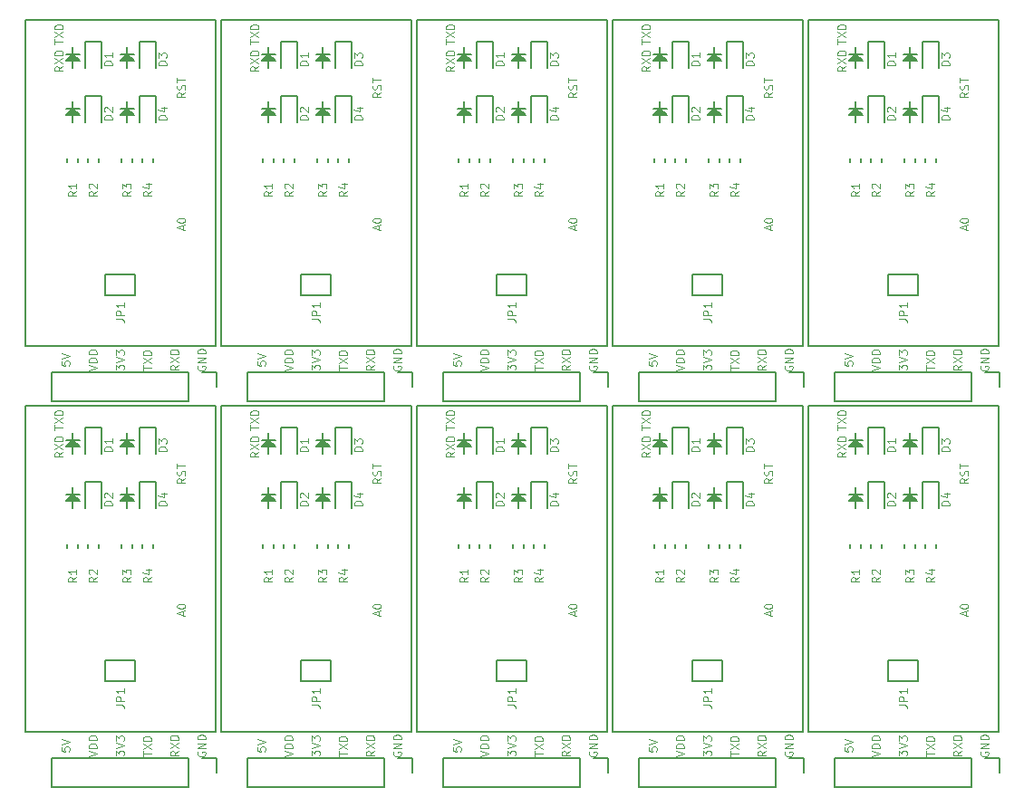
<source format=gto>
%MOIN*%
%OFA0B0*%
%FSLAX46Y46*%
%IPPOS*%
%LPD*%
%ADD10C,0.006000000000000001*%
%ADD11C,0.004*%
%ADD12C,0.006000000000000001*%
%ADD13C,0.004*%
%ADD14C,0.006000000000000001*%
%ADD15C,0.004*%
%ADD16C,0.006000000000000001*%
%ADD17C,0.004*%
%ADD18C,0.006000000000000001*%
%ADD19C,0.004*%
%ADD20C,0.006000000000000001*%
%ADD21C,0.004*%
%ADD22C,0.006000000000000001*%
%ADD23C,0.004*%
%ADD24C,0.006000000000000001*%
%ADD25C,0.004*%
%ADD26C,0.006000000000000001*%
%ADD27C,0.004*%
%ADD28C,0.006000000000000001*%
%ADD29C,0.004*%
G04 next file*
G04 #@! TF.GenerationSoftware,KiCad,Pcbnew,(5.1.4)-1*
G04 #@! TF.CreationDate,2019-12-18T21:33:11+01:00*
G04 #@! TF.ProjectId,ser,7365722e-6b69-4636-9164-5f7063625858,rev?*
G04 #@! TF.SameCoordinates,Original*
G04 #@! TF.FileFunction,Legend,Top*
G04 #@! TF.FilePolarity,Positive*
G04 Gerber Fmt 4.6, Leading zero omitted, Abs format (unit mm)*
G04 Created by KiCad (PCBNEW (5.1.4)-1) date 2019-12-18 21:33:11*
G04 APERTURE LIST*
G04 APERTURE END LIST*
D10*
X0000210000Y0001084999D02*
X0000185000Y0001084999D01*
X0000185000Y0001109999D02*
X0000185000Y0001084999D01*
X0000160000Y0001084999D02*
X0000185000Y0001084999D01*
G36*
X0000210000Y0001059999D02*
G01*
X0000160000Y0001059999D01*
X0000185000Y0001084999D01*
X0000210000Y0001059999D01*
G37*
X0000210000Y0001059999D02*
X0000160000Y0001059999D01*
X0000185000Y0001084999D01*
X0000210000Y0001059999D01*
X0000185000Y0001084999D02*
X0000160000Y0001084999D01*
X0000185000Y0001034999D02*
X0000185000Y0001059999D01*
X0000410000Y0001084999D02*
X0000385000Y0001084999D01*
X0000385000Y0001109999D02*
X0000385000Y0001084999D01*
X0000360000Y0001084999D02*
X0000385000Y0001084999D01*
G36*
X0000410000Y0001059999D02*
G01*
X0000360000Y0001059999D01*
X0000385000Y0001084999D01*
X0000410000Y0001059999D01*
G37*
X0000410000Y0001059999D02*
X0000360000Y0001059999D01*
X0000385000Y0001084999D01*
X0000410000Y0001059999D01*
X0000385000Y0001084999D02*
X0000360000Y0001084999D01*
X0000385000Y0001034999D02*
X0000385000Y0001059999D01*
X0000410000Y0001284999D02*
X0000385000Y0001284999D01*
X0000385000Y0001309999D02*
X0000385000Y0001284999D01*
X0000360000Y0001284999D02*
X0000385000Y0001284999D01*
G36*
X0000410000Y0001259999D02*
G01*
X0000360000Y0001259999D01*
X0000385000Y0001284999D01*
X0000410000Y0001259999D01*
G37*
X0000410000Y0001259999D02*
X0000360000Y0001259999D01*
X0000385000Y0001284999D01*
X0000410000Y0001259999D01*
X0000385000Y0001284999D02*
X0000360000Y0001284999D01*
X0000385000Y0001234999D02*
X0000385000Y0001259999D01*
G36*
X0000210000Y0001259999D02*
G01*
X0000160000Y0001259999D01*
X0000185000Y0001284999D01*
X0000210000Y0001259999D01*
G37*
X0000210000Y0001259999D02*
X0000160000Y0001259999D01*
X0000185000Y0001284999D01*
X0000210000Y0001259999D01*
X0000210000Y0001284999D02*
X0000185000Y0001284999D01*
X0000185000Y0001309999D02*
X0000185000Y0001284999D01*
X0000160000Y0001284999D02*
X0000185000Y0001284999D01*
X0000185000Y0001284999D02*
X0000160000Y0001284999D01*
X0000185000Y0001234999D02*
X0000185000Y0001259999D01*
D11*
X0000590000Y0000638571D02*
X0000590000Y0000652857D01*
X0000598571Y0000635714D02*
X0000568571Y0000645714D01*
X0000598571Y0000655714D01*
X0000568571Y0000671428D02*
X0000568571Y0000674285D01*
X0000570000Y0000677142D01*
X0000571428Y0000678571D01*
X0000574285Y0000679999D01*
X0000580000Y0000681428D01*
X0000587142Y0000681428D01*
X0000592857Y0000679999D01*
X0000595714Y0000678571D01*
X0000597142Y0000677142D01*
X0000598571Y0000674285D01*
X0000598571Y0000671428D01*
X0000597142Y0000668571D01*
X0000595714Y0000667142D01*
X0000592857Y0000665714D01*
X0000587142Y0000664285D01*
X0000580000Y0000664285D01*
X0000574285Y0000665714D01*
X0000571428Y0000667142D01*
X0000570000Y0000668571D01*
X0000568571Y0000671428D01*
X0000598571Y0001143571D02*
X0000584285Y0001133571D01*
X0000598571Y0001126428D02*
X0000568571Y0001126428D01*
X0000568571Y0001137857D01*
X0000570000Y0001140714D01*
X0000571428Y0001142142D01*
X0000574285Y0001143571D01*
X0000578571Y0001143571D01*
X0000581428Y0001142142D01*
X0000582857Y0001140714D01*
X0000584285Y0001137857D01*
X0000584285Y0001126428D01*
X0000597142Y0001154999D02*
X0000598571Y0001159285D01*
X0000598571Y0001166428D01*
X0000597142Y0001169285D01*
X0000595714Y0001170714D01*
X0000592857Y0001172142D01*
X0000590000Y0001172142D01*
X0000587142Y0001170714D01*
X0000585714Y0001169285D01*
X0000584285Y0001166428D01*
X0000582857Y0001160714D01*
X0000581428Y0001157857D01*
X0000580000Y0001156428D01*
X0000577142Y0001154999D01*
X0000574285Y0001154999D01*
X0000571428Y0001156428D01*
X0000570000Y0001157857D01*
X0000568571Y0001160714D01*
X0000568571Y0001167857D01*
X0000570000Y0001172142D01*
X0000568571Y0001180714D02*
X0000568571Y0001197857D01*
X0000598571Y0001189285D02*
X0000568571Y0001189285D01*
X0000148571Y0001239999D02*
X0000134285Y0001229999D01*
X0000148571Y0001222857D02*
X0000118571Y0001222857D01*
X0000118571Y0001234285D01*
X0000120000Y0001237142D01*
X0000121428Y0001238571D01*
X0000124285Y0001239999D01*
X0000128571Y0001239999D01*
X0000131428Y0001238571D01*
X0000132857Y0001237142D01*
X0000134285Y0001234285D01*
X0000134285Y0001222857D01*
X0000118571Y0001249999D02*
X0000148571Y0001269999D01*
X0000118571Y0001269999D02*
X0000148571Y0001249999D01*
X0000148571Y0001281428D02*
X0000118571Y0001281428D01*
X0000118571Y0001288571D01*
X0000120000Y0001292857D01*
X0000122857Y0001295714D01*
X0000125714Y0001297142D01*
X0000131428Y0001298571D01*
X0000135714Y0001298571D01*
X0000141428Y0001297142D01*
X0000144285Y0001295714D01*
X0000147142Y0001292857D01*
X0000148571Y0001288571D01*
X0000148571Y0001281428D01*
X0000118571Y0001322142D02*
X0000118571Y0001339285D01*
X0000148571Y0001330714D02*
X0000118571Y0001330714D01*
X0000118571Y0001346428D02*
X0000148571Y0001366428D01*
X0000118571Y0001366428D02*
X0000148571Y0001346428D01*
X0000148571Y0001377857D02*
X0000118571Y0001377857D01*
X0000118571Y0001384999D01*
X0000120000Y0001389285D01*
X0000122857Y0001392142D01*
X0000125714Y0001393571D01*
X0000131428Y0001394999D01*
X0000135714Y0001394999D01*
X0000141428Y0001393571D01*
X0000144285Y0001392142D01*
X0000147142Y0001389285D01*
X0000148571Y0001384999D01*
X0000148571Y0001377857D01*
X0000143571Y0000154285D02*
X0000143571Y0000139999D01*
X0000157857Y0000138571D01*
X0000156428Y0000139999D01*
X0000155000Y0000142857D01*
X0000155000Y0000149999D01*
X0000156428Y0000152857D01*
X0000157857Y0000154285D01*
X0000160714Y0000155714D01*
X0000167857Y0000155714D01*
X0000170714Y0000154285D01*
X0000172142Y0000152857D01*
X0000173571Y0000149999D01*
X0000173571Y0000142857D01*
X0000172142Y0000139999D01*
X0000170714Y0000138571D01*
X0000143571Y0000164285D02*
X0000173571Y0000174285D01*
X0000143571Y0000184285D01*
X0000243571Y0000119999D02*
X0000273571Y0000129999D01*
X0000243571Y0000139999D01*
X0000273571Y0000149999D02*
X0000243571Y0000149999D01*
X0000243571Y0000157142D01*
X0000245000Y0000161428D01*
X0000247857Y0000164285D01*
X0000250714Y0000165714D01*
X0000256428Y0000167142D01*
X0000260714Y0000167142D01*
X0000266428Y0000165714D01*
X0000269285Y0000164285D01*
X0000272142Y0000161428D01*
X0000273571Y0000157142D01*
X0000273571Y0000149999D01*
X0000273571Y0000179999D02*
X0000243571Y0000179999D01*
X0000243571Y0000187142D01*
X0000245000Y0000191428D01*
X0000247857Y0000194285D01*
X0000250714Y0000195714D01*
X0000256428Y0000197142D01*
X0000260714Y0000197142D01*
X0000266428Y0000195714D01*
X0000269285Y0000194285D01*
X0000272142Y0000191428D01*
X0000273571Y0000187142D01*
X0000273571Y0000179999D01*
X0000343571Y0000122857D02*
X0000343571Y0000141428D01*
X0000355000Y0000131428D01*
X0000355000Y0000135714D01*
X0000356428Y0000138571D01*
X0000357857Y0000139999D01*
X0000360714Y0000141428D01*
X0000367857Y0000141428D01*
X0000370714Y0000139999D01*
X0000372142Y0000138571D01*
X0000373571Y0000135714D01*
X0000373571Y0000127142D01*
X0000372142Y0000124285D01*
X0000370714Y0000122857D01*
X0000343571Y0000149999D02*
X0000373571Y0000159999D01*
X0000343571Y0000169999D01*
X0000343571Y0000177142D02*
X0000343571Y0000195714D01*
X0000355000Y0000185714D01*
X0000355000Y0000189999D01*
X0000356428Y0000192857D01*
X0000357857Y0000194285D01*
X0000360714Y0000195714D01*
X0000367857Y0000195714D01*
X0000370714Y0000194285D01*
X0000372142Y0000192857D01*
X0000373571Y0000189999D01*
X0000373571Y0000181428D01*
X0000372142Y0000178571D01*
X0000370714Y0000177142D01*
X0000443571Y0000122142D02*
X0000443571Y0000139285D01*
X0000473571Y0000130714D02*
X0000443571Y0000130714D01*
X0000443571Y0000146428D02*
X0000473571Y0000166428D01*
X0000443571Y0000166428D02*
X0000473571Y0000146428D01*
X0000473571Y0000177857D02*
X0000443571Y0000177857D01*
X0000443571Y0000184999D01*
X0000445000Y0000189285D01*
X0000447857Y0000192142D01*
X0000450714Y0000193571D01*
X0000456428Y0000194999D01*
X0000460714Y0000194999D01*
X0000466428Y0000193571D01*
X0000469285Y0000192142D01*
X0000472142Y0000189285D01*
X0000473571Y0000184999D01*
X0000473571Y0000177857D01*
X0000573571Y0000139999D02*
X0000559285Y0000129999D01*
X0000573571Y0000122857D02*
X0000543571Y0000122857D01*
X0000543571Y0000134285D01*
X0000545000Y0000137142D01*
X0000546428Y0000138571D01*
X0000549285Y0000139999D01*
X0000553571Y0000139999D01*
X0000556428Y0000138571D01*
X0000557857Y0000137142D01*
X0000559285Y0000134285D01*
X0000559285Y0000122857D01*
X0000543571Y0000149999D02*
X0000573571Y0000169999D01*
X0000543571Y0000169999D02*
X0000573571Y0000149999D01*
X0000573571Y0000181428D02*
X0000543571Y0000181428D01*
X0000543571Y0000188571D01*
X0000545000Y0000192857D01*
X0000547857Y0000195714D01*
X0000550714Y0000197142D01*
X0000556428Y0000198571D01*
X0000560714Y0000198571D01*
X0000566428Y0000197142D01*
X0000569285Y0000195714D01*
X0000572142Y0000192857D01*
X0000573571Y0000188571D01*
X0000573571Y0000181428D01*
X0000645000Y0000137142D02*
X0000643571Y0000134285D01*
X0000643571Y0000129999D01*
X0000645000Y0000125714D01*
X0000647857Y0000122857D01*
X0000650714Y0000121428D01*
X0000656428Y0000119999D01*
X0000660714Y0000119999D01*
X0000666428Y0000121428D01*
X0000669285Y0000122857D01*
X0000672142Y0000125714D01*
X0000673571Y0000129999D01*
X0000673571Y0000132857D01*
X0000672142Y0000137142D01*
X0000670714Y0000138571D01*
X0000660714Y0000138571D01*
X0000660714Y0000132857D01*
X0000673571Y0000151428D02*
X0000643571Y0000151428D01*
X0000673571Y0000168571D01*
X0000643571Y0000168571D01*
X0000673571Y0000182857D02*
X0000643571Y0000182857D01*
X0000643571Y0000189999D01*
X0000645000Y0000194285D01*
X0000647857Y0000197142D01*
X0000650714Y0000198571D01*
X0000656428Y0000199999D01*
X0000660714Y0000199999D01*
X0000666428Y0000198571D01*
X0000669285Y0000197142D01*
X0000672142Y0000194285D01*
X0000673571Y0000189999D01*
X0000673571Y0000182857D01*
D10*
X0000010000Y0001409999D02*
X0000710000Y0001409999D01*
X0000710000Y0001409999D02*
X0000710000Y0000209999D01*
X0000710000Y0000209999D02*
X0000010000Y0000209999D01*
X0000010000Y0000209999D02*
X0000010000Y0001409999D01*
X0000304882Y0000395629D02*
X0000304882Y0000474370D01*
X0000415118Y0000395629D02*
X0000304882Y0000395629D01*
X0000415118Y0000474370D02*
X0000415118Y0000395629D01*
X0000304882Y0000474370D02*
X0000415118Y0000474370D01*
X0000107637Y0000112362D02*
X0000107637Y0000007637D01*
X0000610000Y0000112362D02*
X0000107637Y0000112362D01*
X0000610000Y0000007637D02*
X0000107637Y0000007637D01*
X0000610000Y0000112362D02*
X0000610000Y0000007637D01*
X0000660000Y0000112362D02*
X0000712362Y0000112362D01*
X0000712362Y0000112362D02*
X0000712362Y0000059999D01*
X0000431063Y0001131358D02*
X0000431063Y0001034507D01*
X0000488937Y0001131358D02*
X0000431063Y0001131358D01*
X0000488937Y0001034507D02*
X0000488937Y0001131358D01*
X0000488937Y0001234507D02*
X0000488937Y0001331358D01*
X0000488937Y0001331358D02*
X0000431063Y0001331358D01*
X0000431063Y0001331358D02*
X0000431063Y0001234507D01*
X0000231063Y0001131358D02*
X0000231063Y0001034507D01*
X0000288937Y0001131358D02*
X0000231063Y0001131358D01*
X0000288937Y0001034507D02*
X0000288937Y0001131358D01*
X0000288937Y0001234507D02*
X0000288937Y0001331358D01*
X0000288937Y0001331358D02*
X0000231063Y0001331358D01*
X0000231063Y0001331358D02*
X0000231063Y0001234507D01*
X0000480078Y0000887705D02*
X0000480078Y0000901191D01*
X0000439921Y0000887705D02*
X0000439921Y0000901191D01*
X0000364921Y0000887705D02*
X0000364921Y0000901191D01*
X0000405078Y0000887705D02*
X0000405078Y0000901191D01*
X0000280078Y0000887705D02*
X0000280078Y0000901191D01*
X0000239921Y0000887705D02*
X0000239921Y0000901191D01*
X0000164921Y0000887705D02*
X0000164921Y0000901191D01*
X0000205078Y0000887705D02*
X0000205078Y0000901191D01*
D11*
X0000343571Y0000309999D02*
X0000365000Y0000309999D01*
X0000369285Y0000308571D01*
X0000372142Y0000305714D01*
X0000373571Y0000301428D01*
X0000373571Y0000298571D01*
X0000373571Y0000324285D02*
X0000343571Y0000324285D01*
X0000343571Y0000335714D01*
X0000345000Y0000338571D01*
X0000346428Y0000339999D01*
X0000349285Y0000341428D01*
X0000353571Y0000341428D01*
X0000356428Y0000339999D01*
X0000357857Y0000338571D01*
X0000359285Y0000335714D01*
X0000359285Y0000324285D01*
X0000373571Y0000369999D02*
X0000373571Y0000352857D01*
X0000373571Y0000361428D02*
X0000343571Y0000361428D01*
X0000347857Y0000358571D01*
X0000350714Y0000355714D01*
X0000352142Y0000352857D01*
X0000529870Y0001043861D02*
X0000499870Y0001043861D01*
X0000499870Y0001051003D01*
X0000501299Y0001055289D01*
X0000504156Y0001058146D01*
X0000507013Y0001059575D01*
X0000512727Y0001061003D01*
X0000517013Y0001061003D01*
X0000522727Y0001059575D01*
X0000525585Y0001058146D01*
X0000528442Y0001055289D01*
X0000529870Y0001051003D01*
X0000529870Y0001043861D01*
X0000509870Y0001086718D02*
X0000529870Y0001086718D01*
X0000498442Y0001079575D02*
X0000519870Y0001072432D01*
X0000519870Y0001091003D01*
X0000529870Y0001243861D02*
X0000499870Y0001243861D01*
X0000499870Y0001251003D01*
X0000501299Y0001255289D01*
X0000504156Y0001258146D01*
X0000507013Y0001259575D01*
X0000512727Y0001261003D01*
X0000517013Y0001261003D01*
X0000522727Y0001259575D01*
X0000525585Y0001258146D01*
X0000528442Y0001255289D01*
X0000529870Y0001251003D01*
X0000529870Y0001243861D01*
X0000499870Y0001271003D02*
X0000499870Y0001289575D01*
X0000511299Y0001279575D01*
X0000511299Y0001283861D01*
X0000512727Y0001286718D01*
X0000514156Y0001288146D01*
X0000517013Y0001289575D01*
X0000524156Y0001289575D01*
X0000527013Y0001288146D01*
X0000528442Y0001286718D01*
X0000529870Y0001283861D01*
X0000529870Y0001275289D01*
X0000528442Y0001272432D01*
X0000527013Y0001271003D01*
X0000329870Y0001043861D02*
X0000299870Y0001043861D01*
X0000299870Y0001051003D01*
X0000301299Y0001055289D01*
X0000304156Y0001058146D01*
X0000307013Y0001059575D01*
X0000312727Y0001061003D01*
X0000317013Y0001061003D01*
X0000322727Y0001059575D01*
X0000325585Y0001058146D01*
X0000328442Y0001055289D01*
X0000329870Y0001051003D01*
X0000329870Y0001043861D01*
X0000302727Y0001072432D02*
X0000301299Y0001073861D01*
X0000299870Y0001076718D01*
X0000299870Y0001083861D01*
X0000301299Y0001086718D01*
X0000302727Y0001088146D01*
X0000305585Y0001089575D01*
X0000308442Y0001089575D01*
X0000312727Y0001088146D01*
X0000329870Y0001071003D01*
X0000329870Y0001089575D01*
X0000329870Y0001243861D02*
X0000299870Y0001243861D01*
X0000299870Y0001251003D01*
X0000301299Y0001255289D01*
X0000304156Y0001258146D01*
X0000307013Y0001259575D01*
X0000312727Y0001261003D01*
X0000317013Y0001261003D01*
X0000322727Y0001259575D01*
X0000325585Y0001258146D01*
X0000328442Y0001255289D01*
X0000329870Y0001251003D01*
X0000329870Y0001243861D01*
X0000329870Y0001289575D02*
X0000329870Y0001272432D01*
X0000329870Y0001281003D02*
X0000299870Y0001281003D01*
X0000304156Y0001278146D01*
X0000307013Y0001275289D01*
X0000308442Y0001272432D01*
X0000473571Y0000779999D02*
X0000459285Y0000769999D01*
X0000473571Y0000762857D02*
X0000443571Y0000762857D01*
X0000443571Y0000774285D01*
X0000445000Y0000777142D01*
X0000446428Y0000778571D01*
X0000449285Y0000779999D01*
X0000453571Y0000779999D01*
X0000456428Y0000778571D01*
X0000457857Y0000777142D01*
X0000459285Y0000774285D01*
X0000459285Y0000762857D01*
X0000453571Y0000805714D02*
X0000473571Y0000805714D01*
X0000442142Y0000798571D02*
X0000463571Y0000791428D01*
X0000463571Y0000809999D01*
X0000398571Y0000779999D02*
X0000384285Y0000769999D01*
X0000398571Y0000762857D02*
X0000368571Y0000762857D01*
X0000368571Y0000774285D01*
X0000370000Y0000777142D01*
X0000371428Y0000778571D01*
X0000374285Y0000779999D01*
X0000378571Y0000779999D01*
X0000381428Y0000778571D01*
X0000382857Y0000777142D01*
X0000384285Y0000774285D01*
X0000384285Y0000762857D01*
X0000368571Y0000789999D02*
X0000368571Y0000808571D01*
X0000380000Y0000798571D01*
X0000380000Y0000802857D01*
X0000381428Y0000805714D01*
X0000382857Y0000807142D01*
X0000385714Y0000808571D01*
X0000392857Y0000808571D01*
X0000395714Y0000807142D01*
X0000397142Y0000805714D01*
X0000398571Y0000802857D01*
X0000398571Y0000794285D01*
X0000397142Y0000791428D01*
X0000395714Y0000789999D01*
X0000273571Y0000779999D02*
X0000259285Y0000769999D01*
X0000273571Y0000762857D02*
X0000243571Y0000762857D01*
X0000243571Y0000774285D01*
X0000245000Y0000777142D01*
X0000246428Y0000778571D01*
X0000249285Y0000779999D01*
X0000253571Y0000779999D01*
X0000256428Y0000778571D01*
X0000257857Y0000777142D01*
X0000259285Y0000774285D01*
X0000259285Y0000762857D01*
X0000246428Y0000791428D02*
X0000245000Y0000792857D01*
X0000243571Y0000795714D01*
X0000243571Y0000802857D01*
X0000245000Y0000805714D01*
X0000246428Y0000807142D01*
X0000249285Y0000808571D01*
X0000252142Y0000808571D01*
X0000256428Y0000807142D01*
X0000273571Y0000789999D01*
X0000273571Y0000808571D01*
X0000198571Y0000779999D02*
X0000184285Y0000769999D01*
X0000198571Y0000762857D02*
X0000168571Y0000762857D01*
X0000168571Y0000774285D01*
X0000170000Y0000777142D01*
X0000171428Y0000778571D01*
X0000174285Y0000779999D01*
X0000178571Y0000779999D01*
X0000181428Y0000778571D01*
X0000182857Y0000777142D01*
X0000184285Y0000774285D01*
X0000184285Y0000762857D01*
X0000198571Y0000808571D02*
X0000198571Y0000791428D01*
X0000198571Y0000799999D02*
X0000168571Y0000799999D01*
X0000172857Y0000797142D01*
X0000175714Y0000794285D01*
X0000177142Y0000791428D01*
G04 next file*
G04 next file*
G04 #@! TF.GenerationSoftware,KiCad,Pcbnew,(5.1.4)-1*
G04 #@! TF.CreationDate,2019-12-18T21:33:11+01:00*
G04 #@! TF.ProjectId,ser,7365722e-6b69-4636-9164-5f7063625858,rev?*
G04 #@! TF.SameCoordinates,Original*
G04 #@! TF.FileFunction,Legend,Top*
G04 #@! TF.FilePolarity,Positive*
G04 Gerber Fmt 4.6, Leading zero omitted, Abs format (unit mm)*
G04 Created by KiCad (PCBNEW (5.1.4)-1) date 2019-12-18 21:33:11*
G04 APERTURE LIST*
G04 APERTURE END LIST*
D12*
X0000210000Y0002505000D02*
X0000185000Y0002505000D01*
X0000185000Y0002530000D02*
X0000185000Y0002505000D01*
X0000160000Y0002505000D02*
X0000185000Y0002505000D01*
G36*
X0000210000Y0002480000D02*
G01*
X0000160000Y0002480000D01*
X0000185000Y0002505000D01*
X0000210000Y0002480000D01*
G37*
X0000210000Y0002480000D02*
X0000160000Y0002480000D01*
X0000185000Y0002505000D01*
X0000210000Y0002480000D01*
X0000185000Y0002505000D02*
X0000160000Y0002505000D01*
X0000185000Y0002455000D02*
X0000185000Y0002480000D01*
X0000410000Y0002505000D02*
X0000385000Y0002505000D01*
X0000385000Y0002530000D02*
X0000385000Y0002505000D01*
X0000360000Y0002505000D02*
X0000385000Y0002505000D01*
G36*
X0000410000Y0002480000D02*
G01*
X0000360000Y0002480000D01*
X0000385000Y0002505000D01*
X0000410000Y0002480000D01*
G37*
X0000410000Y0002480000D02*
X0000360000Y0002480000D01*
X0000385000Y0002505000D01*
X0000410000Y0002480000D01*
X0000385000Y0002505000D02*
X0000360000Y0002505000D01*
X0000385000Y0002455000D02*
X0000385000Y0002480000D01*
X0000410000Y0002705000D02*
X0000385000Y0002705000D01*
X0000385000Y0002730000D02*
X0000385000Y0002705000D01*
X0000360000Y0002705000D02*
X0000385000Y0002705000D01*
G36*
X0000410000Y0002680000D02*
G01*
X0000360000Y0002680000D01*
X0000385000Y0002705000D01*
X0000410000Y0002680000D01*
G37*
X0000410000Y0002680000D02*
X0000360000Y0002680000D01*
X0000385000Y0002705000D01*
X0000410000Y0002680000D01*
X0000385000Y0002705000D02*
X0000360000Y0002705000D01*
X0000385000Y0002655000D02*
X0000385000Y0002680000D01*
G36*
X0000210000Y0002680000D02*
G01*
X0000160000Y0002680000D01*
X0000185000Y0002705000D01*
X0000210000Y0002680000D01*
G37*
X0000210000Y0002680000D02*
X0000160000Y0002680000D01*
X0000185000Y0002705000D01*
X0000210000Y0002680000D01*
X0000210000Y0002705000D02*
X0000185000Y0002705000D01*
X0000185000Y0002730000D02*
X0000185000Y0002705000D01*
X0000160000Y0002705000D02*
X0000185000Y0002705000D01*
X0000185000Y0002705000D02*
X0000160000Y0002705000D01*
X0000185000Y0002655000D02*
X0000185000Y0002680000D01*
D13*
X0000590000Y0002058571D02*
X0000590000Y0002072857D01*
X0000598571Y0002055714D02*
X0000568571Y0002065714D01*
X0000598571Y0002075714D01*
X0000568571Y0002091428D02*
X0000568571Y0002094285D01*
X0000570000Y0002097142D01*
X0000571428Y0002098571D01*
X0000574285Y0002100000D01*
X0000580000Y0002101428D01*
X0000587142Y0002101428D01*
X0000592857Y0002100000D01*
X0000595714Y0002098571D01*
X0000597142Y0002097142D01*
X0000598571Y0002094285D01*
X0000598571Y0002091428D01*
X0000597142Y0002088571D01*
X0000595714Y0002087142D01*
X0000592857Y0002085714D01*
X0000587142Y0002084285D01*
X0000580000Y0002084285D01*
X0000574285Y0002085714D01*
X0000571428Y0002087142D01*
X0000570000Y0002088571D01*
X0000568571Y0002091428D01*
X0000598571Y0002563571D02*
X0000584285Y0002553571D01*
X0000598571Y0002546428D02*
X0000568571Y0002546428D01*
X0000568571Y0002557857D01*
X0000570000Y0002560714D01*
X0000571428Y0002562142D01*
X0000574285Y0002563571D01*
X0000578571Y0002563571D01*
X0000581428Y0002562142D01*
X0000582857Y0002560714D01*
X0000584285Y0002557857D01*
X0000584285Y0002546428D01*
X0000597142Y0002575000D02*
X0000598571Y0002579285D01*
X0000598571Y0002586428D01*
X0000597142Y0002589285D01*
X0000595714Y0002590714D01*
X0000592857Y0002592142D01*
X0000590000Y0002592142D01*
X0000587142Y0002590714D01*
X0000585714Y0002589285D01*
X0000584285Y0002586428D01*
X0000582857Y0002580714D01*
X0000581428Y0002577857D01*
X0000580000Y0002576428D01*
X0000577142Y0002575000D01*
X0000574285Y0002575000D01*
X0000571428Y0002576428D01*
X0000570000Y0002577857D01*
X0000568571Y0002580714D01*
X0000568571Y0002587857D01*
X0000570000Y0002592142D01*
X0000568571Y0002600714D02*
X0000568571Y0002617857D01*
X0000598571Y0002609285D02*
X0000568571Y0002609285D01*
X0000148571Y0002659999D02*
X0000134285Y0002650000D01*
X0000148571Y0002642857D02*
X0000118571Y0002642857D01*
X0000118571Y0002654285D01*
X0000120000Y0002657142D01*
X0000121428Y0002658571D01*
X0000124285Y0002659999D01*
X0000128571Y0002659999D01*
X0000131428Y0002658571D01*
X0000132857Y0002657142D01*
X0000134285Y0002654285D01*
X0000134285Y0002642857D01*
X0000118571Y0002670000D02*
X0000148571Y0002690000D01*
X0000118571Y0002690000D02*
X0000148571Y0002670000D01*
X0000148571Y0002701428D02*
X0000118571Y0002701428D01*
X0000118571Y0002708571D01*
X0000120000Y0002712857D01*
X0000122857Y0002715714D01*
X0000125714Y0002717142D01*
X0000131428Y0002718571D01*
X0000135714Y0002718571D01*
X0000141428Y0002717142D01*
X0000144285Y0002715714D01*
X0000147142Y0002712857D01*
X0000148571Y0002708571D01*
X0000148571Y0002701428D01*
X0000118571Y0002742142D02*
X0000118571Y0002759285D01*
X0000148571Y0002750714D02*
X0000118571Y0002750714D01*
X0000118571Y0002766428D02*
X0000148571Y0002786428D01*
X0000118571Y0002786428D02*
X0000148571Y0002766428D01*
X0000148571Y0002797857D02*
X0000118571Y0002797857D01*
X0000118571Y0002805000D01*
X0000120000Y0002809285D01*
X0000122857Y0002812142D01*
X0000125714Y0002813571D01*
X0000131428Y0002815000D01*
X0000135714Y0002815000D01*
X0000141428Y0002813571D01*
X0000144285Y0002812142D01*
X0000147142Y0002809285D01*
X0000148571Y0002805000D01*
X0000148571Y0002797857D01*
X0000143571Y0001574285D02*
X0000143571Y0001560000D01*
X0000157857Y0001558571D01*
X0000156428Y0001560000D01*
X0000155000Y0001562857D01*
X0000155000Y0001570000D01*
X0000156428Y0001572857D01*
X0000157857Y0001574285D01*
X0000160714Y0001575714D01*
X0000167857Y0001575714D01*
X0000170714Y0001574285D01*
X0000172142Y0001572857D01*
X0000173571Y0001570000D01*
X0000173571Y0001562857D01*
X0000172142Y0001560000D01*
X0000170714Y0001558571D01*
X0000143571Y0001584285D02*
X0000173571Y0001594285D01*
X0000143571Y0001604285D01*
X0000243571Y0001540000D02*
X0000273571Y0001550000D01*
X0000243571Y0001560000D01*
X0000273571Y0001570000D02*
X0000243571Y0001570000D01*
X0000243571Y0001577142D01*
X0000245000Y0001581428D01*
X0000247857Y0001584285D01*
X0000250714Y0001585714D01*
X0000256428Y0001587142D01*
X0000260714Y0001587142D01*
X0000266428Y0001585714D01*
X0000269285Y0001584285D01*
X0000272142Y0001581428D01*
X0000273571Y0001577142D01*
X0000273571Y0001570000D01*
X0000273571Y0001600000D02*
X0000243571Y0001600000D01*
X0000243571Y0001607142D01*
X0000245000Y0001611428D01*
X0000247857Y0001614285D01*
X0000250714Y0001615714D01*
X0000256428Y0001617142D01*
X0000260714Y0001617142D01*
X0000266428Y0001615714D01*
X0000269285Y0001614285D01*
X0000272142Y0001611428D01*
X0000273571Y0001607142D01*
X0000273571Y0001600000D01*
X0000343571Y0001542857D02*
X0000343571Y0001561428D01*
X0000355000Y0001551428D01*
X0000355000Y0001555714D01*
X0000356428Y0001558571D01*
X0000357857Y0001560000D01*
X0000360714Y0001561428D01*
X0000367857Y0001561428D01*
X0000370714Y0001560000D01*
X0000372142Y0001558571D01*
X0000373571Y0001555714D01*
X0000373571Y0001547142D01*
X0000372142Y0001544285D01*
X0000370714Y0001542857D01*
X0000343571Y0001570000D02*
X0000373571Y0001580000D01*
X0000343571Y0001590000D01*
X0000343571Y0001597142D02*
X0000343571Y0001615714D01*
X0000355000Y0001605714D01*
X0000355000Y0001610000D01*
X0000356428Y0001612857D01*
X0000357857Y0001614285D01*
X0000360714Y0001615714D01*
X0000367857Y0001615714D01*
X0000370714Y0001614285D01*
X0000372142Y0001612857D01*
X0000373571Y0001610000D01*
X0000373571Y0001601428D01*
X0000372142Y0001598571D01*
X0000370714Y0001597142D01*
X0000443571Y0001542142D02*
X0000443571Y0001559285D01*
X0000473571Y0001550714D02*
X0000443571Y0001550714D01*
X0000443571Y0001566428D02*
X0000473571Y0001586428D01*
X0000443571Y0001586428D02*
X0000473571Y0001566428D01*
X0000473571Y0001597857D02*
X0000443571Y0001597857D01*
X0000443571Y0001605000D01*
X0000445000Y0001609285D01*
X0000447857Y0001612142D01*
X0000450714Y0001613571D01*
X0000456428Y0001615000D01*
X0000460714Y0001615000D01*
X0000466428Y0001613571D01*
X0000469285Y0001612142D01*
X0000472142Y0001609285D01*
X0000473571Y0001605000D01*
X0000473571Y0001597857D01*
X0000573571Y0001560000D02*
X0000559285Y0001550000D01*
X0000573571Y0001542857D02*
X0000543571Y0001542857D01*
X0000543571Y0001554285D01*
X0000545000Y0001557142D01*
X0000546428Y0001558571D01*
X0000549285Y0001560000D01*
X0000553571Y0001560000D01*
X0000556428Y0001558571D01*
X0000557857Y0001557142D01*
X0000559285Y0001554285D01*
X0000559285Y0001542857D01*
X0000543571Y0001570000D02*
X0000573571Y0001590000D01*
X0000543571Y0001590000D02*
X0000573571Y0001570000D01*
X0000573571Y0001601428D02*
X0000543571Y0001601428D01*
X0000543571Y0001608571D01*
X0000545000Y0001612857D01*
X0000547857Y0001615714D01*
X0000550714Y0001617142D01*
X0000556428Y0001618571D01*
X0000560714Y0001618571D01*
X0000566428Y0001617142D01*
X0000569285Y0001615714D01*
X0000572142Y0001612857D01*
X0000573571Y0001608571D01*
X0000573571Y0001601428D01*
X0000645000Y0001557142D02*
X0000643571Y0001554285D01*
X0000643571Y0001550000D01*
X0000645000Y0001545714D01*
X0000647857Y0001542857D01*
X0000650714Y0001541428D01*
X0000656428Y0001540000D01*
X0000660714Y0001540000D01*
X0000666428Y0001541428D01*
X0000669285Y0001542857D01*
X0000672142Y0001545714D01*
X0000673571Y0001550000D01*
X0000673571Y0001552857D01*
X0000672142Y0001557142D01*
X0000670714Y0001558571D01*
X0000660714Y0001558571D01*
X0000660714Y0001552857D01*
X0000673571Y0001571428D02*
X0000643571Y0001571428D01*
X0000673571Y0001588571D01*
X0000643571Y0001588571D01*
X0000673571Y0001602857D02*
X0000643571Y0001602857D01*
X0000643571Y0001610000D01*
X0000645000Y0001614285D01*
X0000647857Y0001617142D01*
X0000650714Y0001618571D01*
X0000656428Y0001620000D01*
X0000660714Y0001620000D01*
X0000666428Y0001618571D01*
X0000669285Y0001617142D01*
X0000672142Y0001614285D01*
X0000673571Y0001610000D01*
X0000673571Y0001602857D01*
D12*
X0000010000Y0002830000D02*
X0000710000Y0002830000D01*
X0000710000Y0002830000D02*
X0000710000Y0001630000D01*
X0000710000Y0001630000D02*
X0000010000Y0001630000D01*
X0000010000Y0001630000D02*
X0000010000Y0002830000D01*
X0000304882Y0001815629D02*
X0000304882Y0001894370D01*
X0000415118Y0001815629D02*
X0000304882Y0001815629D01*
X0000415118Y0001894370D02*
X0000415118Y0001815629D01*
X0000304882Y0001894370D02*
X0000415118Y0001894370D01*
X0000107637Y0001532362D02*
X0000107637Y0001427637D01*
X0000610000Y0001532362D02*
X0000107637Y0001532362D01*
X0000610000Y0001427637D02*
X0000107637Y0001427637D01*
X0000610000Y0001532362D02*
X0000610000Y0001427637D01*
X0000660000Y0001532362D02*
X0000712362Y0001532362D01*
X0000712362Y0001532362D02*
X0000712362Y0001480000D01*
X0000431063Y0002551358D02*
X0000431063Y0002454507D01*
X0000488937Y0002551358D02*
X0000431063Y0002551358D01*
X0000488937Y0002454507D02*
X0000488937Y0002551358D01*
X0000488937Y0002654507D02*
X0000488937Y0002751358D01*
X0000488937Y0002751358D02*
X0000431063Y0002751358D01*
X0000431063Y0002751358D02*
X0000431063Y0002654507D01*
X0000231063Y0002551358D02*
X0000231063Y0002454507D01*
X0000288937Y0002551358D02*
X0000231063Y0002551358D01*
X0000288937Y0002454507D02*
X0000288937Y0002551358D01*
X0000288937Y0002654507D02*
X0000288937Y0002751358D01*
X0000288937Y0002751358D02*
X0000231063Y0002751358D01*
X0000231063Y0002751358D02*
X0000231063Y0002654507D01*
X0000480078Y0002307706D02*
X0000480078Y0002321191D01*
X0000439921Y0002307706D02*
X0000439921Y0002321191D01*
X0000364921Y0002307706D02*
X0000364921Y0002321191D01*
X0000405078Y0002307706D02*
X0000405078Y0002321191D01*
X0000280078Y0002307706D02*
X0000280078Y0002321191D01*
X0000239921Y0002307706D02*
X0000239921Y0002321191D01*
X0000164921Y0002307706D02*
X0000164921Y0002321191D01*
X0000205078Y0002307706D02*
X0000205078Y0002321191D01*
D13*
X0000343571Y0001730000D02*
X0000365000Y0001730000D01*
X0000369285Y0001728571D01*
X0000372142Y0001725714D01*
X0000373571Y0001721428D01*
X0000373571Y0001718571D01*
X0000373571Y0001744285D02*
X0000343571Y0001744285D01*
X0000343571Y0001755714D01*
X0000345000Y0001758571D01*
X0000346428Y0001760000D01*
X0000349285Y0001761428D01*
X0000353571Y0001761428D01*
X0000356428Y0001760000D01*
X0000357857Y0001758571D01*
X0000359285Y0001755714D01*
X0000359285Y0001744285D01*
X0000373571Y0001790000D02*
X0000373571Y0001772857D01*
X0000373571Y0001781428D02*
X0000343571Y0001781428D01*
X0000347857Y0001778571D01*
X0000350714Y0001775714D01*
X0000352142Y0001772857D01*
X0000529870Y0002463861D02*
X0000499870Y0002463861D01*
X0000499870Y0002471003D01*
X0000501299Y0002475289D01*
X0000504156Y0002478146D01*
X0000507013Y0002479575D01*
X0000512727Y0002481003D01*
X0000517013Y0002481003D01*
X0000522727Y0002479575D01*
X0000525585Y0002478146D01*
X0000528442Y0002475289D01*
X0000529870Y0002471003D01*
X0000529870Y0002463861D01*
X0000509870Y0002506718D02*
X0000529870Y0002506718D01*
X0000498442Y0002499575D02*
X0000519870Y0002492432D01*
X0000519870Y0002511003D01*
X0000529870Y0002663861D02*
X0000499870Y0002663861D01*
X0000499870Y0002671003D01*
X0000501299Y0002675289D01*
X0000504156Y0002678146D01*
X0000507013Y0002679575D01*
X0000512727Y0002681003D01*
X0000517013Y0002681003D01*
X0000522727Y0002679575D01*
X0000525585Y0002678146D01*
X0000528442Y0002675289D01*
X0000529870Y0002671003D01*
X0000529870Y0002663861D01*
X0000499870Y0002691003D02*
X0000499870Y0002709575D01*
X0000511299Y0002699575D01*
X0000511299Y0002703861D01*
X0000512727Y0002706718D01*
X0000514156Y0002708146D01*
X0000517013Y0002709575D01*
X0000524156Y0002709575D01*
X0000527013Y0002708146D01*
X0000528442Y0002706718D01*
X0000529870Y0002703861D01*
X0000529870Y0002695289D01*
X0000528442Y0002692432D01*
X0000527013Y0002691003D01*
X0000329870Y0002463861D02*
X0000299870Y0002463861D01*
X0000299870Y0002471003D01*
X0000301299Y0002475289D01*
X0000304156Y0002478146D01*
X0000307013Y0002479575D01*
X0000312727Y0002481003D01*
X0000317013Y0002481003D01*
X0000322727Y0002479575D01*
X0000325585Y0002478146D01*
X0000328442Y0002475289D01*
X0000329870Y0002471003D01*
X0000329870Y0002463861D01*
X0000302727Y0002492432D02*
X0000301299Y0002493861D01*
X0000299870Y0002496718D01*
X0000299870Y0002503861D01*
X0000301299Y0002506718D01*
X0000302727Y0002508146D01*
X0000305585Y0002509575D01*
X0000308442Y0002509575D01*
X0000312727Y0002508146D01*
X0000329870Y0002491003D01*
X0000329870Y0002509575D01*
X0000329870Y0002663861D02*
X0000299870Y0002663861D01*
X0000299870Y0002671003D01*
X0000301299Y0002675289D01*
X0000304156Y0002678146D01*
X0000307013Y0002679575D01*
X0000312727Y0002681003D01*
X0000317013Y0002681003D01*
X0000322727Y0002679575D01*
X0000325585Y0002678146D01*
X0000328442Y0002675289D01*
X0000329870Y0002671003D01*
X0000329870Y0002663861D01*
X0000329870Y0002709575D02*
X0000329870Y0002692432D01*
X0000329870Y0002701003D02*
X0000299870Y0002701003D01*
X0000304156Y0002698146D01*
X0000307013Y0002695289D01*
X0000308442Y0002692432D01*
X0000473571Y0002200000D02*
X0000459285Y0002190000D01*
X0000473571Y0002182857D02*
X0000443571Y0002182857D01*
X0000443571Y0002194285D01*
X0000445000Y0002197142D01*
X0000446428Y0002198571D01*
X0000449285Y0002200000D01*
X0000453571Y0002200000D01*
X0000456428Y0002198571D01*
X0000457857Y0002197142D01*
X0000459285Y0002194285D01*
X0000459285Y0002182857D01*
X0000453571Y0002225714D02*
X0000473571Y0002225714D01*
X0000442142Y0002218571D02*
X0000463571Y0002211428D01*
X0000463571Y0002230000D01*
X0000398571Y0002200000D02*
X0000384285Y0002190000D01*
X0000398571Y0002182857D02*
X0000368571Y0002182857D01*
X0000368571Y0002194285D01*
X0000370000Y0002197142D01*
X0000371428Y0002198571D01*
X0000374285Y0002200000D01*
X0000378571Y0002200000D01*
X0000381428Y0002198571D01*
X0000382857Y0002197142D01*
X0000384285Y0002194285D01*
X0000384285Y0002182857D01*
X0000368571Y0002210000D02*
X0000368571Y0002228571D01*
X0000380000Y0002218571D01*
X0000380000Y0002222857D01*
X0000381428Y0002225714D01*
X0000382857Y0002227142D01*
X0000385714Y0002228571D01*
X0000392857Y0002228571D01*
X0000395714Y0002227142D01*
X0000397142Y0002225714D01*
X0000398571Y0002222857D01*
X0000398571Y0002214285D01*
X0000397142Y0002211428D01*
X0000395714Y0002210000D01*
X0000273571Y0002200000D02*
X0000259285Y0002190000D01*
X0000273571Y0002182857D02*
X0000243571Y0002182857D01*
X0000243571Y0002194285D01*
X0000245000Y0002197142D01*
X0000246428Y0002198571D01*
X0000249285Y0002200000D01*
X0000253571Y0002200000D01*
X0000256428Y0002198571D01*
X0000257857Y0002197142D01*
X0000259285Y0002194285D01*
X0000259285Y0002182857D01*
X0000246428Y0002211428D02*
X0000245000Y0002212857D01*
X0000243571Y0002215714D01*
X0000243571Y0002222857D01*
X0000245000Y0002225714D01*
X0000246428Y0002227142D01*
X0000249285Y0002228571D01*
X0000252142Y0002228571D01*
X0000256428Y0002227142D01*
X0000273571Y0002210000D01*
X0000273571Y0002228571D01*
X0000198571Y0002200000D02*
X0000184285Y0002190000D01*
X0000198571Y0002182857D02*
X0000168571Y0002182857D01*
X0000168571Y0002194285D01*
X0000170000Y0002197142D01*
X0000171428Y0002198571D01*
X0000174285Y0002200000D01*
X0000178571Y0002200000D01*
X0000181428Y0002198571D01*
X0000182857Y0002197142D01*
X0000184285Y0002194285D01*
X0000184285Y0002182857D01*
X0000198571Y0002228571D02*
X0000198571Y0002211428D01*
X0000198571Y0002220000D02*
X0000168571Y0002220000D01*
X0000172857Y0002217142D01*
X0000175714Y0002214285D01*
X0000177142Y0002211428D01*
G04 next file*
G04 next file*
G04 #@! TF.GenerationSoftware,KiCad,Pcbnew,(5.1.4)-1*
G04 #@! TF.CreationDate,2019-12-18T21:33:11+01:00*
G04 #@! TF.ProjectId,ser,7365722e-6b69-4636-9164-5f7063625858,rev?*
G04 #@! TF.SameCoordinates,Original*
G04 #@! TF.FileFunction,Legend,Top*
G04 #@! TF.FilePolarity,Positive*
G04 Gerber Fmt 4.6, Leading zero omitted, Abs format (unit mm)*
G04 Created by KiCad (PCBNEW (5.1.4)-1) date 2019-12-18 21:33:11*
G04 APERTURE LIST*
G04 APERTURE END LIST*
D14*
X0000929999Y0001084999D02*
X0000904999Y0001084999D01*
X0000904999Y0001109999D02*
X0000904999Y0001084999D01*
X0000879999Y0001084999D02*
X0000904999Y0001084999D01*
G36*
X0000929999Y0001059999D02*
G01*
X0000879999Y0001059999D01*
X0000904999Y0001084999D01*
X0000929999Y0001059999D01*
G37*
X0000929999Y0001059999D02*
X0000879999Y0001059999D01*
X0000904999Y0001084999D01*
X0000929999Y0001059999D01*
X0000904999Y0001084999D02*
X0000879999Y0001084999D01*
X0000904999Y0001034999D02*
X0000904999Y0001059999D01*
X0001129999Y0001084999D02*
X0001104999Y0001084999D01*
X0001104999Y0001109999D02*
X0001104999Y0001084999D01*
X0001079999Y0001084999D02*
X0001104999Y0001084999D01*
G36*
X0001129999Y0001059999D02*
G01*
X0001079999Y0001059999D01*
X0001104999Y0001084999D01*
X0001129999Y0001059999D01*
G37*
X0001129999Y0001059999D02*
X0001079999Y0001059999D01*
X0001104999Y0001084999D01*
X0001129999Y0001059999D01*
X0001104999Y0001084999D02*
X0001079999Y0001084999D01*
X0001104999Y0001034999D02*
X0001104999Y0001059999D01*
X0001129999Y0001284999D02*
X0001104999Y0001284999D01*
X0001104999Y0001309999D02*
X0001104999Y0001284999D01*
X0001079999Y0001284999D02*
X0001104999Y0001284999D01*
G36*
X0001129999Y0001259999D02*
G01*
X0001079999Y0001259999D01*
X0001104999Y0001284999D01*
X0001129999Y0001259999D01*
G37*
X0001129999Y0001259999D02*
X0001079999Y0001259999D01*
X0001104999Y0001284999D01*
X0001129999Y0001259999D01*
X0001104999Y0001284999D02*
X0001079999Y0001284999D01*
X0001104999Y0001234999D02*
X0001104999Y0001259999D01*
G36*
X0000929999Y0001259999D02*
G01*
X0000879999Y0001259999D01*
X0000904999Y0001284999D01*
X0000929999Y0001259999D01*
G37*
X0000929999Y0001259999D02*
X0000879999Y0001259999D01*
X0000904999Y0001284999D01*
X0000929999Y0001259999D01*
X0000929999Y0001284999D02*
X0000904999Y0001284999D01*
X0000904999Y0001309999D02*
X0000904999Y0001284999D01*
X0000879999Y0001284999D02*
X0000904999Y0001284999D01*
X0000904999Y0001284999D02*
X0000879999Y0001284999D01*
X0000904999Y0001234999D02*
X0000904999Y0001259999D01*
D15*
X0001309999Y0000638571D02*
X0001309999Y0000652857D01*
X0001318571Y0000635714D02*
X0001288571Y0000645714D01*
X0001318571Y0000655714D01*
X0001288571Y0000671428D02*
X0001288571Y0000674285D01*
X0001289999Y0000677142D01*
X0001291428Y0000678571D01*
X0001294285Y0000679999D01*
X0001299999Y0000681428D01*
X0001307142Y0000681428D01*
X0001312857Y0000679999D01*
X0001315714Y0000678571D01*
X0001317142Y0000677142D01*
X0001318571Y0000674285D01*
X0001318571Y0000671428D01*
X0001317142Y0000668571D01*
X0001315714Y0000667142D01*
X0001312857Y0000665714D01*
X0001307142Y0000664285D01*
X0001299999Y0000664285D01*
X0001294285Y0000665714D01*
X0001291428Y0000667142D01*
X0001289999Y0000668571D01*
X0001288571Y0000671428D01*
X0001318571Y0001143571D02*
X0001304285Y0001133571D01*
X0001318571Y0001126428D02*
X0001288571Y0001126428D01*
X0001288571Y0001137857D01*
X0001289999Y0001140714D01*
X0001291428Y0001142142D01*
X0001294285Y0001143571D01*
X0001298571Y0001143571D01*
X0001301428Y0001142142D01*
X0001302857Y0001140714D01*
X0001304285Y0001137857D01*
X0001304285Y0001126428D01*
X0001317142Y0001154999D02*
X0001318571Y0001159285D01*
X0001318571Y0001166428D01*
X0001317142Y0001169285D01*
X0001315714Y0001170714D01*
X0001312857Y0001172142D01*
X0001309999Y0001172142D01*
X0001307142Y0001170714D01*
X0001305714Y0001169285D01*
X0001304285Y0001166428D01*
X0001302857Y0001160714D01*
X0001301428Y0001157857D01*
X0001299999Y0001156428D01*
X0001297142Y0001154999D01*
X0001294285Y0001154999D01*
X0001291428Y0001156428D01*
X0001289999Y0001157857D01*
X0001288571Y0001160714D01*
X0001288571Y0001167857D01*
X0001289999Y0001172142D01*
X0001288571Y0001180714D02*
X0001288571Y0001197857D01*
X0001318571Y0001189285D02*
X0001288571Y0001189285D01*
X0000868571Y0001239999D02*
X0000854285Y0001229999D01*
X0000868571Y0001222857D02*
X0000838571Y0001222857D01*
X0000838571Y0001234285D01*
X0000839999Y0001237142D01*
X0000841428Y0001238571D01*
X0000844285Y0001239999D01*
X0000848571Y0001239999D01*
X0000851428Y0001238571D01*
X0000852857Y0001237142D01*
X0000854285Y0001234285D01*
X0000854285Y0001222857D01*
X0000838571Y0001249999D02*
X0000868571Y0001269999D01*
X0000838571Y0001269999D02*
X0000868571Y0001249999D01*
X0000868571Y0001281428D02*
X0000838571Y0001281428D01*
X0000838571Y0001288571D01*
X0000839999Y0001292857D01*
X0000842857Y0001295714D01*
X0000845714Y0001297142D01*
X0000851428Y0001298571D01*
X0000855714Y0001298571D01*
X0000861428Y0001297142D01*
X0000864285Y0001295714D01*
X0000867142Y0001292857D01*
X0000868571Y0001288571D01*
X0000868571Y0001281428D01*
X0000838571Y0001322142D02*
X0000838571Y0001339285D01*
X0000868571Y0001330714D02*
X0000838571Y0001330714D01*
X0000838571Y0001346428D02*
X0000868571Y0001366428D01*
X0000838571Y0001366428D02*
X0000868571Y0001346428D01*
X0000868571Y0001377857D02*
X0000838571Y0001377857D01*
X0000838571Y0001384999D01*
X0000839999Y0001389285D01*
X0000842857Y0001392142D01*
X0000845714Y0001393571D01*
X0000851428Y0001394999D01*
X0000855714Y0001394999D01*
X0000861428Y0001393571D01*
X0000864285Y0001392142D01*
X0000867142Y0001389285D01*
X0000868571Y0001384999D01*
X0000868571Y0001377857D01*
X0000863571Y0000154285D02*
X0000863571Y0000139999D01*
X0000877857Y0000138571D01*
X0000876428Y0000139999D01*
X0000874999Y0000142857D01*
X0000874999Y0000149999D01*
X0000876428Y0000152857D01*
X0000877857Y0000154285D01*
X0000880714Y0000155714D01*
X0000887857Y0000155714D01*
X0000890714Y0000154285D01*
X0000892142Y0000152857D01*
X0000893571Y0000149999D01*
X0000893571Y0000142857D01*
X0000892142Y0000139999D01*
X0000890714Y0000138571D01*
X0000863571Y0000164285D02*
X0000893571Y0000174285D01*
X0000863571Y0000184285D01*
X0000963571Y0000119999D02*
X0000993571Y0000129999D01*
X0000963571Y0000139999D01*
X0000993571Y0000149999D02*
X0000963571Y0000149999D01*
X0000963571Y0000157142D01*
X0000964999Y0000161428D01*
X0000967857Y0000164285D01*
X0000970714Y0000165714D01*
X0000976428Y0000167142D01*
X0000980714Y0000167142D01*
X0000986428Y0000165714D01*
X0000989285Y0000164285D01*
X0000992142Y0000161428D01*
X0000993571Y0000157142D01*
X0000993571Y0000149999D01*
X0000993571Y0000179999D02*
X0000963571Y0000179999D01*
X0000963571Y0000187142D01*
X0000964999Y0000191428D01*
X0000967857Y0000194285D01*
X0000970714Y0000195714D01*
X0000976428Y0000197142D01*
X0000980714Y0000197142D01*
X0000986428Y0000195714D01*
X0000989285Y0000194285D01*
X0000992142Y0000191428D01*
X0000993571Y0000187142D01*
X0000993571Y0000179999D01*
X0001063571Y0000122857D02*
X0001063571Y0000141428D01*
X0001074999Y0000131428D01*
X0001074999Y0000135714D01*
X0001076428Y0000138571D01*
X0001077857Y0000139999D01*
X0001080714Y0000141428D01*
X0001087857Y0000141428D01*
X0001090714Y0000139999D01*
X0001092142Y0000138571D01*
X0001093571Y0000135714D01*
X0001093571Y0000127142D01*
X0001092142Y0000124285D01*
X0001090714Y0000122857D01*
X0001063571Y0000149999D02*
X0001093571Y0000159999D01*
X0001063571Y0000169999D01*
X0001063571Y0000177142D02*
X0001063571Y0000195714D01*
X0001074999Y0000185714D01*
X0001074999Y0000189999D01*
X0001076428Y0000192857D01*
X0001077857Y0000194285D01*
X0001080714Y0000195714D01*
X0001087857Y0000195714D01*
X0001090714Y0000194285D01*
X0001092142Y0000192857D01*
X0001093571Y0000189999D01*
X0001093571Y0000181428D01*
X0001092142Y0000178571D01*
X0001090714Y0000177142D01*
X0001163571Y0000122142D02*
X0001163571Y0000139285D01*
X0001193571Y0000130714D02*
X0001163571Y0000130714D01*
X0001163571Y0000146428D02*
X0001193571Y0000166428D01*
X0001163571Y0000166428D02*
X0001193571Y0000146428D01*
X0001193571Y0000177857D02*
X0001163571Y0000177857D01*
X0001163571Y0000184999D01*
X0001164999Y0000189285D01*
X0001167857Y0000192142D01*
X0001170714Y0000193571D01*
X0001176428Y0000194999D01*
X0001180714Y0000194999D01*
X0001186428Y0000193571D01*
X0001189285Y0000192142D01*
X0001192142Y0000189285D01*
X0001193571Y0000184999D01*
X0001193571Y0000177857D01*
X0001293571Y0000139999D02*
X0001279285Y0000129999D01*
X0001293571Y0000122857D02*
X0001263571Y0000122857D01*
X0001263571Y0000134285D01*
X0001264999Y0000137142D01*
X0001266428Y0000138571D01*
X0001269285Y0000139999D01*
X0001273571Y0000139999D01*
X0001276428Y0000138571D01*
X0001277857Y0000137142D01*
X0001279285Y0000134285D01*
X0001279285Y0000122857D01*
X0001263571Y0000149999D02*
X0001293571Y0000169999D01*
X0001263571Y0000169999D02*
X0001293571Y0000149999D01*
X0001293571Y0000181428D02*
X0001263571Y0000181428D01*
X0001263571Y0000188571D01*
X0001264999Y0000192857D01*
X0001267857Y0000195714D01*
X0001270714Y0000197142D01*
X0001276428Y0000198571D01*
X0001280714Y0000198571D01*
X0001286428Y0000197142D01*
X0001289285Y0000195714D01*
X0001292142Y0000192857D01*
X0001293571Y0000188571D01*
X0001293571Y0000181428D01*
X0001364999Y0000137142D02*
X0001363571Y0000134285D01*
X0001363571Y0000129999D01*
X0001364999Y0000125714D01*
X0001367857Y0000122857D01*
X0001370714Y0000121428D01*
X0001376428Y0000119999D01*
X0001380714Y0000119999D01*
X0001386428Y0000121428D01*
X0001389285Y0000122857D01*
X0001392142Y0000125714D01*
X0001393571Y0000129999D01*
X0001393571Y0000132857D01*
X0001392142Y0000137142D01*
X0001390714Y0000138571D01*
X0001380714Y0000138571D01*
X0001380714Y0000132857D01*
X0001393571Y0000151428D02*
X0001363571Y0000151428D01*
X0001393571Y0000168571D01*
X0001363571Y0000168571D01*
X0001393571Y0000182857D02*
X0001363571Y0000182857D01*
X0001363571Y0000189999D01*
X0001364999Y0000194285D01*
X0001367857Y0000197142D01*
X0001370714Y0000198571D01*
X0001376428Y0000199999D01*
X0001380714Y0000199999D01*
X0001386428Y0000198571D01*
X0001389285Y0000197142D01*
X0001392142Y0000194285D01*
X0001393571Y0000189999D01*
X0001393571Y0000182857D01*
D14*
X0000729999Y0001409999D02*
X0001429999Y0001409999D01*
X0001429999Y0001409999D02*
X0001429999Y0000209999D01*
X0001429999Y0000209999D02*
X0000729999Y0000209999D01*
X0000729999Y0000209999D02*
X0000729999Y0001409999D01*
X0001024881Y0000395629D02*
X0001024881Y0000474370D01*
X0001135117Y0000395629D02*
X0001024881Y0000395629D01*
X0001135117Y0000474370D02*
X0001135117Y0000395629D01*
X0001024881Y0000474370D02*
X0001135117Y0000474370D01*
X0000827637Y0000112362D02*
X0000827637Y0000007637D01*
X0001329999Y0000112362D02*
X0000827637Y0000112362D01*
X0001329999Y0000007637D02*
X0000827637Y0000007637D01*
X0001329999Y0000112362D02*
X0001329999Y0000007637D01*
X0001379999Y0000112362D02*
X0001432362Y0000112362D01*
X0001432362Y0000112362D02*
X0001432362Y0000059999D01*
X0001151062Y0001131358D02*
X0001151062Y0001034507D01*
X0001208936Y0001131358D02*
X0001151062Y0001131358D01*
X0001208936Y0001034507D02*
X0001208936Y0001131358D01*
X0001208936Y0001234507D02*
X0001208936Y0001331358D01*
X0001208936Y0001331358D02*
X0001151062Y0001331358D01*
X0001151062Y0001331358D02*
X0001151062Y0001234507D01*
X0000951062Y0001131358D02*
X0000951062Y0001034507D01*
X0001008936Y0001131358D02*
X0000951062Y0001131358D01*
X0001008936Y0001034507D02*
X0001008936Y0001131358D01*
X0001008936Y0001234507D02*
X0001008936Y0001331358D01*
X0001008936Y0001331358D02*
X0000951062Y0001331358D01*
X0000951062Y0001331358D02*
X0000951062Y0001234507D01*
X0001200078Y0000887705D02*
X0001200078Y0000901191D01*
X0001159921Y0000887705D02*
X0001159921Y0000901191D01*
X0001084921Y0000887705D02*
X0001084921Y0000901191D01*
X0001125078Y0000887705D02*
X0001125078Y0000901191D01*
X0001000078Y0000887705D02*
X0001000078Y0000901191D01*
X0000959921Y0000887705D02*
X0000959921Y0000901191D01*
X0000884921Y0000887705D02*
X0000884921Y0000901191D01*
X0000925078Y0000887705D02*
X0000925078Y0000901191D01*
D15*
X0001063571Y0000309999D02*
X0001084999Y0000309999D01*
X0001089285Y0000308571D01*
X0001092142Y0000305714D01*
X0001093571Y0000301428D01*
X0001093571Y0000298571D01*
X0001093571Y0000324285D02*
X0001063571Y0000324285D01*
X0001063571Y0000335714D01*
X0001064999Y0000338571D01*
X0001066428Y0000339999D01*
X0001069285Y0000341428D01*
X0001073571Y0000341428D01*
X0001076428Y0000339999D01*
X0001077857Y0000338571D01*
X0001079285Y0000335714D01*
X0001079285Y0000324285D01*
X0001093571Y0000369999D02*
X0001093571Y0000352857D01*
X0001093571Y0000361428D02*
X0001063571Y0000361428D01*
X0001067857Y0000358571D01*
X0001070714Y0000355714D01*
X0001072142Y0000352857D01*
X0001249870Y0001043861D02*
X0001219870Y0001043861D01*
X0001219870Y0001051003D01*
X0001221299Y0001055289D01*
X0001224156Y0001058146D01*
X0001227013Y0001059575D01*
X0001232727Y0001061003D01*
X0001237013Y0001061003D01*
X0001242727Y0001059575D01*
X0001245584Y0001058146D01*
X0001248441Y0001055289D01*
X0001249870Y0001051003D01*
X0001249870Y0001043861D01*
X0001229870Y0001086718D02*
X0001249870Y0001086718D01*
X0001218441Y0001079575D02*
X0001239870Y0001072432D01*
X0001239870Y0001091003D01*
X0001249870Y0001243861D02*
X0001219870Y0001243861D01*
X0001219870Y0001251003D01*
X0001221299Y0001255289D01*
X0001224156Y0001258146D01*
X0001227013Y0001259575D01*
X0001232727Y0001261003D01*
X0001237013Y0001261003D01*
X0001242727Y0001259575D01*
X0001245584Y0001258146D01*
X0001248441Y0001255289D01*
X0001249870Y0001251003D01*
X0001249870Y0001243861D01*
X0001219870Y0001271003D02*
X0001219870Y0001289575D01*
X0001231299Y0001279575D01*
X0001231299Y0001283861D01*
X0001232727Y0001286718D01*
X0001234156Y0001288146D01*
X0001237013Y0001289575D01*
X0001244156Y0001289575D01*
X0001247013Y0001288146D01*
X0001248441Y0001286718D01*
X0001249870Y0001283861D01*
X0001249870Y0001275289D01*
X0001248441Y0001272432D01*
X0001247013Y0001271003D01*
X0001049870Y0001043861D02*
X0001019870Y0001043861D01*
X0001019870Y0001051003D01*
X0001021299Y0001055289D01*
X0001024156Y0001058146D01*
X0001027013Y0001059575D01*
X0001032727Y0001061003D01*
X0001037013Y0001061003D01*
X0001042727Y0001059575D01*
X0001045584Y0001058146D01*
X0001048441Y0001055289D01*
X0001049870Y0001051003D01*
X0001049870Y0001043861D01*
X0001022727Y0001072432D02*
X0001021299Y0001073861D01*
X0001019870Y0001076718D01*
X0001019870Y0001083861D01*
X0001021299Y0001086718D01*
X0001022727Y0001088146D01*
X0001025584Y0001089575D01*
X0001028441Y0001089575D01*
X0001032727Y0001088146D01*
X0001049870Y0001071003D01*
X0001049870Y0001089575D01*
X0001049870Y0001243861D02*
X0001019870Y0001243861D01*
X0001019870Y0001251003D01*
X0001021299Y0001255289D01*
X0001024156Y0001258146D01*
X0001027013Y0001259575D01*
X0001032727Y0001261003D01*
X0001037013Y0001261003D01*
X0001042727Y0001259575D01*
X0001045584Y0001258146D01*
X0001048441Y0001255289D01*
X0001049870Y0001251003D01*
X0001049870Y0001243861D01*
X0001049870Y0001289575D02*
X0001049870Y0001272432D01*
X0001049870Y0001281003D02*
X0001019870Y0001281003D01*
X0001024156Y0001278146D01*
X0001027013Y0001275289D01*
X0001028441Y0001272432D01*
X0001193571Y0000779999D02*
X0001179285Y0000769999D01*
X0001193571Y0000762857D02*
X0001163571Y0000762857D01*
X0001163571Y0000774285D01*
X0001164999Y0000777142D01*
X0001166428Y0000778571D01*
X0001169285Y0000779999D01*
X0001173571Y0000779999D01*
X0001176428Y0000778571D01*
X0001177857Y0000777142D01*
X0001179285Y0000774285D01*
X0001179285Y0000762857D01*
X0001173571Y0000805714D02*
X0001193571Y0000805714D01*
X0001162142Y0000798571D02*
X0001183571Y0000791428D01*
X0001183571Y0000809999D01*
X0001118571Y0000779999D02*
X0001104285Y0000769999D01*
X0001118571Y0000762857D02*
X0001088571Y0000762857D01*
X0001088571Y0000774285D01*
X0001089999Y0000777142D01*
X0001091428Y0000778571D01*
X0001094285Y0000779999D01*
X0001098571Y0000779999D01*
X0001101428Y0000778571D01*
X0001102857Y0000777142D01*
X0001104285Y0000774285D01*
X0001104285Y0000762857D01*
X0001088571Y0000789999D02*
X0001088571Y0000808571D01*
X0001099999Y0000798571D01*
X0001099999Y0000802857D01*
X0001101428Y0000805714D01*
X0001102857Y0000807142D01*
X0001105714Y0000808571D01*
X0001112857Y0000808571D01*
X0001115714Y0000807142D01*
X0001117142Y0000805714D01*
X0001118571Y0000802857D01*
X0001118571Y0000794285D01*
X0001117142Y0000791428D01*
X0001115714Y0000789999D01*
X0000993571Y0000779999D02*
X0000979285Y0000769999D01*
X0000993571Y0000762857D02*
X0000963571Y0000762857D01*
X0000963571Y0000774285D01*
X0000964999Y0000777142D01*
X0000966428Y0000778571D01*
X0000969285Y0000779999D01*
X0000973571Y0000779999D01*
X0000976428Y0000778571D01*
X0000977857Y0000777142D01*
X0000979285Y0000774285D01*
X0000979285Y0000762857D01*
X0000966428Y0000791428D02*
X0000964999Y0000792857D01*
X0000963571Y0000795714D01*
X0000963571Y0000802857D01*
X0000964999Y0000805714D01*
X0000966428Y0000807142D01*
X0000969285Y0000808571D01*
X0000972142Y0000808571D01*
X0000976428Y0000807142D01*
X0000993571Y0000789999D01*
X0000993571Y0000808571D01*
X0000918571Y0000779999D02*
X0000904285Y0000769999D01*
X0000918571Y0000762857D02*
X0000888571Y0000762857D01*
X0000888571Y0000774285D01*
X0000889999Y0000777142D01*
X0000891428Y0000778571D01*
X0000894285Y0000779999D01*
X0000898571Y0000779999D01*
X0000901428Y0000778571D01*
X0000902857Y0000777142D01*
X0000904285Y0000774285D01*
X0000904285Y0000762857D01*
X0000918571Y0000808571D02*
X0000918571Y0000791428D01*
X0000918571Y0000799999D02*
X0000888571Y0000799999D01*
X0000892857Y0000797142D01*
X0000895714Y0000794285D01*
X0000897142Y0000791428D01*
G04 next file*
G04 next file*
G04 #@! TF.GenerationSoftware,KiCad,Pcbnew,(5.1.4)-1*
G04 #@! TF.CreationDate,2019-12-18T21:33:11+01:00*
G04 #@! TF.ProjectId,ser,7365722e-6b69-4636-9164-5f7063625858,rev?*
G04 #@! TF.SameCoordinates,Original*
G04 #@! TF.FileFunction,Legend,Top*
G04 #@! TF.FilePolarity,Positive*
G04 Gerber Fmt 4.6, Leading zero omitted, Abs format (unit mm)*
G04 Created by KiCad (PCBNEW (5.1.4)-1) date 2019-12-18 21:33:11*
G04 APERTURE LIST*
G04 APERTURE END LIST*
D16*
X0001649999Y0001084999D02*
X0001624999Y0001084999D01*
X0001624999Y0001109999D02*
X0001624999Y0001084999D01*
X0001599999Y0001084999D02*
X0001624999Y0001084999D01*
G36*
X0001649999Y0001059999D02*
G01*
X0001599999Y0001059999D01*
X0001624999Y0001084999D01*
X0001649999Y0001059999D01*
G37*
X0001649999Y0001059999D02*
X0001599999Y0001059999D01*
X0001624999Y0001084999D01*
X0001649999Y0001059999D01*
X0001624999Y0001084999D02*
X0001599999Y0001084999D01*
X0001624999Y0001034999D02*
X0001624999Y0001059999D01*
X0001849999Y0001084999D02*
X0001824999Y0001084999D01*
X0001824999Y0001109999D02*
X0001824999Y0001084999D01*
X0001799999Y0001084999D02*
X0001824999Y0001084999D01*
G36*
X0001849999Y0001059999D02*
G01*
X0001799999Y0001059999D01*
X0001824999Y0001084999D01*
X0001849999Y0001059999D01*
G37*
X0001849999Y0001059999D02*
X0001799999Y0001059999D01*
X0001824999Y0001084999D01*
X0001849999Y0001059999D01*
X0001824999Y0001084999D02*
X0001799999Y0001084999D01*
X0001824999Y0001034999D02*
X0001824999Y0001059999D01*
X0001849999Y0001284999D02*
X0001824999Y0001284999D01*
X0001824999Y0001309999D02*
X0001824999Y0001284999D01*
X0001799999Y0001284999D02*
X0001824999Y0001284999D01*
G36*
X0001849999Y0001259999D02*
G01*
X0001799999Y0001259999D01*
X0001824999Y0001284999D01*
X0001849999Y0001259999D01*
G37*
X0001849999Y0001259999D02*
X0001799999Y0001259999D01*
X0001824999Y0001284999D01*
X0001849999Y0001259999D01*
X0001824999Y0001284999D02*
X0001799999Y0001284999D01*
X0001824999Y0001234999D02*
X0001824999Y0001259999D01*
G36*
X0001649999Y0001259999D02*
G01*
X0001599999Y0001259999D01*
X0001624999Y0001284999D01*
X0001649999Y0001259999D01*
G37*
X0001649999Y0001259999D02*
X0001599999Y0001259999D01*
X0001624999Y0001284999D01*
X0001649999Y0001259999D01*
X0001649999Y0001284999D02*
X0001624999Y0001284999D01*
X0001624999Y0001309999D02*
X0001624999Y0001284999D01*
X0001599999Y0001284999D02*
X0001624999Y0001284999D01*
X0001624999Y0001284999D02*
X0001599999Y0001284999D01*
X0001624999Y0001234999D02*
X0001624999Y0001259999D01*
D17*
X0002029999Y0000638571D02*
X0002029999Y0000652857D01*
X0002038571Y0000635714D02*
X0002008571Y0000645714D01*
X0002038571Y0000655714D01*
X0002008571Y0000671428D02*
X0002008571Y0000674285D01*
X0002009999Y0000677142D01*
X0002011428Y0000678571D01*
X0002014285Y0000679999D01*
X0002019999Y0000681428D01*
X0002027142Y0000681428D01*
X0002032857Y0000679999D01*
X0002035714Y0000678571D01*
X0002037142Y0000677142D01*
X0002038571Y0000674285D01*
X0002038571Y0000671428D01*
X0002037142Y0000668571D01*
X0002035714Y0000667142D01*
X0002032857Y0000665714D01*
X0002027142Y0000664285D01*
X0002019999Y0000664285D01*
X0002014285Y0000665714D01*
X0002011428Y0000667142D01*
X0002009999Y0000668571D01*
X0002008571Y0000671428D01*
X0002038571Y0001143571D02*
X0002024285Y0001133571D01*
X0002038571Y0001126428D02*
X0002008571Y0001126428D01*
X0002008571Y0001137857D01*
X0002009999Y0001140714D01*
X0002011428Y0001142142D01*
X0002014285Y0001143571D01*
X0002018571Y0001143571D01*
X0002021428Y0001142142D01*
X0002022857Y0001140714D01*
X0002024285Y0001137857D01*
X0002024285Y0001126428D01*
X0002037142Y0001154999D02*
X0002038571Y0001159285D01*
X0002038571Y0001166428D01*
X0002037142Y0001169285D01*
X0002035714Y0001170714D01*
X0002032857Y0001172142D01*
X0002029999Y0001172142D01*
X0002027142Y0001170714D01*
X0002025714Y0001169285D01*
X0002024285Y0001166428D01*
X0002022857Y0001160714D01*
X0002021428Y0001157857D01*
X0002019999Y0001156428D01*
X0002017142Y0001154999D01*
X0002014285Y0001154999D01*
X0002011428Y0001156428D01*
X0002009999Y0001157857D01*
X0002008571Y0001160714D01*
X0002008571Y0001167857D01*
X0002009999Y0001172142D01*
X0002008571Y0001180714D02*
X0002008571Y0001197857D01*
X0002038571Y0001189285D02*
X0002008571Y0001189285D01*
X0001588571Y0001239999D02*
X0001574285Y0001229999D01*
X0001588571Y0001222857D02*
X0001558571Y0001222857D01*
X0001558571Y0001234285D01*
X0001559999Y0001237142D01*
X0001561428Y0001238571D01*
X0001564285Y0001239999D01*
X0001568571Y0001239999D01*
X0001571428Y0001238571D01*
X0001572857Y0001237142D01*
X0001574285Y0001234285D01*
X0001574285Y0001222857D01*
X0001558571Y0001249999D02*
X0001588571Y0001269999D01*
X0001558571Y0001269999D02*
X0001588571Y0001249999D01*
X0001588571Y0001281428D02*
X0001558571Y0001281428D01*
X0001558571Y0001288571D01*
X0001559999Y0001292857D01*
X0001562857Y0001295714D01*
X0001565714Y0001297142D01*
X0001571428Y0001298571D01*
X0001575714Y0001298571D01*
X0001581428Y0001297142D01*
X0001584285Y0001295714D01*
X0001587142Y0001292857D01*
X0001588571Y0001288571D01*
X0001588571Y0001281428D01*
X0001558571Y0001322142D02*
X0001558571Y0001339285D01*
X0001588571Y0001330714D02*
X0001558571Y0001330714D01*
X0001558571Y0001346428D02*
X0001588571Y0001366428D01*
X0001558571Y0001366428D02*
X0001588571Y0001346428D01*
X0001588571Y0001377857D02*
X0001558571Y0001377857D01*
X0001558571Y0001384999D01*
X0001559999Y0001389285D01*
X0001562857Y0001392142D01*
X0001565714Y0001393571D01*
X0001571428Y0001394999D01*
X0001575714Y0001394999D01*
X0001581428Y0001393571D01*
X0001584285Y0001392142D01*
X0001587142Y0001389285D01*
X0001588571Y0001384999D01*
X0001588571Y0001377857D01*
X0001583571Y0000154285D02*
X0001583571Y0000139999D01*
X0001597857Y0000138571D01*
X0001596428Y0000139999D01*
X0001594999Y0000142857D01*
X0001594999Y0000149999D01*
X0001596428Y0000152857D01*
X0001597857Y0000154285D01*
X0001600714Y0000155714D01*
X0001607857Y0000155714D01*
X0001610714Y0000154285D01*
X0001612142Y0000152857D01*
X0001613571Y0000149999D01*
X0001613571Y0000142857D01*
X0001612142Y0000139999D01*
X0001610714Y0000138571D01*
X0001583571Y0000164285D02*
X0001613571Y0000174285D01*
X0001583571Y0000184285D01*
X0001683571Y0000119999D02*
X0001713571Y0000129999D01*
X0001683571Y0000139999D01*
X0001713571Y0000149999D02*
X0001683571Y0000149999D01*
X0001683571Y0000157142D01*
X0001684999Y0000161428D01*
X0001687857Y0000164285D01*
X0001690714Y0000165714D01*
X0001696428Y0000167142D01*
X0001700714Y0000167142D01*
X0001706428Y0000165714D01*
X0001709285Y0000164285D01*
X0001712142Y0000161428D01*
X0001713571Y0000157142D01*
X0001713571Y0000149999D01*
X0001713571Y0000179999D02*
X0001683571Y0000179999D01*
X0001683571Y0000187142D01*
X0001684999Y0000191428D01*
X0001687857Y0000194285D01*
X0001690714Y0000195714D01*
X0001696428Y0000197142D01*
X0001700714Y0000197142D01*
X0001706428Y0000195714D01*
X0001709285Y0000194285D01*
X0001712142Y0000191428D01*
X0001713571Y0000187142D01*
X0001713571Y0000179999D01*
X0001783571Y0000122857D02*
X0001783571Y0000141428D01*
X0001794999Y0000131428D01*
X0001794999Y0000135714D01*
X0001796428Y0000138571D01*
X0001797857Y0000139999D01*
X0001800714Y0000141428D01*
X0001807857Y0000141428D01*
X0001810714Y0000139999D01*
X0001812142Y0000138571D01*
X0001813571Y0000135714D01*
X0001813571Y0000127142D01*
X0001812142Y0000124285D01*
X0001810714Y0000122857D01*
X0001783571Y0000149999D02*
X0001813571Y0000159999D01*
X0001783571Y0000169999D01*
X0001783571Y0000177142D02*
X0001783571Y0000195714D01*
X0001794999Y0000185714D01*
X0001794999Y0000189999D01*
X0001796428Y0000192857D01*
X0001797857Y0000194285D01*
X0001800714Y0000195714D01*
X0001807857Y0000195714D01*
X0001810714Y0000194285D01*
X0001812142Y0000192857D01*
X0001813571Y0000189999D01*
X0001813571Y0000181428D01*
X0001812142Y0000178571D01*
X0001810714Y0000177142D01*
X0001883571Y0000122142D02*
X0001883571Y0000139285D01*
X0001913571Y0000130714D02*
X0001883571Y0000130714D01*
X0001883571Y0000146428D02*
X0001913571Y0000166428D01*
X0001883571Y0000166428D02*
X0001913571Y0000146428D01*
X0001913571Y0000177857D02*
X0001883571Y0000177857D01*
X0001883571Y0000184999D01*
X0001884999Y0000189285D01*
X0001887857Y0000192142D01*
X0001890714Y0000193571D01*
X0001896428Y0000194999D01*
X0001900714Y0000194999D01*
X0001906428Y0000193571D01*
X0001909285Y0000192142D01*
X0001912142Y0000189285D01*
X0001913571Y0000184999D01*
X0001913571Y0000177857D01*
X0002013571Y0000139999D02*
X0001999285Y0000129999D01*
X0002013571Y0000122857D02*
X0001983571Y0000122857D01*
X0001983571Y0000134285D01*
X0001984999Y0000137142D01*
X0001986428Y0000138571D01*
X0001989285Y0000139999D01*
X0001993571Y0000139999D01*
X0001996428Y0000138571D01*
X0001997857Y0000137142D01*
X0001999285Y0000134285D01*
X0001999285Y0000122857D01*
X0001983571Y0000149999D02*
X0002013571Y0000169999D01*
X0001983571Y0000169999D02*
X0002013571Y0000149999D01*
X0002013571Y0000181428D02*
X0001983571Y0000181428D01*
X0001983571Y0000188571D01*
X0001984999Y0000192857D01*
X0001987857Y0000195714D01*
X0001990714Y0000197142D01*
X0001996428Y0000198571D01*
X0002000714Y0000198571D01*
X0002006428Y0000197142D01*
X0002009285Y0000195714D01*
X0002012142Y0000192857D01*
X0002013571Y0000188571D01*
X0002013571Y0000181428D01*
X0002084999Y0000137142D02*
X0002083571Y0000134285D01*
X0002083571Y0000129999D01*
X0002084999Y0000125714D01*
X0002087857Y0000122857D01*
X0002090714Y0000121428D01*
X0002096428Y0000119999D01*
X0002100714Y0000119999D01*
X0002106428Y0000121428D01*
X0002109285Y0000122857D01*
X0002112142Y0000125714D01*
X0002113571Y0000129999D01*
X0002113571Y0000132857D01*
X0002112142Y0000137142D01*
X0002110714Y0000138571D01*
X0002100714Y0000138571D01*
X0002100714Y0000132857D01*
X0002113571Y0000151428D02*
X0002083571Y0000151428D01*
X0002113571Y0000168571D01*
X0002083571Y0000168571D01*
X0002113571Y0000182857D02*
X0002083571Y0000182857D01*
X0002083571Y0000189999D01*
X0002084999Y0000194285D01*
X0002087857Y0000197142D01*
X0002090714Y0000198571D01*
X0002096428Y0000199999D01*
X0002100714Y0000199999D01*
X0002106428Y0000198571D01*
X0002109285Y0000197142D01*
X0002112142Y0000194285D01*
X0002113571Y0000189999D01*
X0002113571Y0000182857D01*
D16*
X0001449999Y0001409999D02*
X0002149999Y0001409999D01*
X0002149999Y0001409999D02*
X0002149999Y0000209999D01*
X0002149999Y0000209999D02*
X0001449999Y0000209999D01*
X0001449999Y0000209999D02*
X0001449999Y0001409999D01*
X0001744881Y0000395629D02*
X0001744881Y0000474370D01*
X0001855118Y0000395629D02*
X0001744881Y0000395629D01*
X0001855118Y0000474370D02*
X0001855118Y0000395629D01*
X0001744881Y0000474370D02*
X0001855118Y0000474370D01*
X0001547637Y0000112362D02*
X0001547637Y0000007637D01*
X0002049999Y0000112362D02*
X0001547637Y0000112362D01*
X0002049999Y0000007637D02*
X0001547637Y0000007637D01*
X0002049999Y0000112362D02*
X0002049999Y0000007637D01*
X0002099999Y0000112362D02*
X0002152362Y0000112362D01*
X0002152362Y0000112362D02*
X0002152362Y0000059999D01*
X0001871062Y0001131358D02*
X0001871062Y0001034507D01*
X0001928936Y0001131358D02*
X0001871062Y0001131358D01*
X0001928936Y0001034507D02*
X0001928936Y0001131358D01*
X0001928936Y0001234507D02*
X0001928936Y0001331358D01*
X0001928936Y0001331358D02*
X0001871062Y0001331358D01*
X0001871062Y0001331358D02*
X0001871062Y0001234507D01*
X0001671062Y0001131358D02*
X0001671062Y0001034507D01*
X0001728936Y0001131358D02*
X0001671062Y0001131358D01*
X0001728936Y0001034507D02*
X0001728936Y0001131358D01*
X0001728936Y0001234507D02*
X0001728936Y0001331358D01*
X0001728936Y0001331358D02*
X0001671062Y0001331358D01*
X0001671062Y0001331358D02*
X0001671062Y0001234507D01*
X0001920078Y0000887705D02*
X0001920078Y0000901191D01*
X0001879921Y0000887705D02*
X0001879921Y0000901191D01*
X0001804921Y0000887705D02*
X0001804921Y0000901191D01*
X0001845078Y0000887705D02*
X0001845078Y0000901191D01*
X0001720078Y0000887705D02*
X0001720078Y0000901191D01*
X0001679921Y0000887705D02*
X0001679921Y0000901191D01*
X0001604921Y0000887705D02*
X0001604921Y0000901191D01*
X0001645078Y0000887705D02*
X0001645078Y0000901191D01*
D17*
X0001783571Y0000309999D02*
X0001804999Y0000309999D01*
X0001809285Y0000308571D01*
X0001812142Y0000305714D01*
X0001813571Y0000301428D01*
X0001813571Y0000298571D01*
X0001813571Y0000324285D02*
X0001783571Y0000324285D01*
X0001783571Y0000335714D01*
X0001784999Y0000338571D01*
X0001786428Y0000339999D01*
X0001789285Y0000341428D01*
X0001793571Y0000341428D01*
X0001796428Y0000339999D01*
X0001797857Y0000338571D01*
X0001799285Y0000335714D01*
X0001799285Y0000324285D01*
X0001813571Y0000369999D02*
X0001813571Y0000352857D01*
X0001813571Y0000361428D02*
X0001783571Y0000361428D01*
X0001787857Y0000358571D01*
X0001790714Y0000355714D01*
X0001792142Y0000352857D01*
X0001969870Y0001043861D02*
X0001939870Y0001043861D01*
X0001939870Y0001051003D01*
X0001941299Y0001055289D01*
X0001944156Y0001058146D01*
X0001947013Y0001059575D01*
X0001952727Y0001061003D01*
X0001957013Y0001061003D01*
X0001962727Y0001059575D01*
X0001965584Y0001058146D01*
X0001968442Y0001055289D01*
X0001969870Y0001051003D01*
X0001969870Y0001043861D01*
X0001949870Y0001086718D02*
X0001969870Y0001086718D01*
X0001938442Y0001079575D02*
X0001959870Y0001072432D01*
X0001959870Y0001091003D01*
X0001969870Y0001243861D02*
X0001939870Y0001243861D01*
X0001939870Y0001251003D01*
X0001941299Y0001255289D01*
X0001944156Y0001258146D01*
X0001947013Y0001259575D01*
X0001952727Y0001261003D01*
X0001957013Y0001261003D01*
X0001962727Y0001259575D01*
X0001965584Y0001258146D01*
X0001968442Y0001255289D01*
X0001969870Y0001251003D01*
X0001969870Y0001243861D01*
X0001939870Y0001271003D02*
X0001939870Y0001289575D01*
X0001951299Y0001279575D01*
X0001951299Y0001283861D01*
X0001952727Y0001286718D01*
X0001954156Y0001288146D01*
X0001957013Y0001289575D01*
X0001964156Y0001289575D01*
X0001967013Y0001288146D01*
X0001968442Y0001286718D01*
X0001969870Y0001283861D01*
X0001969870Y0001275289D01*
X0001968442Y0001272432D01*
X0001967013Y0001271003D01*
X0001769870Y0001043861D02*
X0001739870Y0001043861D01*
X0001739870Y0001051003D01*
X0001741299Y0001055289D01*
X0001744156Y0001058146D01*
X0001747013Y0001059575D01*
X0001752727Y0001061003D01*
X0001757013Y0001061003D01*
X0001762727Y0001059575D01*
X0001765584Y0001058146D01*
X0001768442Y0001055289D01*
X0001769870Y0001051003D01*
X0001769870Y0001043861D01*
X0001742727Y0001072432D02*
X0001741299Y0001073861D01*
X0001739870Y0001076718D01*
X0001739870Y0001083861D01*
X0001741299Y0001086718D01*
X0001742727Y0001088146D01*
X0001745584Y0001089575D01*
X0001748442Y0001089575D01*
X0001752727Y0001088146D01*
X0001769870Y0001071003D01*
X0001769870Y0001089575D01*
X0001769870Y0001243861D02*
X0001739870Y0001243861D01*
X0001739870Y0001251003D01*
X0001741299Y0001255289D01*
X0001744156Y0001258146D01*
X0001747013Y0001259575D01*
X0001752727Y0001261003D01*
X0001757013Y0001261003D01*
X0001762727Y0001259575D01*
X0001765584Y0001258146D01*
X0001768442Y0001255289D01*
X0001769870Y0001251003D01*
X0001769870Y0001243861D01*
X0001769870Y0001289575D02*
X0001769870Y0001272432D01*
X0001769870Y0001281003D02*
X0001739870Y0001281003D01*
X0001744156Y0001278146D01*
X0001747013Y0001275289D01*
X0001748442Y0001272432D01*
X0001913571Y0000779999D02*
X0001899285Y0000769999D01*
X0001913571Y0000762857D02*
X0001883571Y0000762857D01*
X0001883571Y0000774285D01*
X0001884999Y0000777142D01*
X0001886428Y0000778571D01*
X0001889285Y0000779999D01*
X0001893571Y0000779999D01*
X0001896428Y0000778571D01*
X0001897857Y0000777142D01*
X0001899285Y0000774285D01*
X0001899285Y0000762857D01*
X0001893571Y0000805714D02*
X0001913571Y0000805714D01*
X0001882142Y0000798571D02*
X0001903571Y0000791428D01*
X0001903571Y0000809999D01*
X0001838571Y0000779999D02*
X0001824285Y0000769999D01*
X0001838571Y0000762857D02*
X0001808571Y0000762857D01*
X0001808571Y0000774285D01*
X0001809999Y0000777142D01*
X0001811428Y0000778571D01*
X0001814285Y0000779999D01*
X0001818571Y0000779999D01*
X0001821428Y0000778571D01*
X0001822857Y0000777142D01*
X0001824285Y0000774285D01*
X0001824285Y0000762857D01*
X0001808571Y0000789999D02*
X0001808571Y0000808571D01*
X0001819999Y0000798571D01*
X0001819999Y0000802857D01*
X0001821428Y0000805714D01*
X0001822857Y0000807142D01*
X0001825714Y0000808571D01*
X0001832857Y0000808571D01*
X0001835714Y0000807142D01*
X0001837142Y0000805714D01*
X0001838571Y0000802857D01*
X0001838571Y0000794285D01*
X0001837142Y0000791428D01*
X0001835714Y0000789999D01*
X0001713571Y0000779999D02*
X0001699285Y0000769999D01*
X0001713571Y0000762857D02*
X0001683571Y0000762857D01*
X0001683571Y0000774285D01*
X0001684999Y0000777142D01*
X0001686428Y0000778571D01*
X0001689285Y0000779999D01*
X0001693571Y0000779999D01*
X0001696428Y0000778571D01*
X0001697857Y0000777142D01*
X0001699285Y0000774285D01*
X0001699285Y0000762857D01*
X0001686428Y0000791428D02*
X0001684999Y0000792857D01*
X0001683571Y0000795714D01*
X0001683571Y0000802857D01*
X0001684999Y0000805714D01*
X0001686428Y0000807142D01*
X0001689285Y0000808571D01*
X0001692142Y0000808571D01*
X0001696428Y0000807142D01*
X0001713571Y0000789999D01*
X0001713571Y0000808571D01*
X0001638571Y0000779999D02*
X0001624285Y0000769999D01*
X0001638571Y0000762857D02*
X0001608571Y0000762857D01*
X0001608571Y0000774285D01*
X0001609999Y0000777142D01*
X0001611428Y0000778571D01*
X0001614285Y0000779999D01*
X0001618571Y0000779999D01*
X0001621428Y0000778571D01*
X0001622857Y0000777142D01*
X0001624285Y0000774285D01*
X0001624285Y0000762857D01*
X0001638571Y0000808571D02*
X0001638571Y0000791428D01*
X0001638571Y0000799999D02*
X0001608571Y0000799999D01*
X0001612857Y0000797142D01*
X0001615714Y0000794285D01*
X0001617142Y0000791428D01*
G04 next file*
G04 next file*
G04 #@! TF.GenerationSoftware,KiCad,Pcbnew,(5.1.4)-1*
G04 #@! TF.CreationDate,2019-12-18T21:33:11+01:00*
G04 #@! TF.ProjectId,ser,7365722e-6b69-4636-9164-5f7063625858,rev?*
G04 #@! TF.SameCoordinates,Original*
G04 #@! TF.FileFunction,Legend,Top*
G04 #@! TF.FilePolarity,Positive*
G04 Gerber Fmt 4.6, Leading zero omitted, Abs format (unit mm)*
G04 Created by KiCad (PCBNEW (5.1.4)-1) date 2019-12-18 21:33:11*
G04 APERTURE LIST*
G04 APERTURE END LIST*
D18*
X0002370000Y0001084999D02*
X0002345000Y0001084999D01*
X0002345000Y0001109999D02*
X0002345000Y0001084999D01*
X0002320000Y0001084999D02*
X0002345000Y0001084999D01*
G36*
X0002370000Y0001059999D02*
G01*
X0002320000Y0001059999D01*
X0002345000Y0001084999D01*
X0002370000Y0001059999D01*
G37*
X0002370000Y0001059999D02*
X0002320000Y0001059999D01*
X0002345000Y0001084999D01*
X0002370000Y0001059999D01*
X0002345000Y0001084999D02*
X0002320000Y0001084999D01*
X0002345000Y0001034999D02*
X0002345000Y0001059999D01*
X0002570000Y0001084999D02*
X0002545000Y0001084999D01*
X0002545000Y0001109999D02*
X0002545000Y0001084999D01*
X0002520000Y0001084999D02*
X0002545000Y0001084999D01*
G36*
X0002570000Y0001059999D02*
G01*
X0002520000Y0001059999D01*
X0002545000Y0001084999D01*
X0002570000Y0001059999D01*
G37*
X0002570000Y0001059999D02*
X0002520000Y0001059999D01*
X0002545000Y0001084999D01*
X0002570000Y0001059999D01*
X0002545000Y0001084999D02*
X0002520000Y0001084999D01*
X0002545000Y0001034999D02*
X0002545000Y0001059999D01*
X0002570000Y0001284999D02*
X0002545000Y0001284999D01*
X0002545000Y0001309999D02*
X0002545000Y0001284999D01*
X0002520000Y0001284999D02*
X0002545000Y0001284999D01*
G36*
X0002570000Y0001259999D02*
G01*
X0002520000Y0001259999D01*
X0002545000Y0001284999D01*
X0002570000Y0001259999D01*
G37*
X0002570000Y0001259999D02*
X0002520000Y0001259999D01*
X0002545000Y0001284999D01*
X0002570000Y0001259999D01*
X0002545000Y0001284999D02*
X0002520000Y0001284999D01*
X0002545000Y0001234999D02*
X0002545000Y0001259999D01*
G36*
X0002370000Y0001259999D02*
G01*
X0002320000Y0001259999D01*
X0002345000Y0001284999D01*
X0002370000Y0001259999D01*
G37*
X0002370000Y0001259999D02*
X0002320000Y0001259999D01*
X0002345000Y0001284999D01*
X0002370000Y0001259999D01*
X0002370000Y0001284999D02*
X0002345000Y0001284999D01*
X0002345000Y0001309999D02*
X0002345000Y0001284999D01*
X0002320000Y0001284999D02*
X0002345000Y0001284999D01*
X0002345000Y0001284999D02*
X0002320000Y0001284999D01*
X0002345000Y0001234999D02*
X0002345000Y0001259999D01*
D19*
X0002750000Y0000638571D02*
X0002750000Y0000652857D01*
X0002758571Y0000635714D02*
X0002728571Y0000645714D01*
X0002758571Y0000655714D01*
X0002728571Y0000671428D02*
X0002728571Y0000674285D01*
X0002730000Y0000677142D01*
X0002731428Y0000678571D01*
X0002734285Y0000679999D01*
X0002740000Y0000681428D01*
X0002747142Y0000681428D01*
X0002752857Y0000679999D01*
X0002755714Y0000678571D01*
X0002757142Y0000677142D01*
X0002758571Y0000674285D01*
X0002758571Y0000671428D01*
X0002757142Y0000668571D01*
X0002755714Y0000667142D01*
X0002752857Y0000665714D01*
X0002747142Y0000664285D01*
X0002740000Y0000664285D01*
X0002734285Y0000665714D01*
X0002731428Y0000667142D01*
X0002730000Y0000668571D01*
X0002728571Y0000671428D01*
X0002758571Y0001143571D02*
X0002744285Y0001133571D01*
X0002758571Y0001126428D02*
X0002728571Y0001126428D01*
X0002728571Y0001137857D01*
X0002730000Y0001140714D01*
X0002731428Y0001142142D01*
X0002734285Y0001143571D01*
X0002738571Y0001143571D01*
X0002741428Y0001142142D01*
X0002742857Y0001140714D01*
X0002744285Y0001137857D01*
X0002744285Y0001126428D01*
X0002757142Y0001154999D02*
X0002758571Y0001159285D01*
X0002758571Y0001166428D01*
X0002757142Y0001169285D01*
X0002755714Y0001170714D01*
X0002752857Y0001172142D01*
X0002750000Y0001172142D01*
X0002747142Y0001170714D01*
X0002745714Y0001169285D01*
X0002744285Y0001166428D01*
X0002742857Y0001160714D01*
X0002741428Y0001157857D01*
X0002740000Y0001156428D01*
X0002737142Y0001154999D01*
X0002734285Y0001154999D01*
X0002731428Y0001156428D01*
X0002730000Y0001157857D01*
X0002728571Y0001160714D01*
X0002728571Y0001167857D01*
X0002730000Y0001172142D01*
X0002728571Y0001180714D02*
X0002728571Y0001197857D01*
X0002758571Y0001189285D02*
X0002728571Y0001189285D01*
X0002308571Y0001239999D02*
X0002294285Y0001229999D01*
X0002308571Y0001222857D02*
X0002278571Y0001222857D01*
X0002278571Y0001234285D01*
X0002280000Y0001237142D01*
X0002281428Y0001238571D01*
X0002284285Y0001239999D01*
X0002288571Y0001239999D01*
X0002291428Y0001238571D01*
X0002292857Y0001237142D01*
X0002294285Y0001234285D01*
X0002294285Y0001222857D01*
X0002278571Y0001249999D02*
X0002308571Y0001269999D01*
X0002278571Y0001269999D02*
X0002308571Y0001249999D01*
X0002308571Y0001281428D02*
X0002278571Y0001281428D01*
X0002278571Y0001288571D01*
X0002280000Y0001292857D01*
X0002282857Y0001295714D01*
X0002285714Y0001297142D01*
X0002291428Y0001298571D01*
X0002295714Y0001298571D01*
X0002301428Y0001297142D01*
X0002304285Y0001295714D01*
X0002307142Y0001292857D01*
X0002308571Y0001288571D01*
X0002308571Y0001281428D01*
X0002278571Y0001322142D02*
X0002278571Y0001339285D01*
X0002308571Y0001330714D02*
X0002278571Y0001330714D01*
X0002278571Y0001346428D02*
X0002308571Y0001366428D01*
X0002278571Y0001366428D02*
X0002308571Y0001346428D01*
X0002308571Y0001377857D02*
X0002278571Y0001377857D01*
X0002278571Y0001384999D01*
X0002280000Y0001389285D01*
X0002282857Y0001392142D01*
X0002285714Y0001393571D01*
X0002291428Y0001394999D01*
X0002295714Y0001394999D01*
X0002301428Y0001393571D01*
X0002304285Y0001392142D01*
X0002307142Y0001389285D01*
X0002308571Y0001384999D01*
X0002308571Y0001377857D01*
X0002303571Y0000154285D02*
X0002303571Y0000139999D01*
X0002317857Y0000138571D01*
X0002316428Y0000139999D01*
X0002315000Y0000142857D01*
X0002315000Y0000149999D01*
X0002316428Y0000152857D01*
X0002317857Y0000154285D01*
X0002320714Y0000155714D01*
X0002327857Y0000155714D01*
X0002330714Y0000154285D01*
X0002332142Y0000152857D01*
X0002333571Y0000149999D01*
X0002333571Y0000142857D01*
X0002332142Y0000139999D01*
X0002330714Y0000138571D01*
X0002303571Y0000164285D02*
X0002333571Y0000174285D01*
X0002303571Y0000184285D01*
X0002403571Y0000119999D02*
X0002433571Y0000129999D01*
X0002403571Y0000139999D01*
X0002433571Y0000149999D02*
X0002403571Y0000149999D01*
X0002403571Y0000157142D01*
X0002405000Y0000161428D01*
X0002407857Y0000164285D01*
X0002410714Y0000165714D01*
X0002416428Y0000167142D01*
X0002420714Y0000167142D01*
X0002426428Y0000165714D01*
X0002429285Y0000164285D01*
X0002432142Y0000161428D01*
X0002433571Y0000157142D01*
X0002433571Y0000149999D01*
X0002433571Y0000179999D02*
X0002403571Y0000179999D01*
X0002403571Y0000187142D01*
X0002405000Y0000191428D01*
X0002407857Y0000194285D01*
X0002410714Y0000195714D01*
X0002416428Y0000197142D01*
X0002420714Y0000197142D01*
X0002426428Y0000195714D01*
X0002429285Y0000194285D01*
X0002432142Y0000191428D01*
X0002433571Y0000187142D01*
X0002433571Y0000179999D01*
X0002503571Y0000122857D02*
X0002503571Y0000141428D01*
X0002515000Y0000131428D01*
X0002515000Y0000135714D01*
X0002516428Y0000138571D01*
X0002517857Y0000139999D01*
X0002520714Y0000141428D01*
X0002527857Y0000141428D01*
X0002530714Y0000139999D01*
X0002532142Y0000138571D01*
X0002533571Y0000135714D01*
X0002533571Y0000127142D01*
X0002532142Y0000124285D01*
X0002530714Y0000122857D01*
X0002503571Y0000149999D02*
X0002533571Y0000159999D01*
X0002503571Y0000169999D01*
X0002503571Y0000177142D02*
X0002503571Y0000195714D01*
X0002515000Y0000185714D01*
X0002515000Y0000189999D01*
X0002516428Y0000192857D01*
X0002517857Y0000194285D01*
X0002520714Y0000195714D01*
X0002527857Y0000195714D01*
X0002530714Y0000194285D01*
X0002532142Y0000192857D01*
X0002533571Y0000189999D01*
X0002533571Y0000181428D01*
X0002532142Y0000178571D01*
X0002530714Y0000177142D01*
X0002603571Y0000122142D02*
X0002603571Y0000139285D01*
X0002633571Y0000130714D02*
X0002603571Y0000130714D01*
X0002603571Y0000146428D02*
X0002633571Y0000166428D01*
X0002603571Y0000166428D02*
X0002633571Y0000146428D01*
X0002633571Y0000177857D02*
X0002603571Y0000177857D01*
X0002603571Y0000184999D01*
X0002605000Y0000189285D01*
X0002607857Y0000192142D01*
X0002610714Y0000193571D01*
X0002616428Y0000194999D01*
X0002620714Y0000194999D01*
X0002626428Y0000193571D01*
X0002629285Y0000192142D01*
X0002632142Y0000189285D01*
X0002633571Y0000184999D01*
X0002633571Y0000177857D01*
X0002733571Y0000139999D02*
X0002719285Y0000129999D01*
X0002733571Y0000122857D02*
X0002703571Y0000122857D01*
X0002703571Y0000134285D01*
X0002705000Y0000137142D01*
X0002706428Y0000138571D01*
X0002709285Y0000139999D01*
X0002713571Y0000139999D01*
X0002716428Y0000138571D01*
X0002717857Y0000137142D01*
X0002719285Y0000134285D01*
X0002719285Y0000122857D01*
X0002703571Y0000149999D02*
X0002733571Y0000169999D01*
X0002703571Y0000169999D02*
X0002733571Y0000149999D01*
X0002733571Y0000181428D02*
X0002703571Y0000181428D01*
X0002703571Y0000188571D01*
X0002705000Y0000192857D01*
X0002707857Y0000195714D01*
X0002710714Y0000197142D01*
X0002716428Y0000198571D01*
X0002720714Y0000198571D01*
X0002726428Y0000197142D01*
X0002729285Y0000195714D01*
X0002732142Y0000192857D01*
X0002733571Y0000188571D01*
X0002733571Y0000181428D01*
X0002805000Y0000137142D02*
X0002803571Y0000134285D01*
X0002803571Y0000129999D01*
X0002805000Y0000125714D01*
X0002807857Y0000122857D01*
X0002810714Y0000121428D01*
X0002816428Y0000119999D01*
X0002820714Y0000119999D01*
X0002826428Y0000121428D01*
X0002829285Y0000122857D01*
X0002832142Y0000125714D01*
X0002833571Y0000129999D01*
X0002833571Y0000132857D01*
X0002832142Y0000137142D01*
X0002830714Y0000138571D01*
X0002820714Y0000138571D01*
X0002820714Y0000132857D01*
X0002833571Y0000151428D02*
X0002803571Y0000151428D01*
X0002833571Y0000168571D01*
X0002803571Y0000168571D01*
X0002833571Y0000182857D02*
X0002803571Y0000182857D01*
X0002803571Y0000189999D01*
X0002805000Y0000194285D01*
X0002807857Y0000197142D01*
X0002810714Y0000198571D01*
X0002816428Y0000199999D01*
X0002820714Y0000199999D01*
X0002826428Y0000198571D01*
X0002829285Y0000197142D01*
X0002832142Y0000194285D01*
X0002833571Y0000189999D01*
X0002833571Y0000182857D01*
D18*
X0002170000Y0001409999D02*
X0002870000Y0001409999D01*
X0002870000Y0001409999D02*
X0002870000Y0000209999D01*
X0002870000Y0000209999D02*
X0002170000Y0000209999D01*
X0002170000Y0000209999D02*
X0002170000Y0001409999D01*
X0002464881Y0000395629D02*
X0002464881Y0000474370D01*
X0002575118Y0000395629D02*
X0002464881Y0000395629D01*
X0002575118Y0000474370D02*
X0002575118Y0000395629D01*
X0002464881Y0000474370D02*
X0002575118Y0000474370D01*
X0002267637Y0000112362D02*
X0002267637Y0000007637D01*
X0002770000Y0000112362D02*
X0002267637Y0000112362D01*
X0002770000Y0000007637D02*
X0002267637Y0000007637D01*
X0002770000Y0000112362D02*
X0002770000Y0000007637D01*
X0002820000Y0000112362D02*
X0002872362Y0000112362D01*
X0002872362Y0000112362D02*
X0002872362Y0000059999D01*
X0002591063Y0001131358D02*
X0002591063Y0001034507D01*
X0002648937Y0001131358D02*
X0002591063Y0001131358D01*
X0002648937Y0001034507D02*
X0002648937Y0001131358D01*
X0002648937Y0001234507D02*
X0002648937Y0001331358D01*
X0002648937Y0001331358D02*
X0002591063Y0001331358D01*
X0002591063Y0001331358D02*
X0002591063Y0001234507D01*
X0002391063Y0001131358D02*
X0002391063Y0001034507D01*
X0002448937Y0001131358D02*
X0002391063Y0001131358D01*
X0002448937Y0001034507D02*
X0002448937Y0001131358D01*
X0002448937Y0001234507D02*
X0002448937Y0001331358D01*
X0002448937Y0001331358D02*
X0002391063Y0001331358D01*
X0002391063Y0001331358D02*
X0002391063Y0001234507D01*
X0002640078Y0000887705D02*
X0002640078Y0000901191D01*
X0002599921Y0000887705D02*
X0002599921Y0000901191D01*
X0002524921Y0000887705D02*
X0002524921Y0000901191D01*
X0002565078Y0000887705D02*
X0002565078Y0000901191D01*
X0002440078Y0000887705D02*
X0002440078Y0000901191D01*
X0002399921Y0000887705D02*
X0002399921Y0000901191D01*
X0002324921Y0000887705D02*
X0002324921Y0000901191D01*
X0002365078Y0000887705D02*
X0002365078Y0000901191D01*
D19*
X0002503571Y0000309999D02*
X0002525000Y0000309999D01*
X0002529285Y0000308571D01*
X0002532142Y0000305714D01*
X0002533571Y0000301428D01*
X0002533571Y0000298571D01*
X0002533571Y0000324285D02*
X0002503571Y0000324285D01*
X0002503571Y0000335714D01*
X0002505000Y0000338571D01*
X0002506428Y0000339999D01*
X0002509285Y0000341428D01*
X0002513571Y0000341428D01*
X0002516428Y0000339999D01*
X0002517857Y0000338571D01*
X0002519285Y0000335714D01*
X0002519285Y0000324285D01*
X0002533571Y0000369999D02*
X0002533571Y0000352857D01*
X0002533571Y0000361428D02*
X0002503571Y0000361428D01*
X0002507857Y0000358571D01*
X0002510714Y0000355714D01*
X0002512142Y0000352857D01*
X0002689870Y0001043861D02*
X0002659870Y0001043861D01*
X0002659870Y0001051003D01*
X0002661299Y0001055289D01*
X0002664156Y0001058146D01*
X0002667013Y0001059575D01*
X0002672727Y0001061003D01*
X0002677013Y0001061003D01*
X0002682727Y0001059575D01*
X0002685584Y0001058146D01*
X0002688442Y0001055289D01*
X0002689870Y0001051003D01*
X0002689870Y0001043861D01*
X0002669870Y0001086718D02*
X0002689870Y0001086718D01*
X0002658442Y0001079575D02*
X0002679870Y0001072432D01*
X0002679870Y0001091003D01*
X0002689870Y0001243861D02*
X0002659870Y0001243861D01*
X0002659870Y0001251003D01*
X0002661299Y0001255289D01*
X0002664156Y0001258146D01*
X0002667013Y0001259575D01*
X0002672727Y0001261003D01*
X0002677013Y0001261003D01*
X0002682727Y0001259575D01*
X0002685584Y0001258146D01*
X0002688442Y0001255289D01*
X0002689870Y0001251003D01*
X0002689870Y0001243861D01*
X0002659870Y0001271003D02*
X0002659870Y0001289575D01*
X0002671299Y0001279575D01*
X0002671299Y0001283861D01*
X0002672727Y0001286718D01*
X0002674156Y0001288146D01*
X0002677013Y0001289575D01*
X0002684156Y0001289575D01*
X0002687013Y0001288146D01*
X0002688442Y0001286718D01*
X0002689870Y0001283861D01*
X0002689870Y0001275289D01*
X0002688442Y0001272432D01*
X0002687013Y0001271003D01*
X0002489870Y0001043861D02*
X0002459870Y0001043861D01*
X0002459870Y0001051003D01*
X0002461299Y0001055289D01*
X0002464156Y0001058146D01*
X0002467013Y0001059575D01*
X0002472727Y0001061003D01*
X0002477013Y0001061003D01*
X0002482727Y0001059575D01*
X0002485584Y0001058146D01*
X0002488442Y0001055289D01*
X0002489870Y0001051003D01*
X0002489870Y0001043861D01*
X0002462727Y0001072432D02*
X0002461299Y0001073861D01*
X0002459870Y0001076718D01*
X0002459870Y0001083861D01*
X0002461299Y0001086718D01*
X0002462727Y0001088146D01*
X0002465584Y0001089575D01*
X0002468442Y0001089575D01*
X0002472727Y0001088146D01*
X0002489870Y0001071003D01*
X0002489870Y0001089575D01*
X0002489870Y0001243861D02*
X0002459870Y0001243861D01*
X0002459870Y0001251003D01*
X0002461299Y0001255289D01*
X0002464156Y0001258146D01*
X0002467013Y0001259575D01*
X0002472727Y0001261003D01*
X0002477013Y0001261003D01*
X0002482727Y0001259575D01*
X0002485584Y0001258146D01*
X0002488442Y0001255289D01*
X0002489870Y0001251003D01*
X0002489870Y0001243861D01*
X0002489870Y0001289575D02*
X0002489870Y0001272432D01*
X0002489870Y0001281003D02*
X0002459870Y0001281003D01*
X0002464156Y0001278146D01*
X0002467013Y0001275289D01*
X0002468442Y0001272432D01*
X0002633571Y0000779999D02*
X0002619285Y0000769999D01*
X0002633571Y0000762857D02*
X0002603571Y0000762857D01*
X0002603571Y0000774285D01*
X0002605000Y0000777142D01*
X0002606428Y0000778571D01*
X0002609285Y0000779999D01*
X0002613571Y0000779999D01*
X0002616428Y0000778571D01*
X0002617857Y0000777142D01*
X0002619285Y0000774285D01*
X0002619285Y0000762857D01*
X0002613571Y0000805714D02*
X0002633571Y0000805714D01*
X0002602142Y0000798571D02*
X0002623571Y0000791428D01*
X0002623571Y0000809999D01*
X0002558571Y0000779999D02*
X0002544285Y0000769999D01*
X0002558571Y0000762857D02*
X0002528571Y0000762857D01*
X0002528571Y0000774285D01*
X0002530000Y0000777142D01*
X0002531428Y0000778571D01*
X0002534285Y0000779999D01*
X0002538571Y0000779999D01*
X0002541428Y0000778571D01*
X0002542857Y0000777142D01*
X0002544285Y0000774285D01*
X0002544285Y0000762857D01*
X0002528571Y0000789999D02*
X0002528571Y0000808571D01*
X0002540000Y0000798571D01*
X0002540000Y0000802857D01*
X0002541428Y0000805714D01*
X0002542857Y0000807142D01*
X0002545714Y0000808571D01*
X0002552857Y0000808571D01*
X0002555714Y0000807142D01*
X0002557142Y0000805714D01*
X0002558571Y0000802857D01*
X0002558571Y0000794285D01*
X0002557142Y0000791428D01*
X0002555714Y0000789999D01*
X0002433571Y0000779999D02*
X0002419285Y0000769999D01*
X0002433571Y0000762857D02*
X0002403571Y0000762857D01*
X0002403571Y0000774285D01*
X0002405000Y0000777142D01*
X0002406428Y0000778571D01*
X0002409285Y0000779999D01*
X0002413571Y0000779999D01*
X0002416428Y0000778571D01*
X0002417857Y0000777142D01*
X0002419285Y0000774285D01*
X0002419285Y0000762857D01*
X0002406428Y0000791428D02*
X0002405000Y0000792857D01*
X0002403571Y0000795714D01*
X0002403571Y0000802857D01*
X0002405000Y0000805714D01*
X0002406428Y0000807142D01*
X0002409285Y0000808571D01*
X0002412142Y0000808571D01*
X0002416428Y0000807142D01*
X0002433571Y0000789999D01*
X0002433571Y0000808571D01*
X0002358571Y0000779999D02*
X0002344285Y0000769999D01*
X0002358571Y0000762857D02*
X0002328571Y0000762857D01*
X0002328571Y0000774285D01*
X0002330000Y0000777142D01*
X0002331428Y0000778571D01*
X0002334285Y0000779999D01*
X0002338571Y0000779999D01*
X0002341428Y0000778571D01*
X0002342857Y0000777142D01*
X0002344285Y0000774285D01*
X0002344285Y0000762857D01*
X0002358571Y0000808571D02*
X0002358571Y0000791428D01*
X0002358571Y0000799999D02*
X0002328571Y0000799999D01*
X0002332857Y0000797142D01*
X0002335714Y0000794285D01*
X0002337142Y0000791428D01*
G04 next file*
G04 next file*
G04 #@! TF.GenerationSoftware,KiCad,Pcbnew,(5.1.4)-1*
G04 #@! TF.CreationDate,2019-12-18T21:33:11+01:00*
G04 #@! TF.ProjectId,ser,7365722e-6b69-4636-9164-5f7063625858,rev?*
G04 #@! TF.SameCoordinates,Original*
G04 #@! TF.FileFunction,Legend,Top*
G04 #@! TF.FilePolarity,Positive*
G04 Gerber Fmt 4.6, Leading zero omitted, Abs format (unit mm)*
G04 Created by KiCad (PCBNEW (5.1.4)-1) date 2019-12-18 21:33:11*
G04 APERTURE LIST*
G04 APERTURE END LIST*
D20*
X0003089999Y0001084999D02*
X0003064999Y0001084999D01*
X0003064999Y0001109999D02*
X0003064999Y0001084999D01*
X0003039999Y0001084999D02*
X0003064999Y0001084999D01*
G36*
X0003089999Y0001059999D02*
G01*
X0003039999Y0001059999D01*
X0003064999Y0001084999D01*
X0003089999Y0001059999D01*
G37*
X0003089999Y0001059999D02*
X0003039999Y0001059999D01*
X0003064999Y0001084999D01*
X0003089999Y0001059999D01*
X0003064999Y0001084999D02*
X0003039999Y0001084999D01*
X0003064999Y0001034999D02*
X0003064999Y0001059999D01*
X0003289999Y0001084999D02*
X0003264999Y0001084999D01*
X0003264999Y0001109999D02*
X0003264999Y0001084999D01*
X0003239999Y0001084999D02*
X0003264999Y0001084999D01*
G36*
X0003289999Y0001059999D02*
G01*
X0003239999Y0001059999D01*
X0003264999Y0001084999D01*
X0003289999Y0001059999D01*
G37*
X0003289999Y0001059999D02*
X0003239999Y0001059999D01*
X0003264999Y0001084999D01*
X0003289999Y0001059999D01*
X0003264999Y0001084999D02*
X0003239999Y0001084999D01*
X0003264999Y0001034999D02*
X0003264999Y0001059999D01*
X0003289999Y0001284999D02*
X0003264999Y0001284999D01*
X0003264999Y0001309999D02*
X0003264999Y0001284999D01*
X0003239999Y0001284999D02*
X0003264999Y0001284999D01*
G36*
X0003289999Y0001259999D02*
G01*
X0003239999Y0001259999D01*
X0003264999Y0001284999D01*
X0003289999Y0001259999D01*
G37*
X0003289999Y0001259999D02*
X0003239999Y0001259999D01*
X0003264999Y0001284999D01*
X0003289999Y0001259999D01*
X0003264999Y0001284999D02*
X0003239999Y0001284999D01*
X0003264999Y0001234999D02*
X0003264999Y0001259999D01*
G36*
X0003089999Y0001259999D02*
G01*
X0003039999Y0001259999D01*
X0003064999Y0001284999D01*
X0003089999Y0001259999D01*
G37*
X0003089999Y0001259999D02*
X0003039999Y0001259999D01*
X0003064999Y0001284999D01*
X0003089999Y0001259999D01*
X0003089999Y0001284999D02*
X0003064999Y0001284999D01*
X0003064999Y0001309999D02*
X0003064999Y0001284999D01*
X0003039999Y0001284999D02*
X0003064999Y0001284999D01*
X0003064999Y0001284999D02*
X0003039999Y0001284999D01*
X0003064999Y0001234999D02*
X0003064999Y0001259999D01*
D21*
X0003469999Y0000638571D02*
X0003469999Y0000652857D01*
X0003478571Y0000635714D02*
X0003448571Y0000645714D01*
X0003478571Y0000655714D01*
X0003448571Y0000671428D02*
X0003448571Y0000674285D01*
X0003449999Y0000677142D01*
X0003451428Y0000678571D01*
X0003454285Y0000679999D01*
X0003459999Y0000681428D01*
X0003467142Y0000681428D01*
X0003472857Y0000679999D01*
X0003475714Y0000678571D01*
X0003477142Y0000677142D01*
X0003478571Y0000674285D01*
X0003478571Y0000671428D01*
X0003477142Y0000668571D01*
X0003475714Y0000667142D01*
X0003472857Y0000665714D01*
X0003467142Y0000664285D01*
X0003459999Y0000664285D01*
X0003454285Y0000665714D01*
X0003451428Y0000667142D01*
X0003449999Y0000668571D01*
X0003448571Y0000671428D01*
X0003478571Y0001143571D02*
X0003464285Y0001133571D01*
X0003478571Y0001126428D02*
X0003448571Y0001126428D01*
X0003448571Y0001137857D01*
X0003449999Y0001140714D01*
X0003451428Y0001142142D01*
X0003454285Y0001143571D01*
X0003458571Y0001143571D01*
X0003461428Y0001142142D01*
X0003462857Y0001140714D01*
X0003464285Y0001137857D01*
X0003464285Y0001126428D01*
X0003477142Y0001154999D02*
X0003478571Y0001159285D01*
X0003478571Y0001166428D01*
X0003477142Y0001169285D01*
X0003475714Y0001170714D01*
X0003472857Y0001172142D01*
X0003469999Y0001172142D01*
X0003467142Y0001170714D01*
X0003465714Y0001169285D01*
X0003464285Y0001166428D01*
X0003462857Y0001160714D01*
X0003461428Y0001157857D01*
X0003459999Y0001156428D01*
X0003457142Y0001154999D01*
X0003454285Y0001154999D01*
X0003451428Y0001156428D01*
X0003449999Y0001157857D01*
X0003448571Y0001160714D01*
X0003448571Y0001167857D01*
X0003449999Y0001172142D01*
X0003448571Y0001180714D02*
X0003448571Y0001197857D01*
X0003478571Y0001189285D02*
X0003448571Y0001189285D01*
X0003028571Y0001239999D02*
X0003014285Y0001229999D01*
X0003028571Y0001222857D02*
X0002998571Y0001222857D01*
X0002998571Y0001234285D01*
X0002999999Y0001237142D01*
X0003001428Y0001238571D01*
X0003004285Y0001239999D01*
X0003008571Y0001239999D01*
X0003011428Y0001238571D01*
X0003012857Y0001237142D01*
X0003014285Y0001234285D01*
X0003014285Y0001222857D01*
X0002998571Y0001249999D02*
X0003028571Y0001269999D01*
X0002998571Y0001269999D02*
X0003028571Y0001249999D01*
X0003028571Y0001281428D02*
X0002998571Y0001281428D01*
X0002998571Y0001288571D01*
X0002999999Y0001292857D01*
X0003002857Y0001295714D01*
X0003005714Y0001297142D01*
X0003011428Y0001298571D01*
X0003015714Y0001298571D01*
X0003021428Y0001297142D01*
X0003024285Y0001295714D01*
X0003027142Y0001292857D01*
X0003028571Y0001288571D01*
X0003028571Y0001281428D01*
X0002998571Y0001322142D02*
X0002998571Y0001339285D01*
X0003028571Y0001330714D02*
X0002998571Y0001330714D01*
X0002998571Y0001346428D02*
X0003028571Y0001366428D01*
X0002998571Y0001366428D02*
X0003028571Y0001346428D01*
X0003028571Y0001377857D02*
X0002998571Y0001377857D01*
X0002998571Y0001384999D01*
X0002999999Y0001389285D01*
X0003002857Y0001392142D01*
X0003005714Y0001393571D01*
X0003011428Y0001394999D01*
X0003015714Y0001394999D01*
X0003021428Y0001393571D01*
X0003024285Y0001392142D01*
X0003027142Y0001389285D01*
X0003028571Y0001384999D01*
X0003028571Y0001377857D01*
X0003023571Y0000154285D02*
X0003023571Y0000139999D01*
X0003037857Y0000138571D01*
X0003036428Y0000139999D01*
X0003034999Y0000142857D01*
X0003034999Y0000149999D01*
X0003036428Y0000152857D01*
X0003037857Y0000154285D01*
X0003040714Y0000155714D01*
X0003047857Y0000155714D01*
X0003050714Y0000154285D01*
X0003052142Y0000152857D01*
X0003053571Y0000149999D01*
X0003053571Y0000142857D01*
X0003052142Y0000139999D01*
X0003050714Y0000138571D01*
X0003023571Y0000164285D02*
X0003053571Y0000174285D01*
X0003023571Y0000184285D01*
X0003123571Y0000119999D02*
X0003153571Y0000129999D01*
X0003123571Y0000139999D01*
X0003153571Y0000149999D02*
X0003123571Y0000149999D01*
X0003123571Y0000157142D01*
X0003124999Y0000161428D01*
X0003127857Y0000164285D01*
X0003130714Y0000165714D01*
X0003136428Y0000167142D01*
X0003140714Y0000167142D01*
X0003146428Y0000165714D01*
X0003149285Y0000164285D01*
X0003152142Y0000161428D01*
X0003153571Y0000157142D01*
X0003153571Y0000149999D01*
X0003153571Y0000179999D02*
X0003123571Y0000179999D01*
X0003123571Y0000187142D01*
X0003124999Y0000191428D01*
X0003127857Y0000194285D01*
X0003130714Y0000195714D01*
X0003136428Y0000197142D01*
X0003140714Y0000197142D01*
X0003146428Y0000195714D01*
X0003149285Y0000194285D01*
X0003152142Y0000191428D01*
X0003153571Y0000187142D01*
X0003153571Y0000179999D01*
X0003223571Y0000122857D02*
X0003223571Y0000141428D01*
X0003234999Y0000131428D01*
X0003234999Y0000135714D01*
X0003236428Y0000138571D01*
X0003237857Y0000139999D01*
X0003240714Y0000141428D01*
X0003247857Y0000141428D01*
X0003250714Y0000139999D01*
X0003252142Y0000138571D01*
X0003253571Y0000135714D01*
X0003253571Y0000127142D01*
X0003252142Y0000124285D01*
X0003250714Y0000122857D01*
X0003223571Y0000149999D02*
X0003253571Y0000159999D01*
X0003223571Y0000169999D01*
X0003223571Y0000177142D02*
X0003223571Y0000195714D01*
X0003234999Y0000185714D01*
X0003234999Y0000189999D01*
X0003236428Y0000192857D01*
X0003237857Y0000194285D01*
X0003240714Y0000195714D01*
X0003247857Y0000195714D01*
X0003250714Y0000194285D01*
X0003252142Y0000192857D01*
X0003253571Y0000189999D01*
X0003253571Y0000181428D01*
X0003252142Y0000178571D01*
X0003250714Y0000177142D01*
X0003323571Y0000122142D02*
X0003323571Y0000139285D01*
X0003353571Y0000130714D02*
X0003323571Y0000130714D01*
X0003323571Y0000146428D02*
X0003353571Y0000166428D01*
X0003323571Y0000166428D02*
X0003353571Y0000146428D01*
X0003353571Y0000177857D02*
X0003323571Y0000177857D01*
X0003323571Y0000184999D01*
X0003324999Y0000189285D01*
X0003327857Y0000192142D01*
X0003330714Y0000193571D01*
X0003336428Y0000194999D01*
X0003340714Y0000194999D01*
X0003346428Y0000193571D01*
X0003349285Y0000192142D01*
X0003352142Y0000189285D01*
X0003353571Y0000184999D01*
X0003353571Y0000177857D01*
X0003453571Y0000139999D02*
X0003439285Y0000129999D01*
X0003453571Y0000122857D02*
X0003423571Y0000122857D01*
X0003423571Y0000134285D01*
X0003424999Y0000137142D01*
X0003426428Y0000138571D01*
X0003429285Y0000139999D01*
X0003433571Y0000139999D01*
X0003436428Y0000138571D01*
X0003437857Y0000137142D01*
X0003439285Y0000134285D01*
X0003439285Y0000122857D01*
X0003423571Y0000149999D02*
X0003453571Y0000169999D01*
X0003423571Y0000169999D02*
X0003453571Y0000149999D01*
X0003453571Y0000181428D02*
X0003423571Y0000181428D01*
X0003423571Y0000188571D01*
X0003424999Y0000192857D01*
X0003427857Y0000195714D01*
X0003430714Y0000197142D01*
X0003436428Y0000198571D01*
X0003440714Y0000198571D01*
X0003446428Y0000197142D01*
X0003449285Y0000195714D01*
X0003452142Y0000192857D01*
X0003453571Y0000188571D01*
X0003453571Y0000181428D01*
X0003524999Y0000137142D02*
X0003523571Y0000134285D01*
X0003523571Y0000129999D01*
X0003524999Y0000125714D01*
X0003527857Y0000122857D01*
X0003530714Y0000121428D01*
X0003536428Y0000119999D01*
X0003540714Y0000119999D01*
X0003546428Y0000121428D01*
X0003549285Y0000122857D01*
X0003552142Y0000125714D01*
X0003553571Y0000129999D01*
X0003553571Y0000132857D01*
X0003552142Y0000137142D01*
X0003550714Y0000138571D01*
X0003540714Y0000138571D01*
X0003540714Y0000132857D01*
X0003553571Y0000151428D02*
X0003523571Y0000151428D01*
X0003553571Y0000168571D01*
X0003523571Y0000168571D01*
X0003553571Y0000182857D02*
X0003523571Y0000182857D01*
X0003523571Y0000189999D01*
X0003524999Y0000194285D01*
X0003527857Y0000197142D01*
X0003530714Y0000198571D01*
X0003536428Y0000199999D01*
X0003540714Y0000199999D01*
X0003546428Y0000198571D01*
X0003549285Y0000197142D01*
X0003552142Y0000194285D01*
X0003553571Y0000189999D01*
X0003553571Y0000182857D01*
D20*
X0002889999Y0001409999D02*
X0003589999Y0001409999D01*
X0003589999Y0001409999D02*
X0003589999Y0000209999D01*
X0003589999Y0000209999D02*
X0002889999Y0000209999D01*
X0002889999Y0000209999D02*
X0002889999Y0001409999D01*
X0003184881Y0000395629D02*
X0003184881Y0000474370D01*
X0003295118Y0000395629D02*
X0003184881Y0000395629D01*
X0003295118Y0000474370D02*
X0003295118Y0000395629D01*
X0003184881Y0000474370D02*
X0003295118Y0000474370D01*
X0002987637Y0000112362D02*
X0002987637Y0000007637D01*
X0003489999Y0000112362D02*
X0002987637Y0000112362D01*
X0003489999Y0000007637D02*
X0002987637Y0000007637D01*
X0003489999Y0000112362D02*
X0003489999Y0000007637D01*
X0003539999Y0000112362D02*
X0003592362Y0000112362D01*
X0003592362Y0000112362D02*
X0003592362Y0000059999D01*
X0003311062Y0001131358D02*
X0003311062Y0001034507D01*
X0003368936Y0001131358D02*
X0003311062Y0001131358D01*
X0003368936Y0001034507D02*
X0003368936Y0001131358D01*
X0003368936Y0001234507D02*
X0003368936Y0001331358D01*
X0003368936Y0001331358D02*
X0003311062Y0001331358D01*
X0003311062Y0001331358D02*
X0003311062Y0001234507D01*
X0003111062Y0001131358D02*
X0003111062Y0001034507D01*
X0003168936Y0001131358D02*
X0003111062Y0001131358D01*
X0003168936Y0001034507D02*
X0003168936Y0001131358D01*
X0003168936Y0001234507D02*
X0003168936Y0001331358D01*
X0003168936Y0001331358D02*
X0003111062Y0001331358D01*
X0003111062Y0001331358D02*
X0003111062Y0001234507D01*
X0003360078Y0000887705D02*
X0003360078Y0000901191D01*
X0003319921Y0000887705D02*
X0003319921Y0000901191D01*
X0003244921Y0000887705D02*
X0003244921Y0000901191D01*
X0003285078Y0000887705D02*
X0003285078Y0000901191D01*
X0003160078Y0000887705D02*
X0003160078Y0000901191D01*
X0003119921Y0000887705D02*
X0003119921Y0000901191D01*
X0003044921Y0000887705D02*
X0003044921Y0000901191D01*
X0003085078Y0000887705D02*
X0003085078Y0000901191D01*
D21*
X0003223571Y0000309999D02*
X0003244999Y0000309999D01*
X0003249285Y0000308571D01*
X0003252142Y0000305714D01*
X0003253571Y0000301428D01*
X0003253571Y0000298571D01*
X0003253571Y0000324285D02*
X0003223571Y0000324285D01*
X0003223571Y0000335714D01*
X0003224999Y0000338571D01*
X0003226428Y0000339999D01*
X0003229285Y0000341428D01*
X0003233571Y0000341428D01*
X0003236428Y0000339999D01*
X0003237857Y0000338571D01*
X0003239285Y0000335714D01*
X0003239285Y0000324285D01*
X0003253571Y0000369999D02*
X0003253571Y0000352857D01*
X0003253571Y0000361428D02*
X0003223571Y0000361428D01*
X0003227857Y0000358571D01*
X0003230714Y0000355714D01*
X0003232142Y0000352857D01*
X0003409870Y0001043861D02*
X0003379870Y0001043861D01*
X0003379870Y0001051003D01*
X0003381299Y0001055289D01*
X0003384156Y0001058146D01*
X0003387013Y0001059575D01*
X0003392727Y0001061003D01*
X0003397013Y0001061003D01*
X0003402727Y0001059575D01*
X0003405584Y0001058146D01*
X0003408442Y0001055289D01*
X0003409870Y0001051003D01*
X0003409870Y0001043861D01*
X0003389870Y0001086718D02*
X0003409870Y0001086718D01*
X0003378442Y0001079575D02*
X0003399870Y0001072432D01*
X0003399870Y0001091003D01*
X0003409870Y0001243861D02*
X0003379870Y0001243861D01*
X0003379870Y0001251003D01*
X0003381299Y0001255289D01*
X0003384156Y0001258146D01*
X0003387013Y0001259575D01*
X0003392727Y0001261003D01*
X0003397013Y0001261003D01*
X0003402727Y0001259575D01*
X0003405584Y0001258146D01*
X0003408442Y0001255289D01*
X0003409870Y0001251003D01*
X0003409870Y0001243861D01*
X0003379870Y0001271003D02*
X0003379870Y0001289575D01*
X0003391299Y0001279575D01*
X0003391299Y0001283861D01*
X0003392727Y0001286718D01*
X0003394156Y0001288146D01*
X0003397013Y0001289575D01*
X0003404156Y0001289575D01*
X0003407013Y0001288146D01*
X0003408442Y0001286718D01*
X0003409870Y0001283861D01*
X0003409870Y0001275289D01*
X0003408442Y0001272432D01*
X0003407013Y0001271003D01*
X0003209870Y0001043861D02*
X0003179870Y0001043861D01*
X0003179870Y0001051003D01*
X0003181299Y0001055289D01*
X0003184156Y0001058146D01*
X0003187013Y0001059575D01*
X0003192727Y0001061003D01*
X0003197013Y0001061003D01*
X0003202727Y0001059575D01*
X0003205584Y0001058146D01*
X0003208442Y0001055289D01*
X0003209870Y0001051003D01*
X0003209870Y0001043861D01*
X0003182727Y0001072432D02*
X0003181299Y0001073861D01*
X0003179870Y0001076718D01*
X0003179870Y0001083861D01*
X0003181299Y0001086718D01*
X0003182727Y0001088146D01*
X0003185584Y0001089575D01*
X0003188442Y0001089575D01*
X0003192727Y0001088146D01*
X0003209870Y0001071003D01*
X0003209870Y0001089575D01*
X0003209870Y0001243861D02*
X0003179870Y0001243861D01*
X0003179870Y0001251003D01*
X0003181299Y0001255289D01*
X0003184156Y0001258146D01*
X0003187013Y0001259575D01*
X0003192727Y0001261003D01*
X0003197013Y0001261003D01*
X0003202727Y0001259575D01*
X0003205584Y0001258146D01*
X0003208442Y0001255289D01*
X0003209870Y0001251003D01*
X0003209870Y0001243861D01*
X0003209870Y0001289575D02*
X0003209870Y0001272432D01*
X0003209870Y0001281003D02*
X0003179870Y0001281003D01*
X0003184156Y0001278146D01*
X0003187013Y0001275289D01*
X0003188442Y0001272432D01*
X0003353571Y0000779999D02*
X0003339285Y0000769999D01*
X0003353571Y0000762857D02*
X0003323571Y0000762857D01*
X0003323571Y0000774285D01*
X0003324999Y0000777142D01*
X0003326428Y0000778571D01*
X0003329285Y0000779999D01*
X0003333571Y0000779999D01*
X0003336428Y0000778571D01*
X0003337857Y0000777142D01*
X0003339285Y0000774285D01*
X0003339285Y0000762857D01*
X0003333571Y0000805714D02*
X0003353571Y0000805714D01*
X0003322142Y0000798571D02*
X0003343571Y0000791428D01*
X0003343571Y0000809999D01*
X0003278571Y0000779999D02*
X0003264285Y0000769999D01*
X0003278571Y0000762857D02*
X0003248571Y0000762857D01*
X0003248571Y0000774285D01*
X0003249999Y0000777142D01*
X0003251428Y0000778571D01*
X0003254285Y0000779999D01*
X0003258571Y0000779999D01*
X0003261428Y0000778571D01*
X0003262857Y0000777142D01*
X0003264285Y0000774285D01*
X0003264285Y0000762857D01*
X0003248571Y0000789999D02*
X0003248571Y0000808571D01*
X0003259999Y0000798571D01*
X0003259999Y0000802857D01*
X0003261428Y0000805714D01*
X0003262857Y0000807142D01*
X0003265714Y0000808571D01*
X0003272857Y0000808571D01*
X0003275714Y0000807142D01*
X0003277142Y0000805714D01*
X0003278571Y0000802857D01*
X0003278571Y0000794285D01*
X0003277142Y0000791428D01*
X0003275714Y0000789999D01*
X0003153571Y0000779999D02*
X0003139285Y0000769999D01*
X0003153571Y0000762857D02*
X0003123571Y0000762857D01*
X0003123571Y0000774285D01*
X0003124999Y0000777142D01*
X0003126428Y0000778571D01*
X0003129285Y0000779999D01*
X0003133571Y0000779999D01*
X0003136428Y0000778571D01*
X0003137857Y0000777142D01*
X0003139285Y0000774285D01*
X0003139285Y0000762857D01*
X0003126428Y0000791428D02*
X0003124999Y0000792857D01*
X0003123571Y0000795714D01*
X0003123571Y0000802857D01*
X0003124999Y0000805714D01*
X0003126428Y0000807142D01*
X0003129285Y0000808571D01*
X0003132142Y0000808571D01*
X0003136428Y0000807142D01*
X0003153571Y0000789999D01*
X0003153571Y0000808571D01*
X0003078571Y0000779999D02*
X0003064285Y0000769999D01*
X0003078571Y0000762857D02*
X0003048571Y0000762857D01*
X0003048571Y0000774285D01*
X0003049999Y0000777142D01*
X0003051428Y0000778571D01*
X0003054285Y0000779999D01*
X0003058571Y0000779999D01*
X0003061428Y0000778571D01*
X0003062857Y0000777142D01*
X0003064285Y0000774285D01*
X0003064285Y0000762857D01*
X0003078571Y0000808571D02*
X0003078571Y0000791428D01*
X0003078571Y0000799999D02*
X0003048571Y0000799999D01*
X0003052857Y0000797142D01*
X0003055714Y0000794285D01*
X0003057142Y0000791428D01*
G04 next file*
G04 next file*
G04 #@! TF.GenerationSoftware,KiCad,Pcbnew,(5.1.4)-1*
G04 #@! TF.CreationDate,2019-12-18T21:33:11+01:00*
G04 #@! TF.ProjectId,ser,7365722e-6b69-4636-9164-5f7063625858,rev?*
G04 #@! TF.SameCoordinates,Original*
G04 #@! TF.FileFunction,Legend,Top*
G04 #@! TF.FilePolarity,Positive*
G04 Gerber Fmt 4.6, Leading zero omitted, Abs format (unit mm)*
G04 Created by KiCad (PCBNEW (5.1.4)-1) date 2019-12-18 21:33:11*
G04 APERTURE LIST*
G04 APERTURE END LIST*
D22*
X0000929999Y0002505000D02*
X0000904999Y0002505000D01*
X0000904999Y0002530000D02*
X0000904999Y0002505000D01*
X0000879999Y0002505000D02*
X0000904999Y0002505000D01*
G36*
X0000929999Y0002480000D02*
G01*
X0000879999Y0002480000D01*
X0000904999Y0002505000D01*
X0000929999Y0002480000D01*
G37*
X0000929999Y0002480000D02*
X0000879999Y0002480000D01*
X0000904999Y0002505000D01*
X0000929999Y0002480000D01*
X0000904999Y0002505000D02*
X0000879999Y0002505000D01*
X0000904999Y0002455000D02*
X0000904999Y0002480000D01*
X0001129999Y0002505000D02*
X0001104999Y0002505000D01*
X0001104999Y0002530000D02*
X0001104999Y0002505000D01*
X0001079999Y0002505000D02*
X0001104999Y0002505000D01*
G36*
X0001129999Y0002480000D02*
G01*
X0001079999Y0002480000D01*
X0001104999Y0002505000D01*
X0001129999Y0002480000D01*
G37*
X0001129999Y0002480000D02*
X0001079999Y0002480000D01*
X0001104999Y0002505000D01*
X0001129999Y0002480000D01*
X0001104999Y0002505000D02*
X0001079999Y0002505000D01*
X0001104999Y0002455000D02*
X0001104999Y0002480000D01*
X0001129999Y0002705000D02*
X0001104999Y0002705000D01*
X0001104999Y0002730000D02*
X0001104999Y0002705000D01*
X0001079999Y0002705000D02*
X0001104999Y0002705000D01*
G36*
X0001129999Y0002680000D02*
G01*
X0001079999Y0002680000D01*
X0001104999Y0002705000D01*
X0001129999Y0002680000D01*
G37*
X0001129999Y0002680000D02*
X0001079999Y0002680000D01*
X0001104999Y0002705000D01*
X0001129999Y0002680000D01*
X0001104999Y0002705000D02*
X0001079999Y0002705000D01*
X0001104999Y0002655000D02*
X0001104999Y0002680000D01*
G36*
X0000929999Y0002680000D02*
G01*
X0000879999Y0002680000D01*
X0000904999Y0002705000D01*
X0000929999Y0002680000D01*
G37*
X0000929999Y0002680000D02*
X0000879999Y0002680000D01*
X0000904999Y0002705000D01*
X0000929999Y0002680000D01*
X0000929999Y0002705000D02*
X0000904999Y0002705000D01*
X0000904999Y0002730000D02*
X0000904999Y0002705000D01*
X0000879999Y0002705000D02*
X0000904999Y0002705000D01*
X0000904999Y0002705000D02*
X0000879999Y0002705000D01*
X0000904999Y0002655000D02*
X0000904999Y0002680000D01*
D23*
X0001309999Y0002058571D02*
X0001309999Y0002072857D01*
X0001318571Y0002055714D02*
X0001288571Y0002065714D01*
X0001318571Y0002075714D01*
X0001288571Y0002091428D02*
X0001288571Y0002094285D01*
X0001289999Y0002097142D01*
X0001291428Y0002098571D01*
X0001294285Y0002100000D01*
X0001299999Y0002101428D01*
X0001307142Y0002101428D01*
X0001312857Y0002100000D01*
X0001315714Y0002098571D01*
X0001317142Y0002097142D01*
X0001318571Y0002094285D01*
X0001318571Y0002091428D01*
X0001317142Y0002088571D01*
X0001315714Y0002087142D01*
X0001312857Y0002085714D01*
X0001307142Y0002084285D01*
X0001299999Y0002084285D01*
X0001294285Y0002085714D01*
X0001291428Y0002087142D01*
X0001289999Y0002088571D01*
X0001288571Y0002091428D01*
X0001318571Y0002563571D02*
X0001304285Y0002553571D01*
X0001318571Y0002546428D02*
X0001288571Y0002546428D01*
X0001288571Y0002557857D01*
X0001289999Y0002560714D01*
X0001291428Y0002562142D01*
X0001294285Y0002563571D01*
X0001298571Y0002563571D01*
X0001301428Y0002562142D01*
X0001302857Y0002560714D01*
X0001304285Y0002557857D01*
X0001304285Y0002546428D01*
X0001317142Y0002575000D02*
X0001318571Y0002579285D01*
X0001318571Y0002586428D01*
X0001317142Y0002589285D01*
X0001315714Y0002590714D01*
X0001312857Y0002592142D01*
X0001309999Y0002592142D01*
X0001307142Y0002590714D01*
X0001305714Y0002589285D01*
X0001304285Y0002586428D01*
X0001302857Y0002580714D01*
X0001301428Y0002577857D01*
X0001299999Y0002576428D01*
X0001297142Y0002575000D01*
X0001294285Y0002575000D01*
X0001291428Y0002576428D01*
X0001289999Y0002577857D01*
X0001288571Y0002580714D01*
X0001288571Y0002587857D01*
X0001289999Y0002592142D01*
X0001288571Y0002600714D02*
X0001288571Y0002617857D01*
X0001318571Y0002609285D02*
X0001288571Y0002609285D01*
X0000868571Y0002659999D02*
X0000854285Y0002650000D01*
X0000868571Y0002642857D02*
X0000838571Y0002642857D01*
X0000838571Y0002654285D01*
X0000839999Y0002657142D01*
X0000841428Y0002658571D01*
X0000844285Y0002659999D01*
X0000848571Y0002659999D01*
X0000851428Y0002658571D01*
X0000852857Y0002657142D01*
X0000854285Y0002654285D01*
X0000854285Y0002642857D01*
X0000838571Y0002670000D02*
X0000868571Y0002690000D01*
X0000838571Y0002690000D02*
X0000868571Y0002670000D01*
X0000868571Y0002701428D02*
X0000838571Y0002701428D01*
X0000838571Y0002708571D01*
X0000839999Y0002712857D01*
X0000842857Y0002715714D01*
X0000845714Y0002717142D01*
X0000851428Y0002718571D01*
X0000855714Y0002718571D01*
X0000861428Y0002717142D01*
X0000864285Y0002715714D01*
X0000867142Y0002712857D01*
X0000868571Y0002708571D01*
X0000868571Y0002701428D01*
X0000838571Y0002742142D02*
X0000838571Y0002759285D01*
X0000868571Y0002750714D02*
X0000838571Y0002750714D01*
X0000838571Y0002766428D02*
X0000868571Y0002786428D01*
X0000838571Y0002786428D02*
X0000868571Y0002766428D01*
X0000868571Y0002797857D02*
X0000838571Y0002797857D01*
X0000838571Y0002805000D01*
X0000839999Y0002809285D01*
X0000842857Y0002812142D01*
X0000845714Y0002813571D01*
X0000851428Y0002815000D01*
X0000855714Y0002815000D01*
X0000861428Y0002813571D01*
X0000864285Y0002812142D01*
X0000867142Y0002809285D01*
X0000868571Y0002805000D01*
X0000868571Y0002797857D01*
X0000863571Y0001574285D02*
X0000863571Y0001560000D01*
X0000877857Y0001558571D01*
X0000876428Y0001560000D01*
X0000874999Y0001562857D01*
X0000874999Y0001570000D01*
X0000876428Y0001572857D01*
X0000877857Y0001574285D01*
X0000880714Y0001575714D01*
X0000887857Y0001575714D01*
X0000890714Y0001574285D01*
X0000892142Y0001572857D01*
X0000893571Y0001570000D01*
X0000893571Y0001562857D01*
X0000892142Y0001560000D01*
X0000890714Y0001558571D01*
X0000863571Y0001584285D02*
X0000893571Y0001594285D01*
X0000863571Y0001604285D01*
X0000963571Y0001540000D02*
X0000993571Y0001550000D01*
X0000963571Y0001560000D01*
X0000993571Y0001570000D02*
X0000963571Y0001570000D01*
X0000963571Y0001577142D01*
X0000964999Y0001581428D01*
X0000967857Y0001584285D01*
X0000970714Y0001585714D01*
X0000976428Y0001587142D01*
X0000980714Y0001587142D01*
X0000986428Y0001585714D01*
X0000989285Y0001584285D01*
X0000992142Y0001581428D01*
X0000993571Y0001577142D01*
X0000993571Y0001570000D01*
X0000993571Y0001600000D02*
X0000963571Y0001600000D01*
X0000963571Y0001607142D01*
X0000964999Y0001611428D01*
X0000967857Y0001614285D01*
X0000970714Y0001615714D01*
X0000976428Y0001617142D01*
X0000980714Y0001617142D01*
X0000986428Y0001615714D01*
X0000989285Y0001614285D01*
X0000992142Y0001611428D01*
X0000993571Y0001607142D01*
X0000993571Y0001600000D01*
X0001063571Y0001542857D02*
X0001063571Y0001561428D01*
X0001074999Y0001551428D01*
X0001074999Y0001555714D01*
X0001076428Y0001558571D01*
X0001077857Y0001560000D01*
X0001080714Y0001561428D01*
X0001087857Y0001561428D01*
X0001090714Y0001560000D01*
X0001092142Y0001558571D01*
X0001093571Y0001555714D01*
X0001093571Y0001547142D01*
X0001092142Y0001544285D01*
X0001090714Y0001542857D01*
X0001063571Y0001570000D02*
X0001093571Y0001580000D01*
X0001063571Y0001590000D01*
X0001063571Y0001597142D02*
X0001063571Y0001615714D01*
X0001074999Y0001605714D01*
X0001074999Y0001610000D01*
X0001076428Y0001612857D01*
X0001077857Y0001614285D01*
X0001080714Y0001615714D01*
X0001087857Y0001615714D01*
X0001090714Y0001614285D01*
X0001092142Y0001612857D01*
X0001093571Y0001610000D01*
X0001093571Y0001601428D01*
X0001092142Y0001598571D01*
X0001090714Y0001597142D01*
X0001163571Y0001542142D02*
X0001163571Y0001559285D01*
X0001193571Y0001550714D02*
X0001163571Y0001550714D01*
X0001163571Y0001566428D02*
X0001193571Y0001586428D01*
X0001163571Y0001586428D02*
X0001193571Y0001566428D01*
X0001193571Y0001597857D02*
X0001163571Y0001597857D01*
X0001163571Y0001605000D01*
X0001164999Y0001609285D01*
X0001167857Y0001612142D01*
X0001170714Y0001613571D01*
X0001176428Y0001615000D01*
X0001180714Y0001615000D01*
X0001186428Y0001613571D01*
X0001189285Y0001612142D01*
X0001192142Y0001609285D01*
X0001193571Y0001605000D01*
X0001193571Y0001597857D01*
X0001293571Y0001560000D02*
X0001279285Y0001550000D01*
X0001293571Y0001542857D02*
X0001263571Y0001542857D01*
X0001263571Y0001554285D01*
X0001264999Y0001557142D01*
X0001266428Y0001558571D01*
X0001269285Y0001560000D01*
X0001273571Y0001560000D01*
X0001276428Y0001558571D01*
X0001277857Y0001557142D01*
X0001279285Y0001554285D01*
X0001279285Y0001542857D01*
X0001263571Y0001570000D02*
X0001293571Y0001590000D01*
X0001263571Y0001590000D02*
X0001293571Y0001570000D01*
X0001293571Y0001601428D02*
X0001263571Y0001601428D01*
X0001263571Y0001608571D01*
X0001264999Y0001612857D01*
X0001267857Y0001615714D01*
X0001270714Y0001617142D01*
X0001276428Y0001618571D01*
X0001280714Y0001618571D01*
X0001286428Y0001617142D01*
X0001289285Y0001615714D01*
X0001292142Y0001612857D01*
X0001293571Y0001608571D01*
X0001293571Y0001601428D01*
X0001364999Y0001557142D02*
X0001363571Y0001554285D01*
X0001363571Y0001550000D01*
X0001364999Y0001545714D01*
X0001367857Y0001542857D01*
X0001370714Y0001541428D01*
X0001376428Y0001540000D01*
X0001380714Y0001540000D01*
X0001386428Y0001541428D01*
X0001389285Y0001542857D01*
X0001392142Y0001545714D01*
X0001393571Y0001550000D01*
X0001393571Y0001552857D01*
X0001392142Y0001557142D01*
X0001390714Y0001558571D01*
X0001380714Y0001558571D01*
X0001380714Y0001552857D01*
X0001393571Y0001571428D02*
X0001363571Y0001571428D01*
X0001393571Y0001588571D01*
X0001363571Y0001588571D01*
X0001393571Y0001602857D02*
X0001363571Y0001602857D01*
X0001363571Y0001610000D01*
X0001364999Y0001614285D01*
X0001367857Y0001617142D01*
X0001370714Y0001618571D01*
X0001376428Y0001620000D01*
X0001380714Y0001620000D01*
X0001386428Y0001618571D01*
X0001389285Y0001617142D01*
X0001392142Y0001614285D01*
X0001393571Y0001610000D01*
X0001393571Y0001602857D01*
D22*
X0000729999Y0002830000D02*
X0001429999Y0002830000D01*
X0001429999Y0002830000D02*
X0001429999Y0001630000D01*
X0001429999Y0001630000D02*
X0000729999Y0001630000D01*
X0000729999Y0001630000D02*
X0000729999Y0002830000D01*
X0001024881Y0001815629D02*
X0001024881Y0001894370D01*
X0001135117Y0001815629D02*
X0001024881Y0001815629D01*
X0001135117Y0001894370D02*
X0001135117Y0001815629D01*
X0001024881Y0001894370D02*
X0001135117Y0001894370D01*
X0000827637Y0001532362D02*
X0000827637Y0001427637D01*
X0001329999Y0001532362D02*
X0000827637Y0001532362D01*
X0001329999Y0001427637D02*
X0000827637Y0001427637D01*
X0001329999Y0001532362D02*
X0001329999Y0001427637D01*
X0001379999Y0001532362D02*
X0001432362Y0001532362D01*
X0001432362Y0001532362D02*
X0001432362Y0001480000D01*
X0001151062Y0002551358D02*
X0001151062Y0002454507D01*
X0001208936Y0002551358D02*
X0001151062Y0002551358D01*
X0001208936Y0002454507D02*
X0001208936Y0002551358D01*
X0001208936Y0002654507D02*
X0001208936Y0002751358D01*
X0001208936Y0002751358D02*
X0001151062Y0002751358D01*
X0001151062Y0002751358D02*
X0001151062Y0002654507D01*
X0000951062Y0002551358D02*
X0000951062Y0002454507D01*
X0001008936Y0002551358D02*
X0000951062Y0002551358D01*
X0001008936Y0002454507D02*
X0001008936Y0002551358D01*
X0001008936Y0002654507D02*
X0001008936Y0002751358D01*
X0001008936Y0002751358D02*
X0000951062Y0002751358D01*
X0000951062Y0002751358D02*
X0000951062Y0002654507D01*
X0001200078Y0002307706D02*
X0001200078Y0002321191D01*
X0001159921Y0002307706D02*
X0001159921Y0002321191D01*
X0001084921Y0002307706D02*
X0001084921Y0002321191D01*
X0001125078Y0002307706D02*
X0001125078Y0002321191D01*
X0001000078Y0002307706D02*
X0001000078Y0002321191D01*
X0000959921Y0002307706D02*
X0000959921Y0002321191D01*
X0000884921Y0002307706D02*
X0000884921Y0002321191D01*
X0000925078Y0002307706D02*
X0000925078Y0002321191D01*
D23*
X0001063571Y0001730000D02*
X0001084999Y0001730000D01*
X0001089285Y0001728571D01*
X0001092142Y0001725714D01*
X0001093571Y0001721428D01*
X0001093571Y0001718571D01*
X0001093571Y0001744285D02*
X0001063571Y0001744285D01*
X0001063571Y0001755714D01*
X0001064999Y0001758571D01*
X0001066428Y0001760000D01*
X0001069285Y0001761428D01*
X0001073571Y0001761428D01*
X0001076428Y0001760000D01*
X0001077857Y0001758571D01*
X0001079285Y0001755714D01*
X0001079285Y0001744285D01*
X0001093571Y0001790000D02*
X0001093571Y0001772857D01*
X0001093571Y0001781428D02*
X0001063571Y0001781428D01*
X0001067857Y0001778571D01*
X0001070714Y0001775714D01*
X0001072142Y0001772857D01*
X0001249870Y0002463861D02*
X0001219870Y0002463861D01*
X0001219870Y0002471003D01*
X0001221299Y0002475289D01*
X0001224156Y0002478146D01*
X0001227013Y0002479575D01*
X0001232727Y0002481003D01*
X0001237013Y0002481003D01*
X0001242727Y0002479575D01*
X0001245584Y0002478146D01*
X0001248441Y0002475289D01*
X0001249870Y0002471003D01*
X0001249870Y0002463861D01*
X0001229870Y0002506718D02*
X0001249870Y0002506718D01*
X0001218441Y0002499575D02*
X0001239870Y0002492432D01*
X0001239870Y0002511003D01*
X0001249870Y0002663861D02*
X0001219870Y0002663861D01*
X0001219870Y0002671003D01*
X0001221299Y0002675289D01*
X0001224156Y0002678146D01*
X0001227013Y0002679575D01*
X0001232727Y0002681003D01*
X0001237013Y0002681003D01*
X0001242727Y0002679575D01*
X0001245584Y0002678146D01*
X0001248441Y0002675289D01*
X0001249870Y0002671003D01*
X0001249870Y0002663861D01*
X0001219870Y0002691003D02*
X0001219870Y0002709575D01*
X0001231299Y0002699575D01*
X0001231299Y0002703861D01*
X0001232727Y0002706718D01*
X0001234156Y0002708146D01*
X0001237013Y0002709575D01*
X0001244156Y0002709575D01*
X0001247013Y0002708146D01*
X0001248441Y0002706718D01*
X0001249870Y0002703861D01*
X0001249870Y0002695289D01*
X0001248441Y0002692432D01*
X0001247013Y0002691003D01*
X0001049870Y0002463861D02*
X0001019870Y0002463861D01*
X0001019870Y0002471003D01*
X0001021299Y0002475289D01*
X0001024156Y0002478146D01*
X0001027013Y0002479575D01*
X0001032727Y0002481003D01*
X0001037013Y0002481003D01*
X0001042727Y0002479575D01*
X0001045584Y0002478146D01*
X0001048441Y0002475289D01*
X0001049870Y0002471003D01*
X0001049870Y0002463861D01*
X0001022727Y0002492432D02*
X0001021299Y0002493861D01*
X0001019870Y0002496718D01*
X0001019870Y0002503861D01*
X0001021299Y0002506718D01*
X0001022727Y0002508146D01*
X0001025584Y0002509575D01*
X0001028441Y0002509575D01*
X0001032727Y0002508146D01*
X0001049870Y0002491003D01*
X0001049870Y0002509575D01*
X0001049870Y0002663861D02*
X0001019870Y0002663861D01*
X0001019870Y0002671003D01*
X0001021299Y0002675289D01*
X0001024156Y0002678146D01*
X0001027013Y0002679575D01*
X0001032727Y0002681003D01*
X0001037013Y0002681003D01*
X0001042727Y0002679575D01*
X0001045584Y0002678146D01*
X0001048441Y0002675289D01*
X0001049870Y0002671003D01*
X0001049870Y0002663861D01*
X0001049870Y0002709575D02*
X0001049870Y0002692432D01*
X0001049870Y0002701003D02*
X0001019870Y0002701003D01*
X0001024156Y0002698146D01*
X0001027013Y0002695289D01*
X0001028441Y0002692432D01*
X0001193571Y0002200000D02*
X0001179285Y0002190000D01*
X0001193571Y0002182857D02*
X0001163571Y0002182857D01*
X0001163571Y0002194285D01*
X0001164999Y0002197142D01*
X0001166428Y0002198571D01*
X0001169285Y0002200000D01*
X0001173571Y0002200000D01*
X0001176428Y0002198571D01*
X0001177857Y0002197142D01*
X0001179285Y0002194285D01*
X0001179285Y0002182857D01*
X0001173571Y0002225714D02*
X0001193571Y0002225714D01*
X0001162142Y0002218571D02*
X0001183571Y0002211428D01*
X0001183571Y0002230000D01*
X0001118571Y0002200000D02*
X0001104285Y0002190000D01*
X0001118571Y0002182857D02*
X0001088571Y0002182857D01*
X0001088571Y0002194285D01*
X0001089999Y0002197142D01*
X0001091428Y0002198571D01*
X0001094285Y0002200000D01*
X0001098571Y0002200000D01*
X0001101428Y0002198571D01*
X0001102857Y0002197142D01*
X0001104285Y0002194285D01*
X0001104285Y0002182857D01*
X0001088571Y0002210000D02*
X0001088571Y0002228571D01*
X0001099999Y0002218571D01*
X0001099999Y0002222857D01*
X0001101428Y0002225714D01*
X0001102857Y0002227142D01*
X0001105714Y0002228571D01*
X0001112857Y0002228571D01*
X0001115714Y0002227142D01*
X0001117142Y0002225714D01*
X0001118571Y0002222857D01*
X0001118571Y0002214285D01*
X0001117142Y0002211428D01*
X0001115714Y0002210000D01*
X0000993571Y0002200000D02*
X0000979285Y0002190000D01*
X0000993571Y0002182857D02*
X0000963571Y0002182857D01*
X0000963571Y0002194285D01*
X0000964999Y0002197142D01*
X0000966428Y0002198571D01*
X0000969285Y0002200000D01*
X0000973571Y0002200000D01*
X0000976428Y0002198571D01*
X0000977857Y0002197142D01*
X0000979285Y0002194285D01*
X0000979285Y0002182857D01*
X0000966428Y0002211428D02*
X0000964999Y0002212857D01*
X0000963571Y0002215714D01*
X0000963571Y0002222857D01*
X0000964999Y0002225714D01*
X0000966428Y0002227142D01*
X0000969285Y0002228571D01*
X0000972142Y0002228571D01*
X0000976428Y0002227142D01*
X0000993571Y0002210000D01*
X0000993571Y0002228571D01*
X0000918571Y0002200000D02*
X0000904285Y0002190000D01*
X0000918571Y0002182857D02*
X0000888571Y0002182857D01*
X0000888571Y0002194285D01*
X0000889999Y0002197142D01*
X0000891428Y0002198571D01*
X0000894285Y0002200000D01*
X0000898571Y0002200000D01*
X0000901428Y0002198571D01*
X0000902857Y0002197142D01*
X0000904285Y0002194285D01*
X0000904285Y0002182857D01*
X0000918571Y0002228571D02*
X0000918571Y0002211428D01*
X0000918571Y0002220000D02*
X0000888571Y0002220000D01*
X0000892857Y0002217142D01*
X0000895714Y0002214285D01*
X0000897142Y0002211428D01*
G04 next file*
G04 next file*
G04 #@! TF.GenerationSoftware,KiCad,Pcbnew,(5.1.4)-1*
G04 #@! TF.CreationDate,2019-12-18T21:33:11+01:00*
G04 #@! TF.ProjectId,ser,7365722e-6b69-4636-9164-5f7063625858,rev?*
G04 #@! TF.SameCoordinates,Original*
G04 #@! TF.FileFunction,Legend,Top*
G04 #@! TF.FilePolarity,Positive*
G04 Gerber Fmt 4.6, Leading zero omitted, Abs format (unit mm)*
G04 Created by KiCad (PCBNEW (5.1.4)-1) date 2019-12-18 21:33:11*
G04 APERTURE LIST*
G04 APERTURE END LIST*
D24*
X0001649999Y0002505000D02*
X0001624999Y0002505000D01*
X0001624999Y0002530000D02*
X0001624999Y0002505000D01*
X0001599999Y0002505000D02*
X0001624999Y0002505000D01*
G36*
X0001649999Y0002480000D02*
G01*
X0001599999Y0002480000D01*
X0001624999Y0002505000D01*
X0001649999Y0002480000D01*
G37*
X0001649999Y0002480000D02*
X0001599999Y0002480000D01*
X0001624999Y0002505000D01*
X0001649999Y0002480000D01*
X0001624999Y0002505000D02*
X0001599999Y0002505000D01*
X0001624999Y0002455000D02*
X0001624999Y0002480000D01*
X0001849999Y0002505000D02*
X0001824999Y0002505000D01*
X0001824999Y0002530000D02*
X0001824999Y0002505000D01*
X0001799999Y0002505000D02*
X0001824999Y0002505000D01*
G36*
X0001849999Y0002480000D02*
G01*
X0001799999Y0002480000D01*
X0001824999Y0002505000D01*
X0001849999Y0002480000D01*
G37*
X0001849999Y0002480000D02*
X0001799999Y0002480000D01*
X0001824999Y0002505000D01*
X0001849999Y0002480000D01*
X0001824999Y0002505000D02*
X0001799999Y0002505000D01*
X0001824999Y0002455000D02*
X0001824999Y0002480000D01*
X0001849999Y0002705000D02*
X0001824999Y0002705000D01*
X0001824999Y0002730000D02*
X0001824999Y0002705000D01*
X0001799999Y0002705000D02*
X0001824999Y0002705000D01*
G36*
X0001849999Y0002680000D02*
G01*
X0001799999Y0002680000D01*
X0001824999Y0002705000D01*
X0001849999Y0002680000D01*
G37*
X0001849999Y0002680000D02*
X0001799999Y0002680000D01*
X0001824999Y0002705000D01*
X0001849999Y0002680000D01*
X0001824999Y0002705000D02*
X0001799999Y0002705000D01*
X0001824999Y0002655000D02*
X0001824999Y0002680000D01*
G36*
X0001649999Y0002680000D02*
G01*
X0001599999Y0002680000D01*
X0001624999Y0002705000D01*
X0001649999Y0002680000D01*
G37*
X0001649999Y0002680000D02*
X0001599999Y0002680000D01*
X0001624999Y0002705000D01*
X0001649999Y0002680000D01*
X0001649999Y0002705000D02*
X0001624999Y0002705000D01*
X0001624999Y0002730000D02*
X0001624999Y0002705000D01*
X0001599999Y0002705000D02*
X0001624999Y0002705000D01*
X0001624999Y0002705000D02*
X0001599999Y0002705000D01*
X0001624999Y0002655000D02*
X0001624999Y0002680000D01*
D25*
X0002029999Y0002058571D02*
X0002029999Y0002072857D01*
X0002038571Y0002055714D02*
X0002008571Y0002065714D01*
X0002038571Y0002075714D01*
X0002008571Y0002091428D02*
X0002008571Y0002094285D01*
X0002009999Y0002097142D01*
X0002011428Y0002098571D01*
X0002014285Y0002100000D01*
X0002019999Y0002101428D01*
X0002027142Y0002101428D01*
X0002032857Y0002100000D01*
X0002035714Y0002098571D01*
X0002037142Y0002097142D01*
X0002038571Y0002094285D01*
X0002038571Y0002091428D01*
X0002037142Y0002088571D01*
X0002035714Y0002087142D01*
X0002032857Y0002085714D01*
X0002027142Y0002084285D01*
X0002019999Y0002084285D01*
X0002014285Y0002085714D01*
X0002011428Y0002087142D01*
X0002009999Y0002088571D01*
X0002008571Y0002091428D01*
X0002038571Y0002563571D02*
X0002024285Y0002553571D01*
X0002038571Y0002546428D02*
X0002008571Y0002546428D01*
X0002008571Y0002557857D01*
X0002009999Y0002560714D01*
X0002011428Y0002562142D01*
X0002014285Y0002563571D01*
X0002018571Y0002563571D01*
X0002021428Y0002562142D01*
X0002022857Y0002560714D01*
X0002024285Y0002557857D01*
X0002024285Y0002546428D01*
X0002037142Y0002575000D02*
X0002038571Y0002579285D01*
X0002038571Y0002586428D01*
X0002037142Y0002589285D01*
X0002035714Y0002590714D01*
X0002032857Y0002592142D01*
X0002029999Y0002592142D01*
X0002027142Y0002590714D01*
X0002025714Y0002589285D01*
X0002024285Y0002586428D01*
X0002022857Y0002580714D01*
X0002021428Y0002577857D01*
X0002019999Y0002576428D01*
X0002017142Y0002575000D01*
X0002014285Y0002575000D01*
X0002011428Y0002576428D01*
X0002009999Y0002577857D01*
X0002008571Y0002580714D01*
X0002008571Y0002587857D01*
X0002009999Y0002592142D01*
X0002008571Y0002600714D02*
X0002008571Y0002617857D01*
X0002038571Y0002609285D02*
X0002008571Y0002609285D01*
X0001588571Y0002659999D02*
X0001574285Y0002650000D01*
X0001588571Y0002642857D02*
X0001558571Y0002642857D01*
X0001558571Y0002654285D01*
X0001559999Y0002657142D01*
X0001561428Y0002658571D01*
X0001564285Y0002659999D01*
X0001568571Y0002659999D01*
X0001571428Y0002658571D01*
X0001572857Y0002657142D01*
X0001574285Y0002654285D01*
X0001574285Y0002642857D01*
X0001558571Y0002670000D02*
X0001588571Y0002690000D01*
X0001558571Y0002690000D02*
X0001588571Y0002670000D01*
X0001588571Y0002701428D02*
X0001558571Y0002701428D01*
X0001558571Y0002708571D01*
X0001559999Y0002712857D01*
X0001562857Y0002715714D01*
X0001565714Y0002717142D01*
X0001571428Y0002718571D01*
X0001575714Y0002718571D01*
X0001581428Y0002717142D01*
X0001584285Y0002715714D01*
X0001587142Y0002712857D01*
X0001588571Y0002708571D01*
X0001588571Y0002701428D01*
X0001558571Y0002742142D02*
X0001558571Y0002759285D01*
X0001588571Y0002750714D02*
X0001558571Y0002750714D01*
X0001558571Y0002766428D02*
X0001588571Y0002786428D01*
X0001558571Y0002786428D02*
X0001588571Y0002766428D01*
X0001588571Y0002797857D02*
X0001558571Y0002797857D01*
X0001558571Y0002805000D01*
X0001559999Y0002809285D01*
X0001562857Y0002812142D01*
X0001565714Y0002813571D01*
X0001571428Y0002815000D01*
X0001575714Y0002815000D01*
X0001581428Y0002813571D01*
X0001584285Y0002812142D01*
X0001587142Y0002809285D01*
X0001588571Y0002805000D01*
X0001588571Y0002797857D01*
X0001583571Y0001574285D02*
X0001583571Y0001560000D01*
X0001597857Y0001558571D01*
X0001596428Y0001560000D01*
X0001594999Y0001562857D01*
X0001594999Y0001570000D01*
X0001596428Y0001572857D01*
X0001597857Y0001574285D01*
X0001600714Y0001575714D01*
X0001607857Y0001575714D01*
X0001610714Y0001574285D01*
X0001612142Y0001572857D01*
X0001613571Y0001570000D01*
X0001613571Y0001562857D01*
X0001612142Y0001560000D01*
X0001610714Y0001558571D01*
X0001583571Y0001584285D02*
X0001613571Y0001594285D01*
X0001583571Y0001604285D01*
X0001683571Y0001540000D02*
X0001713571Y0001550000D01*
X0001683571Y0001560000D01*
X0001713571Y0001570000D02*
X0001683571Y0001570000D01*
X0001683571Y0001577142D01*
X0001684999Y0001581428D01*
X0001687857Y0001584285D01*
X0001690714Y0001585714D01*
X0001696428Y0001587142D01*
X0001700714Y0001587142D01*
X0001706428Y0001585714D01*
X0001709285Y0001584285D01*
X0001712142Y0001581428D01*
X0001713571Y0001577142D01*
X0001713571Y0001570000D01*
X0001713571Y0001600000D02*
X0001683571Y0001600000D01*
X0001683571Y0001607142D01*
X0001684999Y0001611428D01*
X0001687857Y0001614285D01*
X0001690714Y0001615714D01*
X0001696428Y0001617142D01*
X0001700714Y0001617142D01*
X0001706428Y0001615714D01*
X0001709285Y0001614285D01*
X0001712142Y0001611428D01*
X0001713571Y0001607142D01*
X0001713571Y0001600000D01*
X0001783571Y0001542857D02*
X0001783571Y0001561428D01*
X0001794999Y0001551428D01*
X0001794999Y0001555714D01*
X0001796428Y0001558571D01*
X0001797857Y0001560000D01*
X0001800714Y0001561428D01*
X0001807857Y0001561428D01*
X0001810714Y0001560000D01*
X0001812142Y0001558571D01*
X0001813571Y0001555714D01*
X0001813571Y0001547142D01*
X0001812142Y0001544285D01*
X0001810714Y0001542857D01*
X0001783571Y0001570000D02*
X0001813571Y0001580000D01*
X0001783571Y0001590000D01*
X0001783571Y0001597142D02*
X0001783571Y0001615714D01*
X0001794999Y0001605714D01*
X0001794999Y0001610000D01*
X0001796428Y0001612857D01*
X0001797857Y0001614285D01*
X0001800714Y0001615714D01*
X0001807857Y0001615714D01*
X0001810714Y0001614285D01*
X0001812142Y0001612857D01*
X0001813571Y0001610000D01*
X0001813571Y0001601428D01*
X0001812142Y0001598571D01*
X0001810714Y0001597142D01*
X0001883571Y0001542142D02*
X0001883571Y0001559285D01*
X0001913571Y0001550714D02*
X0001883571Y0001550714D01*
X0001883571Y0001566428D02*
X0001913571Y0001586428D01*
X0001883571Y0001586428D02*
X0001913571Y0001566428D01*
X0001913571Y0001597857D02*
X0001883571Y0001597857D01*
X0001883571Y0001605000D01*
X0001884999Y0001609285D01*
X0001887857Y0001612142D01*
X0001890714Y0001613571D01*
X0001896428Y0001615000D01*
X0001900714Y0001615000D01*
X0001906428Y0001613571D01*
X0001909285Y0001612142D01*
X0001912142Y0001609285D01*
X0001913571Y0001605000D01*
X0001913571Y0001597857D01*
X0002013571Y0001560000D02*
X0001999285Y0001550000D01*
X0002013571Y0001542857D02*
X0001983571Y0001542857D01*
X0001983571Y0001554285D01*
X0001984999Y0001557142D01*
X0001986428Y0001558571D01*
X0001989285Y0001560000D01*
X0001993571Y0001560000D01*
X0001996428Y0001558571D01*
X0001997857Y0001557142D01*
X0001999285Y0001554285D01*
X0001999285Y0001542857D01*
X0001983571Y0001570000D02*
X0002013571Y0001590000D01*
X0001983571Y0001590000D02*
X0002013571Y0001570000D01*
X0002013571Y0001601428D02*
X0001983571Y0001601428D01*
X0001983571Y0001608571D01*
X0001984999Y0001612857D01*
X0001987857Y0001615714D01*
X0001990714Y0001617142D01*
X0001996428Y0001618571D01*
X0002000714Y0001618571D01*
X0002006428Y0001617142D01*
X0002009285Y0001615714D01*
X0002012142Y0001612857D01*
X0002013571Y0001608571D01*
X0002013571Y0001601428D01*
X0002084999Y0001557142D02*
X0002083571Y0001554285D01*
X0002083571Y0001550000D01*
X0002084999Y0001545714D01*
X0002087857Y0001542857D01*
X0002090714Y0001541428D01*
X0002096428Y0001540000D01*
X0002100714Y0001540000D01*
X0002106428Y0001541428D01*
X0002109285Y0001542857D01*
X0002112142Y0001545714D01*
X0002113571Y0001550000D01*
X0002113571Y0001552857D01*
X0002112142Y0001557142D01*
X0002110714Y0001558571D01*
X0002100714Y0001558571D01*
X0002100714Y0001552857D01*
X0002113571Y0001571428D02*
X0002083571Y0001571428D01*
X0002113571Y0001588571D01*
X0002083571Y0001588571D01*
X0002113571Y0001602857D02*
X0002083571Y0001602857D01*
X0002083571Y0001610000D01*
X0002084999Y0001614285D01*
X0002087857Y0001617142D01*
X0002090714Y0001618571D01*
X0002096428Y0001620000D01*
X0002100714Y0001620000D01*
X0002106428Y0001618571D01*
X0002109285Y0001617142D01*
X0002112142Y0001614285D01*
X0002113571Y0001610000D01*
X0002113571Y0001602857D01*
D24*
X0001449999Y0002830000D02*
X0002149999Y0002830000D01*
X0002149999Y0002830000D02*
X0002149999Y0001630000D01*
X0002149999Y0001630000D02*
X0001449999Y0001630000D01*
X0001449999Y0001630000D02*
X0001449999Y0002830000D01*
X0001744881Y0001815629D02*
X0001744881Y0001894370D01*
X0001855118Y0001815629D02*
X0001744881Y0001815629D01*
X0001855118Y0001894370D02*
X0001855118Y0001815629D01*
X0001744881Y0001894370D02*
X0001855118Y0001894370D01*
X0001547637Y0001532362D02*
X0001547637Y0001427637D01*
X0002049999Y0001532362D02*
X0001547637Y0001532362D01*
X0002049999Y0001427637D02*
X0001547637Y0001427637D01*
X0002049999Y0001532362D02*
X0002049999Y0001427637D01*
X0002099999Y0001532362D02*
X0002152362Y0001532362D01*
X0002152362Y0001532362D02*
X0002152362Y0001480000D01*
X0001871062Y0002551358D02*
X0001871062Y0002454507D01*
X0001928936Y0002551358D02*
X0001871062Y0002551358D01*
X0001928936Y0002454507D02*
X0001928936Y0002551358D01*
X0001928936Y0002654507D02*
X0001928936Y0002751358D01*
X0001928936Y0002751358D02*
X0001871062Y0002751358D01*
X0001871062Y0002751358D02*
X0001871062Y0002654507D01*
X0001671062Y0002551358D02*
X0001671062Y0002454507D01*
X0001728936Y0002551358D02*
X0001671062Y0002551358D01*
X0001728936Y0002454507D02*
X0001728936Y0002551358D01*
X0001728936Y0002654507D02*
X0001728936Y0002751358D01*
X0001728936Y0002751358D02*
X0001671062Y0002751358D01*
X0001671062Y0002751358D02*
X0001671062Y0002654507D01*
X0001920078Y0002307706D02*
X0001920078Y0002321191D01*
X0001879921Y0002307706D02*
X0001879921Y0002321191D01*
X0001804921Y0002307706D02*
X0001804921Y0002321191D01*
X0001845078Y0002307706D02*
X0001845078Y0002321191D01*
X0001720078Y0002307706D02*
X0001720078Y0002321191D01*
X0001679921Y0002307706D02*
X0001679921Y0002321191D01*
X0001604921Y0002307706D02*
X0001604921Y0002321191D01*
X0001645078Y0002307706D02*
X0001645078Y0002321191D01*
D25*
X0001783571Y0001730000D02*
X0001804999Y0001730000D01*
X0001809285Y0001728571D01*
X0001812142Y0001725714D01*
X0001813571Y0001721428D01*
X0001813571Y0001718571D01*
X0001813571Y0001744285D02*
X0001783571Y0001744285D01*
X0001783571Y0001755714D01*
X0001784999Y0001758571D01*
X0001786428Y0001760000D01*
X0001789285Y0001761428D01*
X0001793571Y0001761428D01*
X0001796428Y0001760000D01*
X0001797857Y0001758571D01*
X0001799285Y0001755714D01*
X0001799285Y0001744285D01*
X0001813571Y0001790000D02*
X0001813571Y0001772857D01*
X0001813571Y0001781428D02*
X0001783571Y0001781428D01*
X0001787857Y0001778571D01*
X0001790714Y0001775714D01*
X0001792142Y0001772857D01*
X0001969870Y0002463861D02*
X0001939870Y0002463861D01*
X0001939870Y0002471003D01*
X0001941299Y0002475289D01*
X0001944156Y0002478146D01*
X0001947013Y0002479575D01*
X0001952727Y0002481003D01*
X0001957013Y0002481003D01*
X0001962727Y0002479575D01*
X0001965584Y0002478146D01*
X0001968442Y0002475289D01*
X0001969870Y0002471003D01*
X0001969870Y0002463861D01*
X0001949870Y0002506718D02*
X0001969870Y0002506718D01*
X0001938442Y0002499575D02*
X0001959870Y0002492432D01*
X0001959870Y0002511003D01*
X0001969870Y0002663861D02*
X0001939870Y0002663861D01*
X0001939870Y0002671003D01*
X0001941299Y0002675289D01*
X0001944156Y0002678146D01*
X0001947013Y0002679575D01*
X0001952727Y0002681003D01*
X0001957013Y0002681003D01*
X0001962727Y0002679575D01*
X0001965584Y0002678146D01*
X0001968442Y0002675289D01*
X0001969870Y0002671003D01*
X0001969870Y0002663861D01*
X0001939870Y0002691003D02*
X0001939870Y0002709575D01*
X0001951299Y0002699575D01*
X0001951299Y0002703861D01*
X0001952727Y0002706718D01*
X0001954156Y0002708146D01*
X0001957013Y0002709575D01*
X0001964156Y0002709575D01*
X0001967013Y0002708146D01*
X0001968442Y0002706718D01*
X0001969870Y0002703861D01*
X0001969870Y0002695289D01*
X0001968442Y0002692432D01*
X0001967013Y0002691003D01*
X0001769870Y0002463861D02*
X0001739870Y0002463861D01*
X0001739870Y0002471003D01*
X0001741299Y0002475289D01*
X0001744156Y0002478146D01*
X0001747013Y0002479575D01*
X0001752727Y0002481003D01*
X0001757013Y0002481003D01*
X0001762727Y0002479575D01*
X0001765584Y0002478146D01*
X0001768442Y0002475289D01*
X0001769870Y0002471003D01*
X0001769870Y0002463861D01*
X0001742727Y0002492432D02*
X0001741299Y0002493861D01*
X0001739870Y0002496718D01*
X0001739870Y0002503861D01*
X0001741299Y0002506718D01*
X0001742727Y0002508146D01*
X0001745584Y0002509575D01*
X0001748442Y0002509575D01*
X0001752727Y0002508146D01*
X0001769870Y0002491003D01*
X0001769870Y0002509575D01*
X0001769870Y0002663861D02*
X0001739870Y0002663861D01*
X0001739870Y0002671003D01*
X0001741299Y0002675289D01*
X0001744156Y0002678146D01*
X0001747013Y0002679575D01*
X0001752727Y0002681003D01*
X0001757013Y0002681003D01*
X0001762727Y0002679575D01*
X0001765584Y0002678146D01*
X0001768442Y0002675289D01*
X0001769870Y0002671003D01*
X0001769870Y0002663861D01*
X0001769870Y0002709575D02*
X0001769870Y0002692432D01*
X0001769870Y0002701003D02*
X0001739870Y0002701003D01*
X0001744156Y0002698146D01*
X0001747013Y0002695289D01*
X0001748442Y0002692432D01*
X0001913571Y0002200000D02*
X0001899285Y0002190000D01*
X0001913571Y0002182857D02*
X0001883571Y0002182857D01*
X0001883571Y0002194285D01*
X0001884999Y0002197142D01*
X0001886428Y0002198571D01*
X0001889285Y0002200000D01*
X0001893571Y0002200000D01*
X0001896428Y0002198571D01*
X0001897857Y0002197142D01*
X0001899285Y0002194285D01*
X0001899285Y0002182857D01*
X0001893571Y0002225714D02*
X0001913571Y0002225714D01*
X0001882142Y0002218571D02*
X0001903571Y0002211428D01*
X0001903571Y0002230000D01*
X0001838571Y0002200000D02*
X0001824285Y0002190000D01*
X0001838571Y0002182857D02*
X0001808571Y0002182857D01*
X0001808571Y0002194285D01*
X0001809999Y0002197142D01*
X0001811428Y0002198571D01*
X0001814285Y0002200000D01*
X0001818571Y0002200000D01*
X0001821428Y0002198571D01*
X0001822857Y0002197142D01*
X0001824285Y0002194285D01*
X0001824285Y0002182857D01*
X0001808571Y0002210000D02*
X0001808571Y0002228571D01*
X0001819999Y0002218571D01*
X0001819999Y0002222857D01*
X0001821428Y0002225714D01*
X0001822857Y0002227142D01*
X0001825714Y0002228571D01*
X0001832857Y0002228571D01*
X0001835714Y0002227142D01*
X0001837142Y0002225714D01*
X0001838571Y0002222857D01*
X0001838571Y0002214285D01*
X0001837142Y0002211428D01*
X0001835714Y0002210000D01*
X0001713571Y0002200000D02*
X0001699285Y0002190000D01*
X0001713571Y0002182857D02*
X0001683571Y0002182857D01*
X0001683571Y0002194285D01*
X0001684999Y0002197142D01*
X0001686428Y0002198571D01*
X0001689285Y0002200000D01*
X0001693571Y0002200000D01*
X0001696428Y0002198571D01*
X0001697857Y0002197142D01*
X0001699285Y0002194285D01*
X0001699285Y0002182857D01*
X0001686428Y0002211428D02*
X0001684999Y0002212857D01*
X0001683571Y0002215714D01*
X0001683571Y0002222857D01*
X0001684999Y0002225714D01*
X0001686428Y0002227142D01*
X0001689285Y0002228571D01*
X0001692142Y0002228571D01*
X0001696428Y0002227142D01*
X0001713571Y0002210000D01*
X0001713571Y0002228571D01*
X0001638571Y0002200000D02*
X0001624285Y0002190000D01*
X0001638571Y0002182857D02*
X0001608571Y0002182857D01*
X0001608571Y0002194285D01*
X0001609999Y0002197142D01*
X0001611428Y0002198571D01*
X0001614285Y0002200000D01*
X0001618571Y0002200000D01*
X0001621428Y0002198571D01*
X0001622857Y0002197142D01*
X0001624285Y0002194285D01*
X0001624285Y0002182857D01*
X0001638571Y0002228571D02*
X0001638571Y0002211428D01*
X0001638571Y0002220000D02*
X0001608571Y0002220000D01*
X0001612857Y0002217142D01*
X0001615714Y0002214285D01*
X0001617142Y0002211428D01*
G04 next file*
G04 next file*
G04 #@! TF.GenerationSoftware,KiCad,Pcbnew,(5.1.4)-1*
G04 #@! TF.CreationDate,2019-12-18T21:33:11+01:00*
G04 #@! TF.ProjectId,ser,7365722e-6b69-4636-9164-5f7063625858,rev?*
G04 #@! TF.SameCoordinates,Original*
G04 #@! TF.FileFunction,Legend,Top*
G04 #@! TF.FilePolarity,Positive*
G04 Gerber Fmt 4.6, Leading zero omitted, Abs format (unit mm)*
G04 Created by KiCad (PCBNEW (5.1.4)-1) date 2019-12-18 21:33:11*
G04 APERTURE LIST*
G04 APERTURE END LIST*
D26*
X0002370000Y0002505000D02*
X0002345000Y0002505000D01*
X0002345000Y0002530000D02*
X0002345000Y0002505000D01*
X0002320000Y0002505000D02*
X0002345000Y0002505000D01*
G36*
X0002370000Y0002480000D02*
G01*
X0002320000Y0002480000D01*
X0002345000Y0002505000D01*
X0002370000Y0002480000D01*
G37*
X0002370000Y0002480000D02*
X0002320000Y0002480000D01*
X0002345000Y0002505000D01*
X0002370000Y0002480000D01*
X0002345000Y0002505000D02*
X0002320000Y0002505000D01*
X0002345000Y0002455000D02*
X0002345000Y0002480000D01*
X0002570000Y0002505000D02*
X0002545000Y0002505000D01*
X0002545000Y0002530000D02*
X0002545000Y0002505000D01*
X0002520000Y0002505000D02*
X0002545000Y0002505000D01*
G36*
X0002570000Y0002480000D02*
G01*
X0002520000Y0002480000D01*
X0002545000Y0002505000D01*
X0002570000Y0002480000D01*
G37*
X0002570000Y0002480000D02*
X0002520000Y0002480000D01*
X0002545000Y0002505000D01*
X0002570000Y0002480000D01*
X0002545000Y0002505000D02*
X0002520000Y0002505000D01*
X0002545000Y0002455000D02*
X0002545000Y0002480000D01*
X0002570000Y0002705000D02*
X0002545000Y0002705000D01*
X0002545000Y0002730000D02*
X0002545000Y0002705000D01*
X0002520000Y0002705000D02*
X0002545000Y0002705000D01*
G36*
X0002570000Y0002680000D02*
G01*
X0002520000Y0002680000D01*
X0002545000Y0002705000D01*
X0002570000Y0002680000D01*
G37*
X0002570000Y0002680000D02*
X0002520000Y0002680000D01*
X0002545000Y0002705000D01*
X0002570000Y0002680000D01*
X0002545000Y0002705000D02*
X0002520000Y0002705000D01*
X0002545000Y0002655000D02*
X0002545000Y0002680000D01*
G36*
X0002370000Y0002680000D02*
G01*
X0002320000Y0002680000D01*
X0002345000Y0002705000D01*
X0002370000Y0002680000D01*
G37*
X0002370000Y0002680000D02*
X0002320000Y0002680000D01*
X0002345000Y0002705000D01*
X0002370000Y0002680000D01*
X0002370000Y0002705000D02*
X0002345000Y0002705000D01*
X0002345000Y0002730000D02*
X0002345000Y0002705000D01*
X0002320000Y0002705000D02*
X0002345000Y0002705000D01*
X0002345000Y0002705000D02*
X0002320000Y0002705000D01*
X0002345000Y0002655000D02*
X0002345000Y0002680000D01*
D27*
X0002750000Y0002058571D02*
X0002750000Y0002072857D01*
X0002758571Y0002055714D02*
X0002728571Y0002065714D01*
X0002758571Y0002075714D01*
X0002728571Y0002091428D02*
X0002728571Y0002094285D01*
X0002730000Y0002097142D01*
X0002731428Y0002098571D01*
X0002734285Y0002100000D01*
X0002740000Y0002101428D01*
X0002747142Y0002101428D01*
X0002752857Y0002100000D01*
X0002755714Y0002098571D01*
X0002757142Y0002097142D01*
X0002758571Y0002094285D01*
X0002758571Y0002091428D01*
X0002757142Y0002088571D01*
X0002755714Y0002087142D01*
X0002752857Y0002085714D01*
X0002747142Y0002084285D01*
X0002740000Y0002084285D01*
X0002734285Y0002085714D01*
X0002731428Y0002087142D01*
X0002730000Y0002088571D01*
X0002728571Y0002091428D01*
X0002758571Y0002563571D02*
X0002744285Y0002553571D01*
X0002758571Y0002546428D02*
X0002728571Y0002546428D01*
X0002728571Y0002557857D01*
X0002730000Y0002560714D01*
X0002731428Y0002562142D01*
X0002734285Y0002563571D01*
X0002738571Y0002563571D01*
X0002741428Y0002562142D01*
X0002742857Y0002560714D01*
X0002744285Y0002557857D01*
X0002744285Y0002546428D01*
X0002757142Y0002575000D02*
X0002758571Y0002579285D01*
X0002758571Y0002586428D01*
X0002757142Y0002589285D01*
X0002755714Y0002590714D01*
X0002752857Y0002592142D01*
X0002750000Y0002592142D01*
X0002747142Y0002590714D01*
X0002745714Y0002589285D01*
X0002744285Y0002586428D01*
X0002742857Y0002580714D01*
X0002741428Y0002577857D01*
X0002740000Y0002576428D01*
X0002737142Y0002575000D01*
X0002734285Y0002575000D01*
X0002731428Y0002576428D01*
X0002730000Y0002577857D01*
X0002728571Y0002580714D01*
X0002728571Y0002587857D01*
X0002730000Y0002592142D01*
X0002728571Y0002600714D02*
X0002728571Y0002617857D01*
X0002758571Y0002609285D02*
X0002728571Y0002609285D01*
X0002308571Y0002659999D02*
X0002294285Y0002650000D01*
X0002308571Y0002642857D02*
X0002278571Y0002642857D01*
X0002278571Y0002654285D01*
X0002280000Y0002657142D01*
X0002281428Y0002658571D01*
X0002284285Y0002659999D01*
X0002288571Y0002659999D01*
X0002291428Y0002658571D01*
X0002292857Y0002657142D01*
X0002294285Y0002654285D01*
X0002294285Y0002642857D01*
X0002278571Y0002670000D02*
X0002308571Y0002690000D01*
X0002278571Y0002690000D02*
X0002308571Y0002670000D01*
X0002308571Y0002701428D02*
X0002278571Y0002701428D01*
X0002278571Y0002708571D01*
X0002280000Y0002712857D01*
X0002282857Y0002715714D01*
X0002285714Y0002717142D01*
X0002291428Y0002718571D01*
X0002295714Y0002718571D01*
X0002301428Y0002717142D01*
X0002304285Y0002715714D01*
X0002307142Y0002712857D01*
X0002308571Y0002708571D01*
X0002308571Y0002701428D01*
X0002278571Y0002742142D02*
X0002278571Y0002759285D01*
X0002308571Y0002750714D02*
X0002278571Y0002750714D01*
X0002278571Y0002766428D02*
X0002308571Y0002786428D01*
X0002278571Y0002786428D02*
X0002308571Y0002766428D01*
X0002308571Y0002797857D02*
X0002278571Y0002797857D01*
X0002278571Y0002805000D01*
X0002280000Y0002809285D01*
X0002282857Y0002812142D01*
X0002285714Y0002813571D01*
X0002291428Y0002815000D01*
X0002295714Y0002815000D01*
X0002301428Y0002813571D01*
X0002304285Y0002812142D01*
X0002307142Y0002809285D01*
X0002308571Y0002805000D01*
X0002308571Y0002797857D01*
X0002303571Y0001574285D02*
X0002303571Y0001560000D01*
X0002317857Y0001558571D01*
X0002316428Y0001560000D01*
X0002315000Y0001562857D01*
X0002315000Y0001570000D01*
X0002316428Y0001572857D01*
X0002317857Y0001574285D01*
X0002320714Y0001575714D01*
X0002327857Y0001575714D01*
X0002330714Y0001574285D01*
X0002332142Y0001572857D01*
X0002333571Y0001570000D01*
X0002333571Y0001562857D01*
X0002332142Y0001560000D01*
X0002330714Y0001558571D01*
X0002303571Y0001584285D02*
X0002333571Y0001594285D01*
X0002303571Y0001604285D01*
X0002403571Y0001540000D02*
X0002433571Y0001550000D01*
X0002403571Y0001560000D01*
X0002433571Y0001570000D02*
X0002403571Y0001570000D01*
X0002403571Y0001577142D01*
X0002405000Y0001581428D01*
X0002407857Y0001584285D01*
X0002410714Y0001585714D01*
X0002416428Y0001587142D01*
X0002420714Y0001587142D01*
X0002426428Y0001585714D01*
X0002429285Y0001584285D01*
X0002432142Y0001581428D01*
X0002433571Y0001577142D01*
X0002433571Y0001570000D01*
X0002433571Y0001600000D02*
X0002403571Y0001600000D01*
X0002403571Y0001607142D01*
X0002405000Y0001611428D01*
X0002407857Y0001614285D01*
X0002410714Y0001615714D01*
X0002416428Y0001617142D01*
X0002420714Y0001617142D01*
X0002426428Y0001615714D01*
X0002429285Y0001614285D01*
X0002432142Y0001611428D01*
X0002433571Y0001607142D01*
X0002433571Y0001600000D01*
X0002503571Y0001542857D02*
X0002503571Y0001561428D01*
X0002515000Y0001551428D01*
X0002515000Y0001555714D01*
X0002516428Y0001558571D01*
X0002517857Y0001560000D01*
X0002520714Y0001561428D01*
X0002527857Y0001561428D01*
X0002530714Y0001560000D01*
X0002532142Y0001558571D01*
X0002533571Y0001555714D01*
X0002533571Y0001547142D01*
X0002532142Y0001544285D01*
X0002530714Y0001542857D01*
X0002503571Y0001570000D02*
X0002533571Y0001580000D01*
X0002503571Y0001590000D01*
X0002503571Y0001597142D02*
X0002503571Y0001615714D01*
X0002515000Y0001605714D01*
X0002515000Y0001610000D01*
X0002516428Y0001612857D01*
X0002517857Y0001614285D01*
X0002520714Y0001615714D01*
X0002527857Y0001615714D01*
X0002530714Y0001614285D01*
X0002532142Y0001612857D01*
X0002533571Y0001610000D01*
X0002533571Y0001601428D01*
X0002532142Y0001598571D01*
X0002530714Y0001597142D01*
X0002603571Y0001542142D02*
X0002603571Y0001559285D01*
X0002633571Y0001550714D02*
X0002603571Y0001550714D01*
X0002603571Y0001566428D02*
X0002633571Y0001586428D01*
X0002603571Y0001586428D02*
X0002633571Y0001566428D01*
X0002633571Y0001597857D02*
X0002603571Y0001597857D01*
X0002603571Y0001605000D01*
X0002605000Y0001609285D01*
X0002607857Y0001612142D01*
X0002610714Y0001613571D01*
X0002616428Y0001615000D01*
X0002620714Y0001615000D01*
X0002626428Y0001613571D01*
X0002629285Y0001612142D01*
X0002632142Y0001609285D01*
X0002633571Y0001605000D01*
X0002633571Y0001597857D01*
X0002733571Y0001560000D02*
X0002719285Y0001550000D01*
X0002733571Y0001542857D02*
X0002703571Y0001542857D01*
X0002703571Y0001554285D01*
X0002705000Y0001557142D01*
X0002706428Y0001558571D01*
X0002709285Y0001560000D01*
X0002713571Y0001560000D01*
X0002716428Y0001558571D01*
X0002717857Y0001557142D01*
X0002719285Y0001554285D01*
X0002719285Y0001542857D01*
X0002703571Y0001570000D02*
X0002733571Y0001590000D01*
X0002703571Y0001590000D02*
X0002733571Y0001570000D01*
X0002733571Y0001601428D02*
X0002703571Y0001601428D01*
X0002703571Y0001608571D01*
X0002705000Y0001612857D01*
X0002707857Y0001615714D01*
X0002710714Y0001617142D01*
X0002716428Y0001618571D01*
X0002720714Y0001618571D01*
X0002726428Y0001617142D01*
X0002729285Y0001615714D01*
X0002732142Y0001612857D01*
X0002733571Y0001608571D01*
X0002733571Y0001601428D01*
X0002805000Y0001557142D02*
X0002803571Y0001554285D01*
X0002803571Y0001550000D01*
X0002805000Y0001545714D01*
X0002807857Y0001542857D01*
X0002810714Y0001541428D01*
X0002816428Y0001540000D01*
X0002820714Y0001540000D01*
X0002826428Y0001541428D01*
X0002829285Y0001542857D01*
X0002832142Y0001545714D01*
X0002833571Y0001550000D01*
X0002833571Y0001552857D01*
X0002832142Y0001557142D01*
X0002830714Y0001558571D01*
X0002820714Y0001558571D01*
X0002820714Y0001552857D01*
X0002833571Y0001571428D02*
X0002803571Y0001571428D01*
X0002833571Y0001588571D01*
X0002803571Y0001588571D01*
X0002833571Y0001602857D02*
X0002803571Y0001602857D01*
X0002803571Y0001610000D01*
X0002805000Y0001614285D01*
X0002807857Y0001617142D01*
X0002810714Y0001618571D01*
X0002816428Y0001620000D01*
X0002820714Y0001620000D01*
X0002826428Y0001618571D01*
X0002829285Y0001617142D01*
X0002832142Y0001614285D01*
X0002833571Y0001610000D01*
X0002833571Y0001602857D01*
D26*
X0002170000Y0002830000D02*
X0002870000Y0002830000D01*
X0002870000Y0002830000D02*
X0002870000Y0001630000D01*
X0002870000Y0001630000D02*
X0002170000Y0001630000D01*
X0002170000Y0001630000D02*
X0002170000Y0002830000D01*
X0002464881Y0001815629D02*
X0002464881Y0001894370D01*
X0002575118Y0001815629D02*
X0002464881Y0001815629D01*
X0002575118Y0001894370D02*
X0002575118Y0001815629D01*
X0002464881Y0001894370D02*
X0002575118Y0001894370D01*
X0002267637Y0001532362D02*
X0002267637Y0001427637D01*
X0002770000Y0001532362D02*
X0002267637Y0001532362D01*
X0002770000Y0001427637D02*
X0002267637Y0001427637D01*
X0002770000Y0001532362D02*
X0002770000Y0001427637D01*
X0002820000Y0001532362D02*
X0002872362Y0001532362D01*
X0002872362Y0001532362D02*
X0002872362Y0001480000D01*
X0002591063Y0002551358D02*
X0002591063Y0002454507D01*
X0002648937Y0002551358D02*
X0002591063Y0002551358D01*
X0002648937Y0002454507D02*
X0002648937Y0002551358D01*
X0002648937Y0002654507D02*
X0002648937Y0002751358D01*
X0002648937Y0002751358D02*
X0002591063Y0002751358D01*
X0002591063Y0002751358D02*
X0002591063Y0002654507D01*
X0002391063Y0002551358D02*
X0002391063Y0002454507D01*
X0002448937Y0002551358D02*
X0002391063Y0002551358D01*
X0002448937Y0002454507D02*
X0002448937Y0002551358D01*
X0002448937Y0002654507D02*
X0002448937Y0002751358D01*
X0002448937Y0002751358D02*
X0002391063Y0002751358D01*
X0002391063Y0002751358D02*
X0002391063Y0002654507D01*
X0002640078Y0002307706D02*
X0002640078Y0002321191D01*
X0002599921Y0002307706D02*
X0002599921Y0002321191D01*
X0002524921Y0002307706D02*
X0002524921Y0002321191D01*
X0002565078Y0002307706D02*
X0002565078Y0002321191D01*
X0002440078Y0002307706D02*
X0002440078Y0002321191D01*
X0002399921Y0002307706D02*
X0002399921Y0002321191D01*
X0002324921Y0002307706D02*
X0002324921Y0002321191D01*
X0002365078Y0002307706D02*
X0002365078Y0002321191D01*
D27*
X0002503571Y0001730000D02*
X0002525000Y0001730000D01*
X0002529285Y0001728571D01*
X0002532142Y0001725714D01*
X0002533571Y0001721428D01*
X0002533571Y0001718571D01*
X0002533571Y0001744285D02*
X0002503571Y0001744285D01*
X0002503571Y0001755714D01*
X0002505000Y0001758571D01*
X0002506428Y0001760000D01*
X0002509285Y0001761428D01*
X0002513571Y0001761428D01*
X0002516428Y0001760000D01*
X0002517857Y0001758571D01*
X0002519285Y0001755714D01*
X0002519285Y0001744285D01*
X0002533571Y0001790000D02*
X0002533571Y0001772857D01*
X0002533571Y0001781428D02*
X0002503571Y0001781428D01*
X0002507857Y0001778571D01*
X0002510714Y0001775714D01*
X0002512142Y0001772857D01*
X0002689870Y0002463861D02*
X0002659870Y0002463861D01*
X0002659870Y0002471003D01*
X0002661299Y0002475289D01*
X0002664156Y0002478146D01*
X0002667013Y0002479575D01*
X0002672727Y0002481003D01*
X0002677013Y0002481003D01*
X0002682727Y0002479575D01*
X0002685584Y0002478146D01*
X0002688442Y0002475289D01*
X0002689870Y0002471003D01*
X0002689870Y0002463861D01*
X0002669870Y0002506718D02*
X0002689870Y0002506718D01*
X0002658442Y0002499575D02*
X0002679870Y0002492432D01*
X0002679870Y0002511003D01*
X0002689870Y0002663861D02*
X0002659870Y0002663861D01*
X0002659870Y0002671003D01*
X0002661299Y0002675289D01*
X0002664156Y0002678146D01*
X0002667013Y0002679575D01*
X0002672727Y0002681003D01*
X0002677013Y0002681003D01*
X0002682727Y0002679575D01*
X0002685584Y0002678146D01*
X0002688442Y0002675289D01*
X0002689870Y0002671003D01*
X0002689870Y0002663861D01*
X0002659870Y0002691003D02*
X0002659870Y0002709575D01*
X0002671299Y0002699575D01*
X0002671299Y0002703861D01*
X0002672727Y0002706718D01*
X0002674156Y0002708146D01*
X0002677013Y0002709575D01*
X0002684156Y0002709575D01*
X0002687013Y0002708146D01*
X0002688442Y0002706718D01*
X0002689870Y0002703861D01*
X0002689870Y0002695289D01*
X0002688442Y0002692432D01*
X0002687013Y0002691003D01*
X0002489870Y0002463861D02*
X0002459870Y0002463861D01*
X0002459870Y0002471003D01*
X0002461299Y0002475289D01*
X0002464156Y0002478146D01*
X0002467013Y0002479575D01*
X0002472727Y0002481003D01*
X0002477013Y0002481003D01*
X0002482727Y0002479575D01*
X0002485584Y0002478146D01*
X0002488442Y0002475289D01*
X0002489870Y0002471003D01*
X0002489870Y0002463861D01*
X0002462727Y0002492432D02*
X0002461299Y0002493861D01*
X0002459870Y0002496718D01*
X0002459870Y0002503861D01*
X0002461299Y0002506718D01*
X0002462727Y0002508146D01*
X0002465584Y0002509575D01*
X0002468442Y0002509575D01*
X0002472727Y0002508146D01*
X0002489870Y0002491003D01*
X0002489870Y0002509575D01*
X0002489870Y0002663861D02*
X0002459870Y0002663861D01*
X0002459870Y0002671003D01*
X0002461299Y0002675289D01*
X0002464156Y0002678146D01*
X0002467013Y0002679575D01*
X0002472727Y0002681003D01*
X0002477013Y0002681003D01*
X0002482727Y0002679575D01*
X0002485584Y0002678146D01*
X0002488442Y0002675289D01*
X0002489870Y0002671003D01*
X0002489870Y0002663861D01*
X0002489870Y0002709575D02*
X0002489870Y0002692432D01*
X0002489870Y0002701003D02*
X0002459870Y0002701003D01*
X0002464156Y0002698146D01*
X0002467013Y0002695289D01*
X0002468442Y0002692432D01*
X0002633571Y0002200000D02*
X0002619285Y0002190000D01*
X0002633571Y0002182857D02*
X0002603571Y0002182857D01*
X0002603571Y0002194285D01*
X0002605000Y0002197142D01*
X0002606428Y0002198571D01*
X0002609285Y0002200000D01*
X0002613571Y0002200000D01*
X0002616428Y0002198571D01*
X0002617857Y0002197142D01*
X0002619285Y0002194285D01*
X0002619285Y0002182857D01*
X0002613571Y0002225714D02*
X0002633571Y0002225714D01*
X0002602142Y0002218571D02*
X0002623571Y0002211428D01*
X0002623571Y0002230000D01*
X0002558571Y0002200000D02*
X0002544285Y0002190000D01*
X0002558571Y0002182857D02*
X0002528571Y0002182857D01*
X0002528571Y0002194285D01*
X0002530000Y0002197142D01*
X0002531428Y0002198571D01*
X0002534285Y0002200000D01*
X0002538571Y0002200000D01*
X0002541428Y0002198571D01*
X0002542857Y0002197142D01*
X0002544285Y0002194285D01*
X0002544285Y0002182857D01*
X0002528571Y0002210000D02*
X0002528571Y0002228571D01*
X0002540000Y0002218571D01*
X0002540000Y0002222857D01*
X0002541428Y0002225714D01*
X0002542857Y0002227142D01*
X0002545714Y0002228571D01*
X0002552857Y0002228571D01*
X0002555714Y0002227142D01*
X0002557142Y0002225714D01*
X0002558571Y0002222857D01*
X0002558571Y0002214285D01*
X0002557142Y0002211428D01*
X0002555714Y0002210000D01*
X0002433571Y0002200000D02*
X0002419285Y0002190000D01*
X0002433571Y0002182857D02*
X0002403571Y0002182857D01*
X0002403571Y0002194285D01*
X0002405000Y0002197142D01*
X0002406428Y0002198571D01*
X0002409285Y0002200000D01*
X0002413571Y0002200000D01*
X0002416428Y0002198571D01*
X0002417857Y0002197142D01*
X0002419285Y0002194285D01*
X0002419285Y0002182857D01*
X0002406428Y0002211428D02*
X0002405000Y0002212857D01*
X0002403571Y0002215714D01*
X0002403571Y0002222857D01*
X0002405000Y0002225714D01*
X0002406428Y0002227142D01*
X0002409285Y0002228571D01*
X0002412142Y0002228571D01*
X0002416428Y0002227142D01*
X0002433571Y0002210000D01*
X0002433571Y0002228571D01*
X0002358571Y0002200000D02*
X0002344285Y0002190000D01*
X0002358571Y0002182857D02*
X0002328571Y0002182857D01*
X0002328571Y0002194285D01*
X0002330000Y0002197142D01*
X0002331428Y0002198571D01*
X0002334285Y0002200000D01*
X0002338571Y0002200000D01*
X0002341428Y0002198571D01*
X0002342857Y0002197142D01*
X0002344285Y0002194285D01*
X0002344285Y0002182857D01*
X0002358571Y0002228571D02*
X0002358571Y0002211428D01*
X0002358571Y0002220000D02*
X0002328571Y0002220000D01*
X0002332857Y0002217142D01*
X0002335714Y0002214285D01*
X0002337142Y0002211428D01*
G04 next file*
G04 next file*
G04 #@! TF.GenerationSoftware,KiCad,Pcbnew,(5.1.4)-1*
G04 #@! TF.CreationDate,2019-12-18T21:33:11+01:00*
G04 #@! TF.ProjectId,ser,7365722e-6b69-4636-9164-5f7063625858,rev?*
G04 #@! TF.SameCoordinates,Original*
G04 #@! TF.FileFunction,Legend,Top*
G04 #@! TF.FilePolarity,Positive*
G04 Gerber Fmt 4.6, Leading zero omitted, Abs format (unit mm)*
G04 Created by KiCad (PCBNEW (5.1.4)-1) date 2019-12-18 21:33:11*
G04 APERTURE LIST*
G04 APERTURE END LIST*
D28*
X0003089999Y0002505000D02*
X0003064999Y0002505000D01*
X0003064999Y0002530000D02*
X0003064999Y0002505000D01*
X0003039999Y0002505000D02*
X0003064999Y0002505000D01*
G36*
X0003089999Y0002480000D02*
G01*
X0003039999Y0002480000D01*
X0003064999Y0002505000D01*
X0003089999Y0002480000D01*
G37*
X0003089999Y0002480000D02*
X0003039999Y0002480000D01*
X0003064999Y0002505000D01*
X0003089999Y0002480000D01*
X0003064999Y0002505000D02*
X0003039999Y0002505000D01*
X0003064999Y0002455000D02*
X0003064999Y0002480000D01*
X0003289999Y0002505000D02*
X0003264999Y0002505000D01*
X0003264999Y0002530000D02*
X0003264999Y0002505000D01*
X0003239999Y0002505000D02*
X0003264999Y0002505000D01*
G36*
X0003289999Y0002480000D02*
G01*
X0003239999Y0002480000D01*
X0003264999Y0002505000D01*
X0003289999Y0002480000D01*
G37*
X0003289999Y0002480000D02*
X0003239999Y0002480000D01*
X0003264999Y0002505000D01*
X0003289999Y0002480000D01*
X0003264999Y0002505000D02*
X0003239999Y0002505000D01*
X0003264999Y0002455000D02*
X0003264999Y0002480000D01*
X0003289999Y0002705000D02*
X0003264999Y0002705000D01*
X0003264999Y0002730000D02*
X0003264999Y0002705000D01*
X0003239999Y0002705000D02*
X0003264999Y0002705000D01*
G36*
X0003289999Y0002680000D02*
G01*
X0003239999Y0002680000D01*
X0003264999Y0002705000D01*
X0003289999Y0002680000D01*
G37*
X0003289999Y0002680000D02*
X0003239999Y0002680000D01*
X0003264999Y0002705000D01*
X0003289999Y0002680000D01*
X0003264999Y0002705000D02*
X0003239999Y0002705000D01*
X0003264999Y0002655000D02*
X0003264999Y0002680000D01*
G36*
X0003089999Y0002680000D02*
G01*
X0003039999Y0002680000D01*
X0003064999Y0002705000D01*
X0003089999Y0002680000D01*
G37*
X0003089999Y0002680000D02*
X0003039999Y0002680000D01*
X0003064999Y0002705000D01*
X0003089999Y0002680000D01*
X0003089999Y0002705000D02*
X0003064999Y0002705000D01*
X0003064999Y0002730000D02*
X0003064999Y0002705000D01*
X0003039999Y0002705000D02*
X0003064999Y0002705000D01*
X0003064999Y0002705000D02*
X0003039999Y0002705000D01*
X0003064999Y0002655000D02*
X0003064999Y0002680000D01*
D29*
X0003469999Y0002058571D02*
X0003469999Y0002072857D01*
X0003478571Y0002055714D02*
X0003448571Y0002065714D01*
X0003478571Y0002075714D01*
X0003448571Y0002091428D02*
X0003448571Y0002094285D01*
X0003449999Y0002097142D01*
X0003451428Y0002098571D01*
X0003454285Y0002100000D01*
X0003459999Y0002101428D01*
X0003467142Y0002101428D01*
X0003472857Y0002100000D01*
X0003475714Y0002098571D01*
X0003477142Y0002097142D01*
X0003478571Y0002094285D01*
X0003478571Y0002091428D01*
X0003477142Y0002088571D01*
X0003475714Y0002087142D01*
X0003472857Y0002085714D01*
X0003467142Y0002084285D01*
X0003459999Y0002084285D01*
X0003454285Y0002085714D01*
X0003451428Y0002087142D01*
X0003449999Y0002088571D01*
X0003448571Y0002091428D01*
X0003478571Y0002563571D02*
X0003464285Y0002553571D01*
X0003478571Y0002546428D02*
X0003448571Y0002546428D01*
X0003448571Y0002557857D01*
X0003449999Y0002560714D01*
X0003451428Y0002562142D01*
X0003454285Y0002563571D01*
X0003458571Y0002563571D01*
X0003461428Y0002562142D01*
X0003462857Y0002560714D01*
X0003464285Y0002557857D01*
X0003464285Y0002546428D01*
X0003477142Y0002575000D02*
X0003478571Y0002579285D01*
X0003478571Y0002586428D01*
X0003477142Y0002589285D01*
X0003475714Y0002590714D01*
X0003472857Y0002592142D01*
X0003469999Y0002592142D01*
X0003467142Y0002590714D01*
X0003465714Y0002589285D01*
X0003464285Y0002586428D01*
X0003462857Y0002580714D01*
X0003461428Y0002577857D01*
X0003459999Y0002576428D01*
X0003457142Y0002575000D01*
X0003454285Y0002575000D01*
X0003451428Y0002576428D01*
X0003449999Y0002577857D01*
X0003448571Y0002580714D01*
X0003448571Y0002587857D01*
X0003449999Y0002592142D01*
X0003448571Y0002600714D02*
X0003448571Y0002617857D01*
X0003478571Y0002609285D02*
X0003448571Y0002609285D01*
X0003028571Y0002659999D02*
X0003014285Y0002650000D01*
X0003028571Y0002642857D02*
X0002998571Y0002642857D01*
X0002998571Y0002654285D01*
X0002999999Y0002657142D01*
X0003001428Y0002658571D01*
X0003004285Y0002659999D01*
X0003008571Y0002659999D01*
X0003011428Y0002658571D01*
X0003012857Y0002657142D01*
X0003014285Y0002654285D01*
X0003014285Y0002642857D01*
X0002998571Y0002670000D02*
X0003028571Y0002690000D01*
X0002998571Y0002690000D02*
X0003028571Y0002670000D01*
X0003028571Y0002701428D02*
X0002998571Y0002701428D01*
X0002998571Y0002708571D01*
X0002999999Y0002712857D01*
X0003002857Y0002715714D01*
X0003005714Y0002717142D01*
X0003011428Y0002718571D01*
X0003015714Y0002718571D01*
X0003021428Y0002717142D01*
X0003024285Y0002715714D01*
X0003027142Y0002712857D01*
X0003028571Y0002708571D01*
X0003028571Y0002701428D01*
X0002998571Y0002742142D02*
X0002998571Y0002759285D01*
X0003028571Y0002750714D02*
X0002998571Y0002750714D01*
X0002998571Y0002766428D02*
X0003028571Y0002786428D01*
X0002998571Y0002786428D02*
X0003028571Y0002766428D01*
X0003028571Y0002797857D02*
X0002998571Y0002797857D01*
X0002998571Y0002805000D01*
X0002999999Y0002809285D01*
X0003002857Y0002812142D01*
X0003005714Y0002813571D01*
X0003011428Y0002815000D01*
X0003015714Y0002815000D01*
X0003021428Y0002813571D01*
X0003024285Y0002812142D01*
X0003027142Y0002809285D01*
X0003028571Y0002805000D01*
X0003028571Y0002797857D01*
X0003023571Y0001574285D02*
X0003023571Y0001560000D01*
X0003037857Y0001558571D01*
X0003036428Y0001560000D01*
X0003034999Y0001562857D01*
X0003034999Y0001570000D01*
X0003036428Y0001572857D01*
X0003037857Y0001574285D01*
X0003040714Y0001575714D01*
X0003047857Y0001575714D01*
X0003050714Y0001574285D01*
X0003052142Y0001572857D01*
X0003053571Y0001570000D01*
X0003053571Y0001562857D01*
X0003052142Y0001560000D01*
X0003050714Y0001558571D01*
X0003023571Y0001584285D02*
X0003053571Y0001594285D01*
X0003023571Y0001604285D01*
X0003123571Y0001540000D02*
X0003153571Y0001550000D01*
X0003123571Y0001560000D01*
X0003153571Y0001570000D02*
X0003123571Y0001570000D01*
X0003123571Y0001577142D01*
X0003124999Y0001581428D01*
X0003127857Y0001584285D01*
X0003130714Y0001585714D01*
X0003136428Y0001587142D01*
X0003140714Y0001587142D01*
X0003146428Y0001585714D01*
X0003149285Y0001584285D01*
X0003152142Y0001581428D01*
X0003153571Y0001577142D01*
X0003153571Y0001570000D01*
X0003153571Y0001600000D02*
X0003123571Y0001600000D01*
X0003123571Y0001607142D01*
X0003124999Y0001611428D01*
X0003127857Y0001614285D01*
X0003130714Y0001615714D01*
X0003136428Y0001617142D01*
X0003140714Y0001617142D01*
X0003146428Y0001615714D01*
X0003149285Y0001614285D01*
X0003152142Y0001611428D01*
X0003153571Y0001607142D01*
X0003153571Y0001600000D01*
X0003223571Y0001542857D02*
X0003223571Y0001561428D01*
X0003234999Y0001551428D01*
X0003234999Y0001555714D01*
X0003236428Y0001558571D01*
X0003237857Y0001560000D01*
X0003240714Y0001561428D01*
X0003247857Y0001561428D01*
X0003250714Y0001560000D01*
X0003252142Y0001558571D01*
X0003253571Y0001555714D01*
X0003253571Y0001547142D01*
X0003252142Y0001544285D01*
X0003250714Y0001542857D01*
X0003223571Y0001570000D02*
X0003253571Y0001580000D01*
X0003223571Y0001590000D01*
X0003223571Y0001597142D02*
X0003223571Y0001615714D01*
X0003234999Y0001605714D01*
X0003234999Y0001610000D01*
X0003236428Y0001612857D01*
X0003237857Y0001614285D01*
X0003240714Y0001615714D01*
X0003247857Y0001615714D01*
X0003250714Y0001614285D01*
X0003252142Y0001612857D01*
X0003253571Y0001610000D01*
X0003253571Y0001601428D01*
X0003252142Y0001598571D01*
X0003250714Y0001597142D01*
X0003323571Y0001542142D02*
X0003323571Y0001559285D01*
X0003353571Y0001550714D02*
X0003323571Y0001550714D01*
X0003323571Y0001566428D02*
X0003353571Y0001586428D01*
X0003323571Y0001586428D02*
X0003353571Y0001566428D01*
X0003353571Y0001597857D02*
X0003323571Y0001597857D01*
X0003323571Y0001605000D01*
X0003324999Y0001609285D01*
X0003327857Y0001612142D01*
X0003330714Y0001613571D01*
X0003336428Y0001615000D01*
X0003340714Y0001615000D01*
X0003346428Y0001613571D01*
X0003349285Y0001612142D01*
X0003352142Y0001609285D01*
X0003353571Y0001605000D01*
X0003353571Y0001597857D01*
X0003453571Y0001560000D02*
X0003439285Y0001550000D01*
X0003453571Y0001542857D02*
X0003423571Y0001542857D01*
X0003423571Y0001554285D01*
X0003424999Y0001557142D01*
X0003426428Y0001558571D01*
X0003429285Y0001560000D01*
X0003433571Y0001560000D01*
X0003436428Y0001558571D01*
X0003437857Y0001557142D01*
X0003439285Y0001554285D01*
X0003439285Y0001542857D01*
X0003423571Y0001570000D02*
X0003453571Y0001590000D01*
X0003423571Y0001590000D02*
X0003453571Y0001570000D01*
X0003453571Y0001601428D02*
X0003423571Y0001601428D01*
X0003423571Y0001608571D01*
X0003424999Y0001612857D01*
X0003427857Y0001615714D01*
X0003430714Y0001617142D01*
X0003436428Y0001618571D01*
X0003440714Y0001618571D01*
X0003446428Y0001617142D01*
X0003449285Y0001615714D01*
X0003452142Y0001612857D01*
X0003453571Y0001608571D01*
X0003453571Y0001601428D01*
X0003524999Y0001557142D02*
X0003523571Y0001554285D01*
X0003523571Y0001550000D01*
X0003524999Y0001545714D01*
X0003527857Y0001542857D01*
X0003530714Y0001541428D01*
X0003536428Y0001540000D01*
X0003540714Y0001540000D01*
X0003546428Y0001541428D01*
X0003549285Y0001542857D01*
X0003552142Y0001545714D01*
X0003553571Y0001550000D01*
X0003553571Y0001552857D01*
X0003552142Y0001557142D01*
X0003550714Y0001558571D01*
X0003540714Y0001558571D01*
X0003540714Y0001552857D01*
X0003553571Y0001571428D02*
X0003523571Y0001571428D01*
X0003553571Y0001588571D01*
X0003523571Y0001588571D01*
X0003553571Y0001602857D02*
X0003523571Y0001602857D01*
X0003523571Y0001610000D01*
X0003524999Y0001614285D01*
X0003527857Y0001617142D01*
X0003530714Y0001618571D01*
X0003536428Y0001620000D01*
X0003540714Y0001620000D01*
X0003546428Y0001618571D01*
X0003549285Y0001617142D01*
X0003552142Y0001614285D01*
X0003553571Y0001610000D01*
X0003553571Y0001602857D01*
D28*
X0002889999Y0002830000D02*
X0003589999Y0002830000D01*
X0003589999Y0002830000D02*
X0003589999Y0001630000D01*
X0003589999Y0001630000D02*
X0002889999Y0001630000D01*
X0002889999Y0001630000D02*
X0002889999Y0002830000D01*
X0003184881Y0001815629D02*
X0003184881Y0001894370D01*
X0003295118Y0001815629D02*
X0003184881Y0001815629D01*
X0003295118Y0001894370D02*
X0003295118Y0001815629D01*
X0003184881Y0001894370D02*
X0003295118Y0001894370D01*
X0002987637Y0001532362D02*
X0002987637Y0001427637D01*
X0003489999Y0001532362D02*
X0002987637Y0001532362D01*
X0003489999Y0001427637D02*
X0002987637Y0001427637D01*
X0003489999Y0001532362D02*
X0003489999Y0001427637D01*
X0003539999Y0001532362D02*
X0003592362Y0001532362D01*
X0003592362Y0001532362D02*
X0003592362Y0001480000D01*
X0003311062Y0002551358D02*
X0003311062Y0002454507D01*
X0003368936Y0002551358D02*
X0003311062Y0002551358D01*
X0003368936Y0002454507D02*
X0003368936Y0002551358D01*
X0003368936Y0002654507D02*
X0003368936Y0002751358D01*
X0003368936Y0002751358D02*
X0003311062Y0002751358D01*
X0003311062Y0002751358D02*
X0003311062Y0002654507D01*
X0003111062Y0002551358D02*
X0003111062Y0002454507D01*
X0003168936Y0002551358D02*
X0003111062Y0002551358D01*
X0003168936Y0002454507D02*
X0003168936Y0002551358D01*
X0003168936Y0002654507D02*
X0003168936Y0002751358D01*
X0003168936Y0002751358D02*
X0003111062Y0002751358D01*
X0003111062Y0002751358D02*
X0003111062Y0002654507D01*
X0003360078Y0002307706D02*
X0003360078Y0002321191D01*
X0003319921Y0002307706D02*
X0003319921Y0002321191D01*
X0003244921Y0002307706D02*
X0003244921Y0002321191D01*
X0003285078Y0002307706D02*
X0003285078Y0002321191D01*
X0003160078Y0002307706D02*
X0003160078Y0002321191D01*
X0003119921Y0002307706D02*
X0003119921Y0002321191D01*
X0003044921Y0002307706D02*
X0003044921Y0002321191D01*
X0003085078Y0002307706D02*
X0003085078Y0002321191D01*
D29*
X0003223571Y0001730000D02*
X0003244999Y0001730000D01*
X0003249285Y0001728571D01*
X0003252142Y0001725714D01*
X0003253571Y0001721428D01*
X0003253571Y0001718571D01*
X0003253571Y0001744285D02*
X0003223571Y0001744285D01*
X0003223571Y0001755714D01*
X0003224999Y0001758571D01*
X0003226428Y0001760000D01*
X0003229285Y0001761428D01*
X0003233571Y0001761428D01*
X0003236428Y0001760000D01*
X0003237857Y0001758571D01*
X0003239285Y0001755714D01*
X0003239285Y0001744285D01*
X0003253571Y0001790000D02*
X0003253571Y0001772857D01*
X0003253571Y0001781428D02*
X0003223571Y0001781428D01*
X0003227857Y0001778571D01*
X0003230714Y0001775714D01*
X0003232142Y0001772857D01*
X0003409870Y0002463861D02*
X0003379870Y0002463861D01*
X0003379870Y0002471003D01*
X0003381299Y0002475289D01*
X0003384156Y0002478146D01*
X0003387013Y0002479575D01*
X0003392727Y0002481003D01*
X0003397013Y0002481003D01*
X0003402727Y0002479575D01*
X0003405584Y0002478146D01*
X0003408442Y0002475289D01*
X0003409870Y0002471003D01*
X0003409870Y0002463861D01*
X0003389870Y0002506718D02*
X0003409870Y0002506718D01*
X0003378442Y0002499575D02*
X0003399870Y0002492432D01*
X0003399870Y0002511003D01*
X0003409870Y0002663861D02*
X0003379870Y0002663861D01*
X0003379870Y0002671003D01*
X0003381299Y0002675289D01*
X0003384156Y0002678146D01*
X0003387013Y0002679575D01*
X0003392727Y0002681003D01*
X0003397013Y0002681003D01*
X0003402727Y0002679575D01*
X0003405584Y0002678146D01*
X0003408442Y0002675289D01*
X0003409870Y0002671003D01*
X0003409870Y0002663861D01*
X0003379870Y0002691003D02*
X0003379870Y0002709575D01*
X0003391299Y0002699575D01*
X0003391299Y0002703861D01*
X0003392727Y0002706718D01*
X0003394156Y0002708146D01*
X0003397013Y0002709575D01*
X0003404156Y0002709575D01*
X0003407013Y0002708146D01*
X0003408442Y0002706718D01*
X0003409870Y0002703861D01*
X0003409870Y0002695289D01*
X0003408442Y0002692432D01*
X0003407013Y0002691003D01*
X0003209870Y0002463861D02*
X0003179870Y0002463861D01*
X0003179870Y0002471003D01*
X0003181299Y0002475289D01*
X0003184156Y0002478146D01*
X0003187013Y0002479575D01*
X0003192727Y0002481003D01*
X0003197013Y0002481003D01*
X0003202727Y0002479575D01*
X0003205584Y0002478146D01*
X0003208442Y0002475289D01*
X0003209870Y0002471003D01*
X0003209870Y0002463861D01*
X0003182727Y0002492432D02*
X0003181299Y0002493861D01*
X0003179870Y0002496718D01*
X0003179870Y0002503861D01*
X0003181299Y0002506718D01*
X0003182727Y0002508146D01*
X0003185584Y0002509575D01*
X0003188442Y0002509575D01*
X0003192727Y0002508146D01*
X0003209870Y0002491003D01*
X0003209870Y0002509575D01*
X0003209870Y0002663861D02*
X0003179870Y0002663861D01*
X0003179870Y0002671003D01*
X0003181299Y0002675289D01*
X0003184156Y0002678146D01*
X0003187013Y0002679575D01*
X0003192727Y0002681003D01*
X0003197013Y0002681003D01*
X0003202727Y0002679575D01*
X0003205584Y0002678146D01*
X0003208442Y0002675289D01*
X0003209870Y0002671003D01*
X0003209870Y0002663861D01*
X0003209870Y0002709575D02*
X0003209870Y0002692432D01*
X0003209870Y0002701003D02*
X0003179870Y0002701003D01*
X0003184156Y0002698146D01*
X0003187013Y0002695289D01*
X0003188442Y0002692432D01*
X0003353571Y0002200000D02*
X0003339285Y0002190000D01*
X0003353571Y0002182857D02*
X0003323571Y0002182857D01*
X0003323571Y0002194285D01*
X0003324999Y0002197142D01*
X0003326428Y0002198571D01*
X0003329285Y0002200000D01*
X0003333571Y0002200000D01*
X0003336428Y0002198571D01*
X0003337857Y0002197142D01*
X0003339285Y0002194285D01*
X0003339285Y0002182857D01*
X0003333571Y0002225714D02*
X0003353571Y0002225714D01*
X0003322142Y0002218571D02*
X0003343571Y0002211428D01*
X0003343571Y0002230000D01*
X0003278571Y0002200000D02*
X0003264285Y0002190000D01*
X0003278571Y0002182857D02*
X0003248571Y0002182857D01*
X0003248571Y0002194285D01*
X0003249999Y0002197142D01*
X0003251428Y0002198571D01*
X0003254285Y0002200000D01*
X0003258571Y0002200000D01*
X0003261428Y0002198571D01*
X0003262857Y0002197142D01*
X0003264285Y0002194285D01*
X0003264285Y0002182857D01*
X0003248571Y0002210000D02*
X0003248571Y0002228571D01*
X0003259999Y0002218571D01*
X0003259999Y0002222857D01*
X0003261428Y0002225714D01*
X0003262857Y0002227142D01*
X0003265714Y0002228571D01*
X0003272857Y0002228571D01*
X0003275714Y0002227142D01*
X0003277142Y0002225714D01*
X0003278571Y0002222857D01*
X0003278571Y0002214285D01*
X0003277142Y0002211428D01*
X0003275714Y0002210000D01*
X0003153571Y0002200000D02*
X0003139285Y0002190000D01*
X0003153571Y0002182857D02*
X0003123571Y0002182857D01*
X0003123571Y0002194285D01*
X0003124999Y0002197142D01*
X0003126428Y0002198571D01*
X0003129285Y0002200000D01*
X0003133571Y0002200000D01*
X0003136428Y0002198571D01*
X0003137857Y0002197142D01*
X0003139285Y0002194285D01*
X0003139285Y0002182857D01*
X0003126428Y0002211428D02*
X0003124999Y0002212857D01*
X0003123571Y0002215714D01*
X0003123571Y0002222857D01*
X0003124999Y0002225714D01*
X0003126428Y0002227142D01*
X0003129285Y0002228571D01*
X0003132142Y0002228571D01*
X0003136428Y0002227142D01*
X0003153571Y0002210000D01*
X0003153571Y0002228571D01*
X0003078571Y0002200000D02*
X0003064285Y0002190000D01*
X0003078571Y0002182857D02*
X0003048571Y0002182857D01*
X0003048571Y0002194285D01*
X0003049999Y0002197142D01*
X0003051428Y0002198571D01*
X0003054285Y0002200000D01*
X0003058571Y0002200000D01*
X0003061428Y0002198571D01*
X0003062857Y0002197142D01*
X0003064285Y0002194285D01*
X0003064285Y0002182857D01*
X0003078571Y0002228571D02*
X0003078571Y0002211428D01*
X0003078571Y0002220000D02*
X0003048571Y0002220000D01*
X0003052857Y0002217142D01*
X0003055714Y0002214285D01*
X0003057142Y0002211428D01*
M02*
</source>
